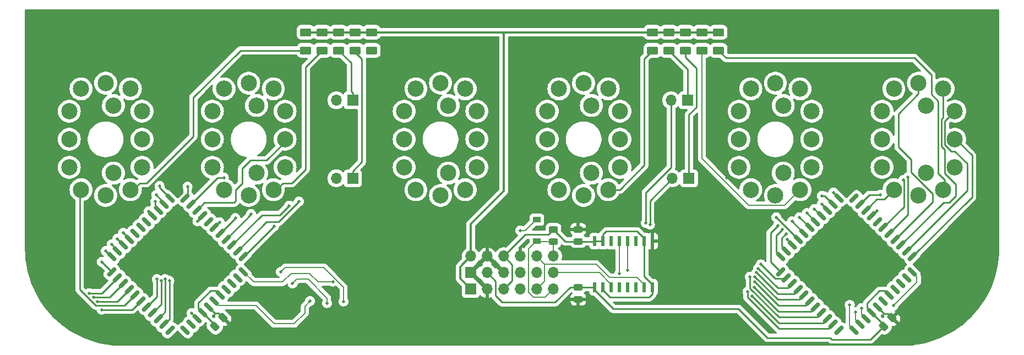
<source format=gbr>
G04 #@! TF.GenerationSoftware,KiCad,Pcbnew,8.0.4*
G04 #@! TF.CreationDate,2024-10-14T20:55:56-07:00*
G04 #@! TF.ProjectId,B5991,42353939-312e-46b6-9963-61645f706362,rev?*
G04 #@! TF.SameCoordinates,Original*
G04 #@! TF.FileFunction,Copper,L2,Bot*
G04 #@! TF.FilePolarity,Positive*
%FSLAX46Y46*%
G04 Gerber Fmt 4.6, Leading zero omitted, Abs format (unit mm)*
G04 Created by KiCad (PCBNEW 8.0.4) date 2024-10-14 20:55:56*
%MOMM*%
%LPD*%
G01*
G04 APERTURE LIST*
G04 Aperture macros list*
%AMRoundRect*
0 Rectangle with rounded corners*
0 $1 Rounding radius*
0 $2 $3 $4 $5 $6 $7 $8 $9 X,Y pos of 4 corners*
0 Add a 4 corners polygon primitive as box body*
4,1,4,$2,$3,$4,$5,$6,$7,$8,$9,$2,$3,0*
0 Add four circle primitives for the rounded corners*
1,1,$1+$1,$2,$3*
1,1,$1+$1,$4,$5*
1,1,$1+$1,$6,$7*
1,1,$1+$1,$8,$9*
0 Add four rect primitives between the rounded corners*
20,1,$1+$1,$2,$3,$4,$5,0*
20,1,$1+$1,$4,$5,$6,$7,0*
20,1,$1+$1,$6,$7,$8,$9,0*
20,1,$1+$1,$8,$9,$2,$3,0*%
G04 Aperture macros list end*
G04 #@! TA.AperFunction,ComponentPad*
%ADD10C,2.500000*%
G04 #@! TD*
G04 #@! TA.AperFunction,ComponentPad*
%ADD11C,0.800000*%
G04 #@! TD*
G04 #@! TA.AperFunction,ComponentPad*
%ADD12C,6.400000*%
G04 #@! TD*
G04 #@! TA.AperFunction,SMDPad,CuDef*
%ADD13RoundRect,0.243750X0.456250X-0.243750X0.456250X0.243750X-0.456250X0.243750X-0.456250X-0.243750X0*%
G04 #@! TD*
G04 #@! TA.AperFunction,SMDPad,CuDef*
%ADD14RoundRect,0.250000X0.625000X-0.375000X0.625000X0.375000X-0.625000X0.375000X-0.625000X-0.375000X0*%
G04 #@! TD*
G04 #@! TA.AperFunction,SMDPad,CuDef*
%ADD15R,0.600000X1.500000*%
G04 #@! TD*
G04 #@! TA.AperFunction,SMDPad,CuDef*
%ADD16RoundRect,0.243750X-0.456250X0.243750X-0.456250X-0.243750X0.456250X-0.243750X0.456250X0.243750X0*%
G04 #@! TD*
G04 #@! TA.AperFunction,SMDPad,CuDef*
%ADD17R,1.200000X0.900000*%
G04 #@! TD*
G04 #@! TA.AperFunction,ComponentPad*
%ADD18R,1.700000X1.700000*%
G04 #@! TD*
G04 #@! TA.AperFunction,ComponentPad*
%ADD19O,1.700000X1.700000*%
G04 #@! TD*
G04 #@! TA.AperFunction,SMDPad,CuDef*
%ADD20RoundRect,0.150000X-0.388909X0.601041X-0.601041X0.388909X0.388909X-0.601041X0.601041X-0.388909X0*%
G04 #@! TD*
G04 #@! TA.AperFunction,SMDPad,CuDef*
%ADD21RoundRect,0.150000X0.388909X0.601041X-0.601041X-0.388909X-0.388909X-0.601041X0.601041X0.388909X0*%
G04 #@! TD*
G04 #@! TA.AperFunction,SMDPad,CuDef*
%ADD22RoundRect,0.243750X0.150260X-0.494975X0.494975X-0.150260X-0.150260X0.494975X-0.494975X0.150260X0*%
G04 #@! TD*
G04 #@! TA.AperFunction,ViaPad*
%ADD23C,0.508000*%
G04 #@! TD*
G04 #@! TA.AperFunction,Conductor*
%ADD24C,0.254000*%
G04 #@! TD*
G04 #@! TA.AperFunction,Conductor*
%ADD25C,0.635000*%
G04 #@! TD*
G04 #@! TA.AperFunction,Conductor*
%ADD26C,0.304800*%
G04 #@! TD*
G04 #@! TA.AperFunction,Conductor*
%ADD27C,0.203200*%
G04 #@! TD*
G04 APERTURE END LIST*
D10*
X193032400Y-104074600D03*
X194832400Y-100634600D03*
X194832400Y-96314600D03*
X194832400Y-91994600D03*
X193032400Y-88554600D03*
X189242400Y-87674600D03*
X185452400Y-88554600D03*
X183652400Y-91994600D03*
X183652400Y-96314600D03*
X183652400Y-100634600D03*
X185452400Y-104074600D03*
X189242400Y-104954600D03*
X190442400Y-101514600D03*
X190442400Y-91114600D03*
X163532400Y-104074600D03*
X165332400Y-100634600D03*
X165332400Y-96314600D03*
X165332400Y-91994600D03*
X163532400Y-88554600D03*
X159742400Y-87674600D03*
X155952400Y-88554600D03*
X154152400Y-91994600D03*
X154152400Y-96314600D03*
X154152400Y-100634600D03*
X155952400Y-104074600D03*
X159742400Y-104954600D03*
X160942400Y-101514600D03*
X160942400Y-91114600D03*
X141532400Y-104074600D03*
X143332400Y-100634600D03*
X143332400Y-96314600D03*
X143332400Y-91994600D03*
X141532400Y-88554600D03*
X137742400Y-87674600D03*
X133952400Y-88554600D03*
X132152400Y-91994600D03*
X132152400Y-96314600D03*
X132152400Y-100634600D03*
X133952400Y-104074600D03*
X137742400Y-104954600D03*
X138942400Y-101514600D03*
X138942400Y-91114600D03*
X112032400Y-104074600D03*
X113832400Y-100634600D03*
X113832400Y-96314600D03*
X113832400Y-91994600D03*
X112032400Y-88554600D03*
X108242400Y-87674600D03*
X104452400Y-88554600D03*
X102652400Y-91994600D03*
X102652400Y-96314600D03*
X102652400Y-100634600D03*
X104452400Y-104074600D03*
X108242400Y-104954600D03*
X109442400Y-101514600D03*
X109442400Y-91114600D03*
X90032400Y-104074600D03*
X91832400Y-100634600D03*
X91832400Y-96314600D03*
X91832400Y-91994600D03*
X90032400Y-88554600D03*
X86242400Y-87674600D03*
X82452400Y-88554600D03*
X80652400Y-91994600D03*
X80652400Y-96314600D03*
X80652400Y-100634600D03*
X82452400Y-104074600D03*
X86242400Y-104954600D03*
X87442400Y-101514600D03*
X87442400Y-91114600D03*
X215032400Y-104074600D03*
X216832400Y-100634600D03*
X216832400Y-96314600D03*
X216832400Y-91994600D03*
X215032400Y-88554600D03*
X211242400Y-87674600D03*
X207452400Y-88554600D03*
X205652400Y-91994600D03*
X205652400Y-96314600D03*
X205652400Y-100634600D03*
X207452400Y-104074600D03*
X211242400Y-104954600D03*
X212442400Y-101514600D03*
X212442400Y-91114600D03*
D11*
X216929000Y-80645000D03*
X217631944Y-78947944D03*
X217631944Y-82342056D03*
X219329000Y-78245000D03*
D12*
X219329000Y-80645000D03*
D11*
X219329000Y-83045000D03*
X221026056Y-78947944D03*
X221026056Y-82342056D03*
X221729000Y-80645000D03*
X75705000Y-80645000D03*
X76407944Y-78947944D03*
X76407944Y-82342056D03*
X78105000Y-78245000D03*
D12*
X78105000Y-80645000D03*
D11*
X78105000Y-83045000D03*
X79802056Y-78947944D03*
X79802056Y-82342056D03*
X80505000Y-80645000D03*
X216929000Y-116840000D03*
X217631944Y-115142944D03*
X217631944Y-118537056D03*
X219329000Y-114440000D03*
D12*
X219329000Y-116840000D03*
D11*
X219329000Y-119240000D03*
X221026056Y-115142944D03*
X221026056Y-118537056D03*
X221729000Y-116840000D03*
X75705000Y-116840000D03*
X76407944Y-115142944D03*
X76407944Y-118537056D03*
X78105000Y-114440000D03*
D12*
X78105000Y-116840000D03*
D11*
X78105000Y-119240000D03*
X79802056Y-115142944D03*
X79802056Y-118537056D03*
X80505000Y-116840000D03*
D13*
X158902400Y-112037100D03*
X158902400Y-110162100D03*
D14*
X180492400Y-82654600D03*
X180492400Y-79854600D03*
D15*
X161442400Y-111994600D03*
X162712400Y-111994600D03*
X163982400Y-111994600D03*
X165252400Y-111994600D03*
X166522400Y-111994600D03*
X167792400Y-111994600D03*
X169062400Y-111994600D03*
X170332400Y-111994600D03*
X170332400Y-119094600D03*
X169062400Y-119094600D03*
X167792400Y-119094600D03*
X166522400Y-119094600D03*
X165252400Y-119094600D03*
X163982400Y-119094600D03*
X162712400Y-119094600D03*
X161442400Y-119094600D03*
D16*
X155092400Y-110162100D03*
X155092400Y-112037100D03*
X158902400Y-119052100D03*
X158902400Y-120927100D03*
D17*
X152552400Y-108687600D03*
X152552400Y-111987600D03*
D18*
X175742400Y-90314600D03*
D19*
X173202400Y-90314600D03*
D14*
X177952400Y-82654600D03*
X177952400Y-79854600D03*
X175412400Y-82654600D03*
X175412400Y-79854600D03*
X172872400Y-82654600D03*
X172872400Y-79854600D03*
D18*
X142367000Y-116840000D03*
D19*
X142367000Y-114300000D03*
X144907000Y-116840000D03*
X144907000Y-114300000D03*
X147447000Y-116840000D03*
X147447000Y-114300000D03*
X149987000Y-116840000D03*
X149987000Y-114300000D03*
X152527000Y-116840000D03*
X152527000Y-114300000D03*
X155067000Y-116840000D03*
X155067000Y-114300000D03*
D14*
X170332400Y-82654600D03*
X170332400Y-79854600D03*
D20*
X91650546Y-109887746D03*
X92548571Y-108989720D03*
X93446597Y-108091695D03*
X94344623Y-107193669D03*
X95242648Y-106295643D03*
X96140674Y-105397618D03*
D21*
X98474126Y-105397618D03*
X99372152Y-106295643D03*
X100270177Y-107193669D03*
X101168203Y-108091695D03*
X102066229Y-108989720D03*
X102964254Y-109887746D03*
X103862280Y-110785771D03*
X104760305Y-111683797D03*
X105658331Y-112581823D03*
X106556357Y-113479848D03*
X107454382Y-114377874D03*
D20*
X107454382Y-116711326D03*
X106556357Y-117609352D03*
X105658331Y-118507377D03*
X104760305Y-119405403D03*
X103862280Y-120303429D03*
X102964254Y-121201454D03*
X102066229Y-122099480D03*
X101168203Y-122997505D03*
X100270177Y-123895531D03*
X99372152Y-124793557D03*
X98474126Y-125691582D03*
D21*
X96140674Y-125691582D03*
X95242648Y-124793557D03*
X94344623Y-123895531D03*
X93446597Y-122997505D03*
X92548571Y-122099480D03*
X91650546Y-121201454D03*
X90752520Y-120303429D03*
X89854495Y-119405403D03*
X88956469Y-118507377D03*
X88058443Y-117609352D03*
X87160418Y-116711326D03*
D20*
X87160418Y-114377874D03*
X88058443Y-113479848D03*
X88956469Y-112581823D03*
X89854495Y-111683797D03*
X90752520Y-110785771D03*
X194520546Y-109887746D03*
X195418571Y-108989720D03*
X196316597Y-108091695D03*
X197214623Y-107193669D03*
X198112648Y-106295643D03*
X199010674Y-105397618D03*
D21*
X201344126Y-105397618D03*
X202242152Y-106295643D03*
X203140177Y-107193669D03*
X204038203Y-108091695D03*
X204936229Y-108989720D03*
X205834254Y-109887746D03*
X206732280Y-110785771D03*
X207630305Y-111683797D03*
X208528331Y-112581823D03*
X209426357Y-113479848D03*
X210324382Y-114377874D03*
D20*
X210324382Y-116711326D03*
X209426357Y-117609352D03*
X208528331Y-118507377D03*
X207630305Y-119405403D03*
X206732280Y-120303429D03*
X205834254Y-121201454D03*
X204936229Y-122099480D03*
X204038203Y-122997505D03*
X203140177Y-123895531D03*
X202242152Y-124793557D03*
X201344126Y-125691582D03*
D21*
X199010674Y-125691582D03*
X198112648Y-124793557D03*
X197214623Y-123895531D03*
X196316597Y-122997505D03*
X195418571Y-122099480D03*
X194520546Y-121201454D03*
X193622520Y-120303429D03*
X192724495Y-119405403D03*
X191826469Y-118507377D03*
X190928443Y-117609352D03*
X190030418Y-116711326D03*
D20*
X190030418Y-114377874D03*
X190928443Y-113479848D03*
X191826469Y-112581823D03*
X192724495Y-111683797D03*
X193622520Y-110785771D03*
D18*
X124242400Y-90314600D03*
D19*
X121702400Y-90314600D03*
D18*
X124242400Y-102314600D03*
D19*
X121702400Y-102314600D03*
D14*
X124612400Y-82654600D03*
X124612400Y-79854600D03*
X127152400Y-82654600D03*
X127152400Y-79854600D03*
X119532400Y-82654600D03*
X119532400Y-79854600D03*
X116992400Y-82654600D03*
X116992400Y-79854600D03*
X122072400Y-82654600D03*
X122072400Y-79854600D03*
D22*
X205864487Y-125097513D03*
X207190313Y-123771687D03*
X102994487Y-125097513D03*
X104320313Y-123771687D03*
D18*
X175952000Y-102314600D03*
D19*
X173412000Y-102314600D03*
D18*
X142392400Y-119354600D03*
D19*
X144932400Y-119354600D03*
X147472400Y-119354600D03*
X150012400Y-119354600D03*
X152552400Y-119354600D03*
X155092400Y-119354600D03*
D23*
X85623400Y-122529600D03*
X84988400Y-121259600D03*
X84353400Y-120624600D03*
X83718400Y-119989600D03*
X85623400Y-115163600D03*
X86258400Y-113512600D03*
X87147400Y-112496600D03*
X88036400Y-111607600D03*
X88925400Y-110718600D03*
X104419400Y-102209600D03*
X98831400Y-103606600D03*
X94513400Y-103479600D03*
X94005400Y-104876600D03*
X93878400Y-105892600D03*
X92862400Y-107416600D03*
X92548571Y-108989720D03*
X91650546Y-109887746D03*
X90742400Y-110814600D03*
X100355400Y-108940600D03*
X102066229Y-108989720D03*
X103784400Y-109067600D03*
X106197400Y-108432600D03*
X108610400Y-107797600D03*
X114452400Y-106527600D03*
X115976400Y-105892600D03*
X112166400Y-109702600D03*
X184937400Y-119735600D03*
X185635900Y-120434100D03*
X190906400Y-110845600D03*
X190271400Y-110210600D03*
X189636400Y-109575600D03*
X186992400Y-115564600D03*
X186588400Y-116179600D03*
X186334400Y-116814600D03*
X186080400Y-117449600D03*
X186080400Y-118211600D03*
X185992400Y-119064600D03*
X185318400Y-117449600D03*
X191033400Y-111734600D03*
X189382400Y-108305600D03*
X191795400Y-108940600D03*
X192938400Y-108305600D03*
X194081400Y-107670600D03*
X195224400Y-107035600D03*
X196367400Y-106273600D03*
X196367400Y-105003600D03*
X198145400Y-104495600D03*
X201344126Y-105397618D03*
X209617400Y-102189600D03*
X208940400Y-102564600D03*
X204936229Y-108989720D03*
X204876400Y-107289600D03*
X205384400Y-104876600D03*
X103862280Y-120303429D03*
X134137400Y-90779600D03*
X197002400Y-87604600D03*
X108102400Y-115544600D03*
X132232400Y-115544600D03*
X191922400Y-115544600D03*
X105562400Y-115544600D03*
X103657400Y-93954600D03*
X144297400Y-98399600D03*
X181762400Y-87604600D03*
X111912400Y-93954600D03*
X202717400Y-101574600D03*
X106197400Y-102209600D03*
X115722400Y-114909600D03*
X163347400Y-115544600D03*
X115722400Y-103479600D03*
X170332400Y-111988600D03*
X181762400Y-102209600D03*
X140742400Y-99064600D03*
X174142400Y-92049600D03*
X89052400Y-115544600D03*
X167792400Y-121513600D03*
X167792400Y-97129600D03*
X122707400Y-92049600D03*
X148742400Y-106019600D03*
X208432400Y-115544600D03*
X150012400Y-110337600D03*
X121183400Y-118211600D03*
X202463400Y-122275600D03*
X99466400Y-123037600D03*
X120294400Y-121513600D03*
X114991469Y-118507377D03*
X165252400Y-116941600D03*
X166522400Y-116433600D03*
X98474126Y-125691582D03*
X200672375Y-121780625D03*
X122834400Y-121259600D03*
X113195418Y-116711326D03*
X201574400Y-122910600D03*
X165252400Y-119094600D03*
X167792400Y-119094600D03*
X205834254Y-121201454D03*
X117685546Y-121201454D03*
X169951400Y-109448600D03*
X96037400Y-118084600D03*
X169316400Y-109194600D03*
X95402400Y-117830600D03*
X94132400Y-117830600D03*
X94767400Y-118084600D03*
X163982400Y-111994600D03*
X167792400Y-111994600D03*
X127152400Y-82654600D03*
X207416400Y-121894600D03*
X99372152Y-124793557D03*
D24*
X85623400Y-122529600D02*
X90322400Y-122529600D01*
X90322400Y-122529600D02*
X91650546Y-121201454D01*
X90752520Y-120303429D02*
X89161349Y-121894600D01*
X89161349Y-121894600D02*
X84734400Y-121894600D01*
X82244440Y-119404640D02*
X82244440Y-104313060D01*
X84734400Y-121894600D02*
X82244440Y-119404640D01*
X84988400Y-121259600D02*
X88000298Y-121259600D01*
X88000298Y-121259600D02*
X89854495Y-119405403D01*
X84353400Y-120624600D02*
X86839246Y-120624600D01*
X86839246Y-120624600D02*
X88956469Y-118507377D01*
X85678195Y-119989600D02*
X88058443Y-117609352D01*
X83718400Y-119989600D02*
X85678195Y-119989600D01*
X85623400Y-115174308D02*
X87160418Y-116711326D01*
X85623400Y-115163600D02*
X85623400Y-115174308D01*
X87123674Y-114377874D02*
X86258400Y-113512600D01*
X87160418Y-114377874D02*
X87123674Y-114377874D01*
X88058443Y-113407643D02*
X87147400Y-112496600D01*
X88058443Y-113479848D02*
X88058443Y-113407643D01*
X88956469Y-112581823D02*
X88956469Y-112527669D01*
X88956469Y-112527669D02*
X88036400Y-111607600D01*
X89854495Y-111683797D02*
X89854495Y-111647695D01*
X89854495Y-111647695D02*
X88925400Y-110718600D01*
X106242400Y-104064600D02*
X107242400Y-103064600D01*
X113832400Y-96724600D02*
X113832400Y-96314600D01*
X101399246Y-106064600D02*
X105992400Y-106064600D01*
X107242400Y-103064600D02*
X107242400Y-100808150D01*
X105992400Y-106064600D02*
X106242400Y-105814600D01*
X106242400Y-105814600D02*
X106242400Y-104064600D01*
X110992400Y-99564600D02*
X113832400Y-96724600D01*
X100270177Y-107193669D02*
X101399246Y-106064600D01*
X108485950Y-99564600D02*
X110992400Y-99564600D01*
X107242400Y-100808150D02*
X108485950Y-99564600D01*
X104419400Y-102209600D02*
X103458195Y-102209600D01*
X103458195Y-102209600D02*
X99372152Y-106295643D01*
X98831400Y-103606600D02*
X98831400Y-105040344D01*
X98831400Y-105040344D02*
X98474126Y-105397618D01*
X94513400Y-103770344D02*
X94513400Y-103479600D01*
X96140674Y-105397618D02*
X94513400Y-103770344D01*
X95242648Y-106113848D02*
X94005400Y-104876600D01*
X95242648Y-106295643D02*
X95242648Y-106113848D01*
X93878400Y-105892600D02*
X93878400Y-106727446D01*
X93878400Y-106727446D02*
X94344623Y-107193669D01*
X93446597Y-108091695D02*
X93446597Y-108000797D01*
X93446597Y-108000797D02*
X92862400Y-107416600D01*
X101168203Y-108091695D02*
X101168203Y-108127797D01*
X101168203Y-108127797D02*
X100355400Y-108940600D01*
X102964254Y-109887746D02*
X103784400Y-109067600D01*
X103862280Y-110785771D02*
X106197400Y-108450651D01*
X106197400Y-108450651D02*
X106197400Y-108432600D01*
X104760305Y-111683797D02*
X108610400Y-107833702D01*
X108610400Y-107833702D02*
X108610400Y-107797600D01*
X113001246Y-107978754D02*
X114452400Y-106527600D01*
X110261400Y-107978754D02*
X113001246Y-107978754D01*
X105658331Y-112581823D02*
X110261400Y-107978754D01*
X112828797Y-109040203D02*
X115976400Y-105892600D01*
X106556357Y-113479848D02*
X110996003Y-109040203D01*
X112828797Y-109040203D02*
X110996003Y-109040203D01*
X107491126Y-114377874D02*
X107454382Y-114377874D01*
X112166400Y-109702600D02*
X107491126Y-114377874D01*
X184937400Y-120624600D02*
X184937400Y-119735600D01*
X189778108Y-125465308D02*
X184937400Y-120624600D01*
X197440897Y-125465308D02*
X189778108Y-125465308D01*
X198112648Y-124793557D02*
X197440897Y-125465308D01*
X196542872Y-124567282D02*
X189769082Y-124567282D01*
X189769082Y-124567282D02*
X185635900Y-120434100D01*
X197214623Y-123895531D02*
X196542872Y-124567282D01*
X190928443Y-113479848D02*
X190256692Y-112808097D01*
X190256692Y-111495308D02*
X190906400Y-110845600D01*
X190256692Y-112808097D02*
X190256692Y-111495308D01*
X189358667Y-113706123D02*
X189358667Y-111123333D01*
X189358667Y-111123333D02*
X190271400Y-110210600D01*
X190030418Y-114377874D02*
X189358667Y-113706123D01*
X189636400Y-109575600D02*
X188493400Y-110718600D01*
X188493400Y-110718600D02*
X188493400Y-115174308D01*
X188493400Y-115174308D02*
X190030418Y-116711326D01*
X190793090Y-117744705D02*
X189172505Y-117744705D01*
X189172505Y-117744705D02*
X186992400Y-115564600D01*
X190928443Y-117609352D02*
X190793090Y-117744705D01*
X191826469Y-118507377D02*
X191154718Y-119179128D01*
X191154718Y-119179128D02*
X189587928Y-119179128D01*
X186588400Y-116179600D02*
X189587928Y-119179128D01*
X186334400Y-116814600D02*
X189596954Y-120077154D01*
X192052744Y-120077154D02*
X192724495Y-119405403D01*
X189596954Y-120077154D02*
X192052744Y-120077154D01*
X192950769Y-120975180D02*
X193622520Y-120303429D01*
X186080400Y-117449600D02*
X189605980Y-120975180D01*
X189605980Y-120975180D02*
X192950769Y-120975180D01*
X186080400Y-118211600D02*
X189742005Y-121873205D01*
X189742005Y-121873205D02*
X193848795Y-121873205D01*
X193848795Y-121873205D02*
X194520546Y-121201454D01*
X194703451Y-122814600D02*
X189742400Y-122814600D01*
X195418571Y-122099480D02*
X194703451Y-122814600D01*
X189742400Y-122814600D02*
X185992400Y-119064600D01*
X189763400Y-123672600D02*
X185318400Y-119227600D01*
X195641502Y-123672600D02*
X189763400Y-123672600D01*
X185318400Y-117449600D02*
X185318400Y-119227600D01*
X196316597Y-122997505D02*
X195641502Y-123672600D01*
X191826469Y-112581823D02*
X191826469Y-112527669D01*
X191826469Y-112527669D02*
X191033400Y-111734600D01*
X192724495Y-111683797D02*
X189382400Y-108341702D01*
X189382400Y-108341702D02*
X189382400Y-108305600D01*
X191795400Y-108940600D02*
X193622520Y-110767720D01*
X193622520Y-110767720D02*
X193622520Y-110785771D01*
X192938400Y-108305600D02*
X194520546Y-109887746D01*
X194099451Y-107670600D02*
X195418571Y-108989720D01*
X194081400Y-107670600D02*
X194099451Y-107670600D01*
X196280495Y-108091695D02*
X195224400Y-107035600D01*
X196316597Y-108091695D02*
X196280495Y-108091695D01*
X197214623Y-107193669D02*
X197214623Y-107120823D01*
X197214623Y-107120823D02*
X196367400Y-106273600D01*
X196820605Y-105003600D02*
X198112648Y-106295643D01*
X196367400Y-105003600D02*
X196820605Y-105003600D01*
X199010674Y-105360874D02*
X198145400Y-104495600D01*
X199010674Y-105397618D02*
X199010674Y-105360874D01*
X210324382Y-114377874D02*
X219481400Y-105220856D01*
X219481400Y-98805580D02*
X216990420Y-96314600D01*
X219481400Y-105220856D02*
X219481400Y-98805580D01*
X216306400Y-98145600D02*
X216814400Y-98145600D01*
X216990420Y-91816260D02*
X215290400Y-93516280D01*
X218719400Y-100050600D02*
X218719400Y-104186805D01*
X218719400Y-104186805D02*
X209426357Y-113479848D01*
X216814400Y-98145600D02*
X218719400Y-100050600D01*
X215290400Y-93516280D02*
X215290400Y-97129600D01*
X215290400Y-97129600D02*
X216306400Y-98145600D01*
X215290400Y-97891600D02*
X215290400Y-101574600D01*
X214782400Y-93192600D02*
X214782400Y-97383600D01*
X215090554Y-106019600D02*
X208528331Y-112581823D01*
X215925400Y-106019600D02*
X215090554Y-106019600D01*
X215290400Y-101574600D02*
X216941400Y-103225600D01*
X214992400Y-88564100D02*
X214992400Y-92982600D01*
X214782400Y-97383600D02*
X215290400Y-97891600D01*
X215240360Y-88316140D02*
X214992400Y-88564100D01*
X216941400Y-103225600D02*
X216941400Y-105003600D01*
X216941400Y-105003600D02*
X215925400Y-106019600D01*
X214992400Y-92982600D02*
X214782400Y-93192600D01*
X210083400Y-101405600D02*
X213385400Y-104707600D01*
X213385400Y-105928702D02*
X207630305Y-111683797D01*
X213385400Y-104707600D02*
X213385400Y-105928702D01*
X208178400Y-97510600D02*
X210083400Y-99415600D01*
X210083400Y-99415600D02*
X210083400Y-101405600D01*
X211242400Y-89314600D02*
X208178400Y-92378600D01*
X208178400Y-92378600D02*
X208178400Y-97510600D01*
X211242400Y-87315380D02*
X211242400Y-89314600D01*
X209617400Y-102189600D02*
X209575400Y-102231600D01*
X209575400Y-102231600D02*
X209575400Y-107942651D01*
X209575400Y-107942651D02*
X206732280Y-110785771D01*
X205834254Y-109887746D02*
X208981800Y-106740200D01*
X208981800Y-102606000D02*
X208940400Y-102564600D01*
X208981800Y-106740200D02*
X208981800Y-102606000D01*
X204074305Y-108091695D02*
X204876400Y-107289600D01*
X204038203Y-108091695D02*
X204074305Y-108091695D01*
X204770787Y-105563059D02*
X203811928Y-106521918D01*
X207244440Y-104313060D02*
X205994441Y-105563059D01*
X205994441Y-105563059D02*
X204770787Y-105563059D01*
X203811928Y-106521918D02*
X203140177Y-107193669D01*
X203661195Y-104876600D02*
X202242152Y-106295643D01*
X205384400Y-104876600D02*
X203661195Y-104876600D01*
X204038203Y-122997505D02*
X203352400Y-122311702D01*
X146202400Y-120370600D02*
X146202400Y-118135400D01*
X161442400Y-119544600D02*
X164300400Y-122402600D01*
X206060529Y-119631678D02*
X206732280Y-120303429D01*
X158902400Y-119052100D02*
X157680900Y-119052100D01*
X204038203Y-122997505D02*
X205864487Y-124823789D01*
X100496452Y-122325754D02*
X101168203Y-122997505D01*
X164300400Y-122402600D02*
X183540400Y-122402600D01*
X147218400Y-121386600D02*
X146202400Y-120370600D01*
X203860400Y-127101600D02*
X197891400Y-127101600D01*
X103862280Y-120303429D02*
X103167451Y-119608600D01*
X205864487Y-125097513D02*
X203860400Y-127101600D01*
X203352400Y-122311702D02*
X203352400Y-121513600D01*
X205234322Y-119631678D02*
X206060529Y-119631678D01*
X161442400Y-119094600D02*
X161442400Y-119544600D01*
X183540400Y-122402600D02*
X187985400Y-126847600D01*
X101168203Y-122997505D02*
X102994487Y-124823789D01*
X100496452Y-121499548D02*
X100496452Y-122325754D01*
X203352400Y-121513600D02*
X205234322Y-119631678D01*
X102387400Y-119608600D02*
X100496452Y-121499548D01*
X155346400Y-121386600D02*
X147218400Y-121386600D01*
X197637400Y-126847600D02*
X187985400Y-126847600D01*
X197891400Y-127101600D02*
X197637400Y-126847600D01*
X161399900Y-119052100D02*
X161442400Y-119094600D01*
X102994487Y-124823789D02*
X102994487Y-125097513D01*
X157680900Y-119052100D02*
X155346400Y-121386600D01*
X158902400Y-119052100D02*
X161399900Y-119052100D01*
X103167451Y-119608600D02*
X102387400Y-119608600D01*
X146202400Y-118135400D02*
X144907000Y-116840000D01*
X205864487Y-124823789D02*
X205864487Y-125097513D01*
X206001349Y-123164600D02*
X204936229Y-122099480D01*
X102066229Y-122099480D02*
X103022400Y-123055651D01*
D25*
X144907000Y-114300000D02*
X147447000Y-116840000D01*
D24*
X103022400Y-123055651D02*
X103604277Y-123055651D01*
X206583226Y-123164600D02*
X206001349Y-123164600D01*
D25*
X142417800Y-116840000D02*
X144932400Y-119354600D01*
D24*
X103604277Y-123055651D02*
X104320313Y-123771687D01*
D25*
X142367000Y-116840000D02*
X142417800Y-116840000D01*
X142367000Y-116840000D02*
X144907000Y-114300000D01*
D24*
X207190313Y-123771687D02*
X206583226Y-123164600D01*
D26*
X140741400Y-117703600D02*
X140741400Y-115925600D01*
X142367000Y-109347000D02*
X147472400Y-104241600D01*
X142367000Y-114300000D02*
X142367000Y-109347000D01*
X170332400Y-79854600D02*
X156867400Y-79854600D01*
X177952400Y-79854600D02*
X175412400Y-79854600D01*
X175412400Y-79854600D02*
X172872400Y-79854600D01*
X140741400Y-115925600D02*
X142367000Y-114300000D01*
X172872400Y-79854600D02*
X170332400Y-79854600D01*
X147472400Y-80084600D02*
X147242400Y-79854600D01*
X142392400Y-119354600D02*
X140741400Y-117703600D01*
X127152400Y-79854600D02*
X147242400Y-79854600D01*
X119532400Y-79854600D02*
X122072400Y-79854600D01*
X116992400Y-79854600D02*
X119532400Y-79854600D01*
X122072400Y-79854600D02*
X124612400Y-79854600D01*
X180492400Y-79854600D02*
X177952400Y-79854600D01*
X147242400Y-79854600D02*
X156992400Y-79854600D01*
X147472400Y-104241600D02*
X147472400Y-80084600D01*
X124612400Y-79854600D02*
X127152400Y-79854600D01*
D24*
X124242400Y-89210600D02*
X123977400Y-88945600D01*
X124242400Y-90314600D02*
X124242400Y-89210600D01*
X123977400Y-88945600D02*
X123977400Y-84559600D01*
X123977400Y-84559600D02*
X122072400Y-82654600D01*
X124612400Y-82934600D02*
X124612400Y-82654600D01*
X124242400Y-102314600D02*
X124242400Y-101210600D01*
X124242400Y-101210600D02*
X125628400Y-99824600D01*
X125628400Y-83950600D02*
X124612400Y-82934600D01*
X125628400Y-99824600D02*
X125628400Y-83950600D01*
X175742400Y-85524600D02*
X172872400Y-82654600D01*
X175742400Y-90314600D02*
X175742400Y-85524600D01*
X175412400Y-83734600D02*
X175412400Y-82654600D01*
X177063400Y-85385600D02*
X175412400Y-83734600D01*
X175952000Y-102314600D02*
X175952000Y-92526000D01*
X177063400Y-91414600D02*
X177063400Y-85385600D01*
X175952000Y-92526000D02*
X177063400Y-91414600D01*
X214274400Y-101579334D02*
X215240360Y-102545294D01*
X215240360Y-102545294D02*
X215240360Y-104313060D01*
X210591400Y-83794600D02*
X213242400Y-86445600D01*
X213242400Y-86445600D02*
X213242400Y-89408151D01*
X213242400Y-89408151D02*
X214274400Y-90440151D01*
X214274400Y-90440151D02*
X214274400Y-101579334D01*
X181632400Y-83794600D02*
X210591400Y-83794600D01*
X180492400Y-82654600D02*
X181632400Y-83794600D01*
X170332400Y-118644600D02*
X169062400Y-117374600D01*
X162712400Y-119544600D02*
X162712400Y-119094600D01*
X155092400Y-110162100D02*
X154281900Y-110972600D01*
X169062400Y-111544600D02*
X169062400Y-111994600D01*
X170332400Y-119094600D02*
X170332400Y-120098600D01*
X156967400Y-112037100D02*
X155092400Y-110162100D01*
X163792400Y-120624600D02*
X162712400Y-119544600D01*
X161442400Y-111994600D02*
X162712400Y-111994600D01*
X162712400Y-110990600D02*
X163238400Y-110464600D01*
X147447000Y-114300000D02*
X148742400Y-115595400D01*
X170332400Y-119094600D02*
X170332400Y-118644600D01*
X163238400Y-110464600D02*
X167982400Y-110464600D01*
X169062400Y-117374600D02*
X169062400Y-111994600D01*
X162712400Y-111994600D02*
X162712400Y-110990600D01*
X161399900Y-112037100D02*
X161442400Y-111994600D01*
X167982400Y-110464600D02*
X169062400Y-111544600D01*
X150774400Y-110972600D02*
X147447000Y-114300000D01*
X170332400Y-120098600D02*
X169806400Y-120624600D01*
X158902400Y-112037100D02*
X156967400Y-112037100D01*
X158902400Y-112037100D02*
X161399900Y-112037100D01*
X169806400Y-120624600D02*
X163792400Y-120624600D01*
X148742400Y-118084600D02*
X147472400Y-119354600D01*
X154281900Y-110972600D02*
X150774400Y-110972600D01*
X148742400Y-115595400D02*
X148742400Y-118084600D01*
D27*
X113421692Y-118281103D02*
X114765194Y-116937601D01*
X121135019Y-118259981D02*
X121183400Y-118211600D01*
X150774400Y-110337600D02*
X150012400Y-110337600D01*
X107454382Y-116711326D02*
X109024159Y-118281103D01*
X152424400Y-108687600D02*
X150774400Y-110337600D01*
X114765194Y-116937601D02*
X117578295Y-116937601D01*
X109024159Y-118281103D02*
X113421692Y-118281103D01*
X152552400Y-108687600D02*
X152424400Y-108687600D01*
X117578295Y-116937601D02*
X118900675Y-118259981D01*
X118900675Y-118259981D02*
X121135019Y-118259981D01*
X114991469Y-118507377D02*
X115663220Y-117835626D01*
X165252400Y-116941600D02*
X165252400Y-111994600D01*
X120294400Y-120751600D02*
X120294400Y-121513600D01*
X115663220Y-117835626D02*
X117378426Y-117835626D01*
X203140177Y-123895531D02*
X202463400Y-123218754D01*
X100270177Y-123841377D02*
X99466400Y-123037600D01*
X117378426Y-117835626D02*
X120294400Y-120751600D01*
X202463400Y-123218754D02*
X202463400Y-122275600D01*
X100270177Y-123895531D02*
X100270177Y-123841377D01*
X122834400Y-119100600D02*
X122834400Y-121259600D01*
X113867169Y-116039575D02*
X119773375Y-116039575D01*
X119773375Y-116039575D02*
X122834400Y-119100600D01*
X166522400Y-111994600D02*
X166522400Y-116433600D01*
X201344126Y-125691582D02*
X200672375Y-125019831D01*
X200672375Y-125019831D02*
X200672375Y-121780625D01*
X113195418Y-116711326D02*
X113867169Y-116039575D01*
X202242152Y-124793557D02*
X201570401Y-124121806D01*
X201570401Y-123676599D02*
X201574400Y-123672600D01*
X201570401Y-124121806D02*
X201570401Y-123676599D01*
X201574400Y-123672600D02*
X201574400Y-122910600D01*
X103636005Y-121873205D02*
X102964254Y-121201454D01*
X112166400Y-124688600D02*
X109351005Y-121873205D01*
X109351005Y-121873205D02*
X103636005Y-121873205D01*
X117685546Y-121201454D02*
X116865400Y-122021600D01*
X115214400Y-124688600D02*
X112166400Y-124688600D01*
X116865400Y-123037600D02*
X115214400Y-124688600D01*
X116865400Y-122021600D02*
X116865400Y-123037600D01*
D24*
X96037400Y-118084600D02*
X96037400Y-123998805D01*
X169951400Y-105775200D02*
X173412000Y-102314600D01*
X96037400Y-123998805D02*
X95242648Y-124793557D01*
X169951400Y-109448600D02*
X169951400Y-105775200D01*
X169316400Y-104495600D02*
X173202400Y-100609600D01*
X95402400Y-117830600D02*
X95402400Y-122837754D01*
X95402400Y-122837754D02*
X94344623Y-123895531D01*
X169316400Y-104495600D02*
X169316400Y-109194600D01*
X173202400Y-90314600D02*
X173202400Y-100609600D01*
X94132400Y-117830600D02*
X94132400Y-120515651D01*
X94132400Y-120515651D02*
X92548571Y-122099480D01*
X94767400Y-121676702D02*
X93446597Y-122997505D01*
X94767400Y-118084600D02*
X94767400Y-121676702D01*
D27*
X153771600Y-118135400D02*
X153771600Y-115544600D01*
X169062400Y-118644600D02*
X167994400Y-117576600D01*
X152552400Y-119354600D02*
X153771600Y-118135400D01*
X167994400Y-117576600D02*
X163728400Y-117576600D01*
X153771600Y-115544600D02*
X152527000Y-114300000D01*
X169062400Y-119094600D02*
X169062400Y-118644600D01*
X161696400Y-115544600D02*
X153771600Y-115544600D01*
X163728400Y-117576600D02*
X161696400Y-115544600D01*
X155067000Y-116840000D02*
X162177800Y-116840000D01*
X163982400Y-118644600D02*
X163982400Y-119094600D01*
X162177800Y-116840000D02*
X163982400Y-118644600D01*
X177952400Y-99274600D02*
X185136400Y-106458600D01*
X177952400Y-82654600D02*
X177952400Y-99274600D01*
X190648400Y-106458600D02*
X193032400Y-104074600D01*
X185136400Y-106458600D02*
X190648400Y-106458600D01*
D24*
X170332400Y-82654600D02*
X169062400Y-83924600D01*
X165292400Y-104074600D02*
X163532400Y-104074600D01*
X169062400Y-83924600D02*
X169062400Y-100304600D01*
X169062400Y-100304600D02*
X165292400Y-104074600D01*
X112240360Y-104313060D02*
X113490359Y-103063061D01*
X116992400Y-100939600D02*
X116992400Y-85194600D01*
X113490359Y-103063061D02*
X114868939Y-103063061D01*
X116992400Y-85194600D02*
X119532400Y-82654600D01*
X114868939Y-103063061D02*
X116992400Y-100939600D01*
X106956400Y-82654600D02*
X116992400Y-82654600D01*
X90240360Y-104313060D02*
X91490359Y-103063061D01*
X92516939Y-103063061D02*
X99720400Y-95859600D01*
X99720400Y-89890600D02*
X106956400Y-82654600D01*
X91490359Y-103063061D02*
X92516939Y-103063061D01*
X99720400Y-95859600D02*
X99720400Y-89890600D01*
D27*
X210996133Y-117383077D02*
X210996133Y-118314867D01*
X210996133Y-118314867D02*
X207416400Y-121894600D01*
X210324382Y-116711326D02*
X210996133Y-117383077D01*
X155067000Y-112062500D02*
X155092400Y-112037100D01*
X151282400Y-113131600D02*
X151282400Y-119862600D01*
X155067000Y-114300000D02*
X155067000Y-112062500D01*
X153822400Y-120624600D02*
X155092400Y-119354600D01*
X155092400Y-112037100D02*
X152601900Y-112037100D01*
X152426400Y-111987600D02*
X151282400Y-113131600D01*
X152552400Y-111987600D02*
X152426400Y-111987600D01*
X152044400Y-120624600D02*
X153822400Y-120624600D01*
X152601900Y-112037100D02*
X152552400Y-111987600D01*
X151282400Y-119862600D02*
X152044400Y-120624600D01*
G04 #@! TA.AperFunction,Conductor*
G36*
X200221432Y-106212237D02*
G01*
X200266495Y-106241198D01*
X200536590Y-106511293D01*
X200536610Y-106511312D01*
X200536611Y-106511313D01*
X200565085Y-106535631D01*
X200604284Y-106557181D01*
X200710875Y-106615780D01*
X200710883Y-106615784D01*
X200872019Y-106657157D01*
X200872023Y-106657157D01*
X200872029Y-106657159D01*
X200872035Y-106657159D01*
X200873230Y-106657310D01*
X200874111Y-106657694D01*
X200879707Y-106659131D01*
X200879475Y-106660033D01*
X200938310Y-106685685D01*
X200977717Y-106744741D01*
X200982457Y-106766525D01*
X200982610Y-106767740D01*
X201023985Y-106928885D01*
X201023989Y-106928893D01*
X201100849Y-107068700D01*
X201104139Y-107074684D01*
X201128457Y-107103158D01*
X201128476Y-107103178D01*
X201434616Y-107409318D01*
X201434636Y-107409337D01*
X201434637Y-107409338D01*
X201463111Y-107433656D01*
X201463115Y-107433658D01*
X201608901Y-107513805D01*
X201608909Y-107513809D01*
X201704199Y-107538275D01*
X201770055Y-107555184D01*
X201770068Y-107555184D01*
X201771257Y-107555335D01*
X201772139Y-107555719D01*
X201777733Y-107557156D01*
X201777501Y-107558057D01*
X201836336Y-107583712D01*
X201875743Y-107642768D01*
X201880483Y-107664552D01*
X201880637Y-107665773D01*
X201922010Y-107826911D01*
X201922014Y-107826919D01*
X201991978Y-107954182D01*
X202002164Y-107972710D01*
X202026482Y-108001184D01*
X202026501Y-108001204D01*
X202332641Y-108307344D01*
X202332661Y-108307363D01*
X202332662Y-108307364D01*
X202361136Y-108331682D01*
X202377505Y-108340681D01*
X202506926Y-108411831D01*
X202506934Y-108411835D01*
X202668070Y-108453208D01*
X202668074Y-108453208D01*
X202668080Y-108453210D01*
X202668086Y-108453210D01*
X202669281Y-108453361D01*
X202670162Y-108453745D01*
X202675758Y-108455182D01*
X202675526Y-108456084D01*
X202734361Y-108481736D01*
X202773768Y-108540792D01*
X202778509Y-108562578D01*
X202778663Y-108563799D01*
X202820036Y-108724937D01*
X202820040Y-108724945D01*
X202879799Y-108833645D01*
X202900190Y-108870736D01*
X202922496Y-108896854D01*
X202924508Y-108899210D01*
X202924527Y-108899230D01*
X203230667Y-109205370D01*
X203230687Y-109205389D01*
X203230688Y-109205390D01*
X203259162Y-109229708D01*
X203264046Y-109232393D01*
X203404952Y-109309857D01*
X203404960Y-109309861D01*
X203566096Y-109351234D01*
X203566100Y-109351234D01*
X203566106Y-109351236D01*
X203566112Y-109351236D01*
X203567307Y-109351387D01*
X203568188Y-109351771D01*
X203573784Y-109353208D01*
X203573552Y-109354110D01*
X203632387Y-109379762D01*
X203671794Y-109438818D01*
X203676534Y-109460602D01*
X203676687Y-109461817D01*
X203718062Y-109622962D01*
X203718066Y-109622970D01*
X203796315Y-109765303D01*
X203798216Y-109768761D01*
X203820215Y-109794520D01*
X203822534Y-109797235D01*
X203822553Y-109797255D01*
X204128693Y-110103395D01*
X204128713Y-110103414D01*
X204128714Y-110103415D01*
X204157188Y-110127733D01*
X204179385Y-110139936D01*
X204302978Y-110207882D01*
X204302986Y-110207886D01*
X204387020Y-110229462D01*
X204464132Y-110249261D01*
X204464145Y-110249261D01*
X204465334Y-110249412D01*
X204466216Y-110249796D01*
X204471810Y-110251233D01*
X204471578Y-110252134D01*
X204530413Y-110277789D01*
X204569820Y-110336845D01*
X204574560Y-110358629D01*
X204574714Y-110359850D01*
X204616087Y-110520988D01*
X204616091Y-110520996D01*
X204696238Y-110666782D01*
X204696241Y-110666787D01*
X204715709Y-110689582D01*
X204720559Y-110695261D01*
X204720578Y-110695281D01*
X205026718Y-111001421D01*
X205026738Y-111001440D01*
X205026739Y-111001441D01*
X205055213Y-111025759D01*
X205055217Y-111025761D01*
X205201003Y-111105908D01*
X205201011Y-111105912D01*
X205362147Y-111147285D01*
X205362151Y-111147285D01*
X205362157Y-111147287D01*
X205362163Y-111147287D01*
X205363358Y-111147438D01*
X205364239Y-111147822D01*
X205369835Y-111149259D01*
X205369603Y-111150161D01*
X205428438Y-111175813D01*
X205467845Y-111234869D01*
X205472585Y-111256653D01*
X205472738Y-111257868D01*
X205514113Y-111419013D01*
X205514117Y-111419021D01*
X205594264Y-111564807D01*
X205594267Y-111564812D01*
X205618585Y-111593286D01*
X205618604Y-111593306D01*
X205924744Y-111899446D01*
X205924764Y-111899465D01*
X205924765Y-111899466D01*
X205953239Y-111923784D01*
X205953243Y-111923786D01*
X206099029Y-112003933D01*
X206099037Y-112003937D01*
X206217423Y-112034333D01*
X206260183Y-112045312D01*
X206260196Y-112045312D01*
X206261385Y-112045463D01*
X206262267Y-112045847D01*
X206267861Y-112047284D01*
X206267629Y-112048185D01*
X206326464Y-112073840D01*
X206365871Y-112132896D01*
X206370611Y-112154680D01*
X206370765Y-112155901D01*
X206412138Y-112317039D01*
X206412142Y-112317047D01*
X206483506Y-112446857D01*
X206492292Y-112462838D01*
X206516610Y-112491312D01*
X206516629Y-112491332D01*
X206822769Y-112797472D01*
X206822789Y-112797491D01*
X206822790Y-112797492D01*
X206851264Y-112821810D01*
X206851268Y-112821812D01*
X206997054Y-112901959D01*
X206997062Y-112901963D01*
X207158198Y-112943336D01*
X207158202Y-112943336D01*
X207158208Y-112943338D01*
X207158214Y-112943338D01*
X207159409Y-112943489D01*
X207160290Y-112943873D01*
X207165886Y-112945310D01*
X207165654Y-112946212D01*
X207224489Y-112971864D01*
X207263896Y-113030920D01*
X207268637Y-113052706D01*
X207268791Y-113053927D01*
X207310164Y-113215065D01*
X207310168Y-113215073D01*
X207380770Y-113343497D01*
X207390318Y-113360864D01*
X207414636Y-113389338D01*
X207414655Y-113389358D01*
X207720795Y-113695498D01*
X207720815Y-113695517D01*
X207720816Y-113695518D01*
X207749290Y-113719836D01*
X207749294Y-113719838D01*
X207895080Y-113799985D01*
X207895088Y-113799989D01*
X208056224Y-113841362D01*
X208056228Y-113841362D01*
X208056234Y-113841364D01*
X208056240Y-113841364D01*
X208057435Y-113841515D01*
X208058316Y-113841899D01*
X208063912Y-113843336D01*
X208063680Y-113844238D01*
X208122515Y-113869890D01*
X208161922Y-113928946D01*
X208166662Y-113950730D01*
X208166815Y-113951945D01*
X208208190Y-114113090D01*
X208208194Y-114113098D01*
X208275095Y-114234790D01*
X208288344Y-114258889D01*
X208312662Y-114287363D01*
X208312681Y-114287383D01*
X208618821Y-114593523D01*
X208618841Y-114593542D01*
X208618842Y-114593543D01*
X208647316Y-114617861D01*
X208705634Y-114649921D01*
X208793106Y-114698010D01*
X208793114Y-114698014D01*
X208890589Y-114723041D01*
X208954260Y-114739389D01*
X208954273Y-114739389D01*
X208955462Y-114739540D01*
X208956344Y-114739924D01*
X208961938Y-114741361D01*
X208961706Y-114742262D01*
X209020541Y-114767917D01*
X209059948Y-114826973D01*
X209064688Y-114848757D01*
X209064842Y-114849978D01*
X209106215Y-115011116D01*
X209106219Y-115011124D01*
X209186366Y-115156910D01*
X209186369Y-115156915D01*
X209210687Y-115185389D01*
X209210706Y-115185409D01*
X209480802Y-115455505D01*
X209514828Y-115517817D01*
X209509763Y-115588632D01*
X209480802Y-115633695D01*
X209210706Y-115903790D01*
X209210687Y-115903810D01*
X209186369Y-115932285D01*
X209186366Y-115932289D01*
X209106219Y-116078075D01*
X209106215Y-116078083D01*
X209064840Y-116239228D01*
X209064687Y-116240444D01*
X209064301Y-116241327D01*
X209062869Y-116246907D01*
X209061969Y-116246675D01*
X209036305Y-116305520D01*
X208977245Y-116344921D01*
X208955475Y-116349657D01*
X208954259Y-116349810D01*
X208793114Y-116391185D01*
X208793106Y-116391189D01*
X208647320Y-116471336D01*
X208647316Y-116471339D01*
X208618841Y-116495657D01*
X208618821Y-116495676D01*
X208312681Y-116801816D01*
X208312662Y-116801836D01*
X208288344Y-116830311D01*
X208288341Y-116830315D01*
X208208194Y-116976101D01*
X208208190Y-116976109D01*
X208166815Y-117137254D01*
X208166662Y-117138470D01*
X208166276Y-117139353D01*
X208164844Y-117144933D01*
X208163943Y-117144701D01*
X208138279Y-117203547D01*
X208079218Y-117242947D01*
X208057449Y-117247682D01*
X208056233Y-117247835D01*
X207895088Y-117289210D01*
X207895080Y-117289214D01*
X207749294Y-117369361D01*
X207749290Y-117369364D01*
X207720815Y-117393682D01*
X207720795Y-117393701D01*
X207414655Y-117699841D01*
X207414636Y-117699861D01*
X207390318Y-117728336D01*
X207390315Y-117728340D01*
X207310168Y-117874126D01*
X207310164Y-117874134D01*
X207268789Y-118035279D01*
X207268636Y-118036495D01*
X207268250Y-118037378D01*
X207266818Y-118042958D01*
X207265918Y-118042726D01*
X207240254Y-118101571D01*
X207181194Y-118140972D01*
X207159423Y-118145708D01*
X207158207Y-118145861D01*
X206997062Y-118187236D01*
X206997054Y-118187240D01*
X206851268Y-118267387D01*
X206851264Y-118267390D01*
X206822789Y-118291708D01*
X206822769Y-118291727D01*
X206516629Y-118597867D01*
X206516610Y-118597887D01*
X206492292Y-118626362D01*
X206492289Y-118626366D01*
X206412142Y-118772152D01*
X206412139Y-118772159D01*
X206373029Y-118924480D01*
X206336714Y-118985486D01*
X206273182Y-119017174D01*
X206226407Y-119016723D01*
X206193031Y-119010084D01*
X206123122Y-118996178D01*
X206123120Y-118996178D01*
X205171731Y-118996178D01*
X205171728Y-118996178D01*
X205048952Y-119020600D01*
X205048947Y-119020602D01*
X204933300Y-119068505D01*
X204864178Y-119114691D01*
X204829213Y-119138053D01*
X204829206Y-119138059D01*
X202947292Y-121019975D01*
X202858777Y-121108489D01*
X202858772Y-121108496D01*
X202789227Y-121212577D01*
X202741324Y-121328225D01*
X202741322Y-121328230D01*
X202722797Y-121421362D01*
X202689889Y-121484272D01*
X202628194Y-121519403D01*
X202585111Y-121521988D01*
X202463400Y-121508275D01*
X202292655Y-121527512D01*
X202130469Y-121584264D01*
X202130466Y-121584265D01*
X201984982Y-121675679D01*
X201984980Y-121675680D01*
X201863480Y-121797180D01*
X201863479Y-121797182D01*
X201772065Y-121942666D01*
X201772065Y-121942667D01*
X201730220Y-122062250D01*
X201688841Y-122119942D01*
X201622840Y-122146104D01*
X201597185Y-122145842D01*
X201574400Y-122143275D01*
X201543502Y-122146756D01*
X201473570Y-122134506D01*
X201421363Y-122086393D01*
X201403455Y-122017692D01*
X201410465Y-121979939D01*
X201420462Y-121951371D01*
X201439700Y-121780625D01*
X201420462Y-121609879D01*
X201363711Y-121447695D01*
X201363709Y-121447692D01*
X201363709Y-121447691D01*
X201272295Y-121302207D01*
X201272294Y-121302205D01*
X201150794Y-121180705D01*
X201150792Y-121180704D01*
X201005308Y-121089290D01*
X201005305Y-121089289D01*
X200990087Y-121083964D01*
X200843121Y-121032538D01*
X200843119Y-121032537D01*
X200843121Y-121032537D01*
X200672375Y-121013300D01*
X200501630Y-121032537D01*
X200339444Y-121089289D01*
X200339441Y-121089290D01*
X200193957Y-121180704D01*
X200193955Y-121180705D01*
X200072455Y-121302205D01*
X200072454Y-121302207D01*
X199981040Y-121447691D01*
X199981039Y-121447694D01*
X199924287Y-121609880D01*
X199905050Y-121780625D01*
X199924287Y-121951369D01*
X199981038Y-122113554D01*
X199981039Y-122113555D01*
X200042962Y-122212105D01*
X200062275Y-122279140D01*
X200062275Y-124517782D01*
X200042273Y-124585903D01*
X199988617Y-124632396D01*
X199918343Y-124642500D01*
X199853763Y-124613006D01*
X199847180Y-124606877D01*
X199818209Y-124577906D01*
X199818189Y-124577887D01*
X199810653Y-124571451D01*
X199789715Y-124553569D01*
X199789710Y-124553566D01*
X199643924Y-124473419D01*
X199643916Y-124473415D01*
X199482778Y-124432042D01*
X199482771Y-124432041D01*
X199482770Y-124432041D01*
X199481557Y-124431888D01*
X199480668Y-124431500D01*
X199475093Y-124430069D01*
X199475323Y-124429169D01*
X199416480Y-124403506D01*
X199377078Y-124344447D01*
X199372340Y-124322662D01*
X199372189Y-124321472D01*
X199372189Y-124321460D01*
X199345026Y-124215667D01*
X199330814Y-124160314D01*
X199330810Y-124160306D01*
X199250663Y-124014520D01*
X199250661Y-124014516D01*
X199226343Y-123986042D01*
X199226342Y-123986041D01*
X199226323Y-123986021D01*
X198920183Y-123679881D01*
X198920163Y-123679862D01*
X198900515Y-123663082D01*
X198891689Y-123655544D01*
X198891684Y-123655541D01*
X198745898Y-123575394D01*
X198745890Y-123575390D01*
X198584745Y-123534015D01*
X198583530Y-123533862D01*
X198582646Y-123533476D01*
X198577067Y-123532044D01*
X198577298Y-123531144D01*
X198518454Y-123505480D01*
X198479053Y-123446420D01*
X198474315Y-123424635D01*
X198474164Y-123423438D01*
X198474164Y-123423434D01*
X198474162Y-123423428D01*
X198474162Y-123423424D01*
X198432789Y-123262288D01*
X198432785Y-123262280D01*
X198367682Y-123143859D01*
X198352636Y-123116490D01*
X198328318Y-123088016D01*
X198328317Y-123088015D01*
X198328298Y-123087995D01*
X198022158Y-122781855D01*
X198022138Y-122781836D01*
X197993664Y-122757518D01*
X197984993Y-122752751D01*
X197847873Y-122677368D01*
X197847865Y-122677364D01*
X197686727Y-122635991D01*
X197686720Y-122635990D01*
X197686719Y-122635990D01*
X197685506Y-122635837D01*
X197684617Y-122635449D01*
X197679042Y-122634018D01*
X197679272Y-122633118D01*
X197620429Y-122607455D01*
X197581027Y-122548396D01*
X197576289Y-122526609D01*
X197576138Y-122525413D01*
X197576138Y-122525408D01*
X197576136Y-122525402D01*
X197576136Y-122525398D01*
X197534763Y-122364262D01*
X197534759Y-122364254D01*
X197478372Y-122261687D01*
X197454610Y-122218464D01*
X197430292Y-122189990D01*
X197430291Y-122189989D01*
X197430272Y-122189969D01*
X197124132Y-121883829D01*
X197124112Y-121883810D01*
X197119911Y-121880222D01*
X197095638Y-121859492D01*
X197095633Y-121859489D01*
X196949847Y-121779342D01*
X196949839Y-121779338D01*
X196788701Y-121737965D01*
X196788694Y-121737964D01*
X196788693Y-121737964D01*
X196787480Y-121737811D01*
X196786591Y-121737423D01*
X196781016Y-121735992D01*
X196781246Y-121735092D01*
X196722403Y-121709429D01*
X196683001Y-121650370D01*
X196678263Y-121628585D01*
X196678112Y-121627395D01*
X196678112Y-121627383D01*
X196652470Y-121527513D01*
X196636737Y-121466237D01*
X196636733Y-121466229D01*
X196558488Y-121323902D01*
X196556584Y-121320439D01*
X196532266Y-121291965D01*
X196532265Y-121291964D01*
X196532246Y-121291944D01*
X196226106Y-120985804D01*
X196226086Y-120985785D01*
X196197612Y-120961467D01*
X196179344Y-120951424D01*
X196051821Y-120881317D01*
X196051813Y-120881313D01*
X195890668Y-120839938D01*
X195889453Y-120839785D01*
X195888569Y-120839399D01*
X195882990Y-120837967D01*
X195883221Y-120837067D01*
X195824377Y-120811403D01*
X195784976Y-120752343D01*
X195780238Y-120730558D01*
X195780087Y-120729362D01*
X195780087Y-120729357D01*
X195780085Y-120729351D01*
X195780085Y-120729347D01*
X195738712Y-120568211D01*
X195738708Y-120568203D01*
X195675576Y-120453367D01*
X195658559Y-120422413D01*
X195634241Y-120393939D01*
X195634240Y-120393938D01*
X195634221Y-120393918D01*
X195328081Y-120087778D01*
X195328061Y-120087759D01*
X195320541Y-120081337D01*
X195299587Y-120063441D01*
X195271682Y-120048100D01*
X195153796Y-119983291D01*
X195153788Y-119983287D01*
X194992650Y-119941914D01*
X194992643Y-119941913D01*
X194992642Y-119941913D01*
X194991429Y-119941760D01*
X194990540Y-119941372D01*
X194984965Y-119939941D01*
X194985195Y-119939041D01*
X194926352Y-119913378D01*
X194886950Y-119854319D01*
X194882212Y-119832534D01*
X194882061Y-119831344D01*
X194882061Y-119831332D01*
X194854898Y-119725539D01*
X194840686Y-119670186D01*
X194840682Y-119670178D01*
X194760535Y-119524392D01*
X194760533Y-119524388D01*
X194736215Y-119495914D01*
X194736214Y-119495913D01*
X194736195Y-119495893D01*
X194430055Y-119189753D01*
X194430035Y-119189734D01*
X194426288Y-119186534D01*
X194401561Y-119165416D01*
X194401556Y-119165413D01*
X194255770Y-119085266D01*
X194255762Y-119085262D01*
X194094617Y-119043887D01*
X194093402Y-119043734D01*
X194092518Y-119043348D01*
X194086939Y-119041916D01*
X194087170Y-119041016D01*
X194028326Y-119015352D01*
X193988925Y-118956292D01*
X193984187Y-118934507D01*
X193984036Y-118933311D01*
X193984036Y-118933306D01*
X193984034Y-118933300D01*
X193984034Y-118933296D01*
X193942661Y-118772160D01*
X193942657Y-118772152D01*
X193880341Y-118658801D01*
X193862508Y-118626362D01*
X193838190Y-118597888D01*
X193838189Y-118597887D01*
X193838170Y-118597867D01*
X193532030Y-118291727D01*
X193532010Y-118291708D01*
X193503536Y-118267390D01*
X193503531Y-118267387D01*
X193357745Y-118187240D01*
X193357737Y-118187236D01*
X193196599Y-118145863D01*
X193196592Y-118145862D01*
X193196591Y-118145862D01*
X193195378Y-118145709D01*
X193194489Y-118145321D01*
X193188914Y-118143890D01*
X193189144Y-118142990D01*
X193130301Y-118117327D01*
X193090899Y-118058268D01*
X193086161Y-118036481D01*
X193086010Y-118035285D01*
X193086010Y-118035280D01*
X193086008Y-118035274D01*
X193086008Y-118035270D01*
X193044635Y-117874134D01*
X193044631Y-117874126D01*
X192990809Y-117776224D01*
X192964482Y-117728336D01*
X192940164Y-117699862D01*
X192940163Y-117699861D01*
X192940144Y-117699841D01*
X192634004Y-117393701D01*
X192633984Y-117393682D01*
X192633495Y-117393264D01*
X192605510Y-117369364D01*
X192605505Y-117369361D01*
X192459719Y-117289214D01*
X192459711Y-117289210D01*
X192298573Y-117247837D01*
X192298566Y-117247836D01*
X192298565Y-117247836D01*
X192297352Y-117247683D01*
X192296463Y-117247295D01*
X192290888Y-117245864D01*
X192291118Y-117244964D01*
X192232275Y-117219301D01*
X192192873Y-117160242D01*
X192188135Y-117138457D01*
X192187984Y-117137267D01*
X192187984Y-117137255D01*
X192167937Y-117059177D01*
X192146609Y-116976109D01*
X192146605Y-116976101D01*
X192080524Y-116855900D01*
X192066456Y-116830311D01*
X192042138Y-116801837D01*
X192042137Y-116801836D01*
X192042118Y-116801816D01*
X191735978Y-116495676D01*
X191735958Y-116495657D01*
X191707484Y-116471339D01*
X191656087Y-116443083D01*
X191561693Y-116391189D01*
X191561685Y-116391185D01*
X191400540Y-116349810D01*
X191399325Y-116349657D01*
X191398441Y-116349271D01*
X191392862Y-116347839D01*
X191393093Y-116346939D01*
X191334249Y-116321275D01*
X191294848Y-116262215D01*
X191290110Y-116240430D01*
X191289959Y-116239234D01*
X191289959Y-116239229D01*
X191289957Y-116239223D01*
X191289957Y-116239219D01*
X191248584Y-116078083D01*
X191248580Y-116078075D01*
X191185448Y-115963239D01*
X191168431Y-115932285D01*
X191144113Y-115903811D01*
X191144112Y-115903810D01*
X191144093Y-115903790D01*
X190873998Y-115633695D01*
X190839972Y-115571383D01*
X190845037Y-115500568D01*
X190873998Y-115455505D01*
X191144093Y-115185409D01*
X191144113Y-115185389D01*
X191168431Y-115156915D01*
X191248583Y-115011119D01*
X191250428Y-115003936D01*
X191289957Y-114849979D01*
X191289957Y-114849978D01*
X191289959Y-114849971D01*
X191289959Y-114849963D01*
X191290110Y-114848771D01*
X191290493Y-114847891D01*
X191291931Y-114842293D01*
X191292833Y-114842524D01*
X191318484Y-114783691D01*
X191377539Y-114744282D01*
X191399339Y-114739540D01*
X191400533Y-114739389D01*
X191400540Y-114739389D01*
X191400546Y-114739387D01*
X191400549Y-114739387D01*
X191561685Y-114698014D01*
X191561685Y-114698013D01*
X191561688Y-114698013D01*
X191707484Y-114617861D01*
X191735958Y-114593543D01*
X192042138Y-114287363D01*
X192066456Y-114258889D01*
X192146608Y-114113093D01*
X192146609Y-114113090D01*
X192187982Y-113951954D01*
X192187982Y-113951951D01*
X192187984Y-113951945D01*
X192187984Y-113951938D01*
X192188135Y-113950744D01*
X192188519Y-113949862D01*
X192189956Y-113944267D01*
X192190858Y-113944498D01*
X192216510Y-113885664D01*
X192275566Y-113846257D01*
X192297366Y-113841515D01*
X192298558Y-113841364D01*
X192298566Y-113841364D01*
X192326955Y-113834075D01*
X192459711Y-113799989D01*
X192459711Y-113799988D01*
X192459714Y-113799988D01*
X192605510Y-113719836D01*
X192633984Y-113695518D01*
X192940164Y-113389338D01*
X192964482Y-113360864D01*
X193044634Y-113215068D01*
X193048098Y-113201579D01*
X193086008Y-113053928D01*
X193086008Y-113053927D01*
X193086010Y-113053920D01*
X193086010Y-113053912D01*
X193086161Y-113052720D01*
X193086544Y-113051840D01*
X193087982Y-113046242D01*
X193088884Y-113046473D01*
X193114535Y-112987640D01*
X193173590Y-112948231D01*
X193195392Y-112943489D01*
X193196584Y-112943338D01*
X193196592Y-112943338D01*
X193196600Y-112943336D01*
X193357737Y-112901963D01*
X193357737Y-112901962D01*
X193357740Y-112901962D01*
X193503536Y-112821810D01*
X193532010Y-112797492D01*
X193838190Y-112491312D01*
X193862508Y-112462838D01*
X193942660Y-112317042D01*
X193982040Y-112163670D01*
X193984034Y-112155902D01*
X193984034Y-112155901D01*
X193984036Y-112155894D01*
X193984036Y-112155886D01*
X193984187Y-112154694D01*
X193984570Y-112153814D01*
X193986008Y-112148216D01*
X193986910Y-112148447D01*
X194012561Y-112089614D01*
X194071616Y-112050205D01*
X194093416Y-112045463D01*
X194094610Y-112045312D01*
X194094617Y-112045312D01*
X194094623Y-112045310D01*
X194094626Y-112045310D01*
X194255762Y-112003937D01*
X194255762Y-112003936D01*
X194255765Y-112003936D01*
X194401561Y-111923784D01*
X194430035Y-111899466D01*
X194736215Y-111593286D01*
X194760533Y-111564812D01*
X194840685Y-111419016D01*
X194848334Y-111389226D01*
X194882059Y-111257877D01*
X194882059Y-111257874D01*
X194882061Y-111257868D01*
X194882061Y-111257861D01*
X194882212Y-111256667D01*
X194882596Y-111255785D01*
X194884033Y-111250190D01*
X194884935Y-111250421D01*
X194910587Y-111191587D01*
X194969643Y-111152180D01*
X194991443Y-111147438D01*
X194992635Y-111147287D01*
X194992643Y-111147287D01*
X194992651Y-111147285D01*
X195153788Y-111105912D01*
X195153788Y-111105911D01*
X195153791Y-111105911D01*
X195299587Y-111025759D01*
X195328061Y-111001441D01*
X195634241Y-110695261D01*
X195658559Y-110666787D01*
X195738711Y-110520991D01*
X195751703Y-110470393D01*
X195780085Y-110359851D01*
X195780085Y-110359850D01*
X195780087Y-110359843D01*
X195780087Y-110359835D01*
X195780238Y-110358643D01*
X195780621Y-110357763D01*
X195782059Y-110352165D01*
X195782961Y-110352396D01*
X195808612Y-110293563D01*
X195867667Y-110254154D01*
X195889467Y-110249412D01*
X195890661Y-110249261D01*
X195890668Y-110249261D01*
X195890674Y-110249259D01*
X195890677Y-110249259D01*
X196051813Y-110207886D01*
X196051813Y-110207885D01*
X196051816Y-110207885D01*
X196197612Y-110127733D01*
X196226086Y-110103415D01*
X196532266Y-109797235D01*
X196556584Y-109768761D01*
X196636736Y-109622965D01*
X196643021Y-109598487D01*
X196678110Y-109461826D01*
X196678110Y-109461823D01*
X196678112Y-109461817D01*
X196678112Y-109461810D01*
X196678263Y-109460616D01*
X196678647Y-109459734D01*
X196680084Y-109454139D01*
X196680986Y-109454370D01*
X196706638Y-109395536D01*
X196765694Y-109356129D01*
X196787494Y-109351387D01*
X196788686Y-109351236D01*
X196788694Y-109351236D01*
X196892216Y-109324656D01*
X196949839Y-109309861D01*
X196949839Y-109309860D01*
X196949842Y-109309860D01*
X197095638Y-109229708D01*
X197124112Y-109205390D01*
X197430292Y-108899210D01*
X197454610Y-108870736D01*
X197534762Y-108724940D01*
X197548976Y-108669583D01*
X197576136Y-108563800D01*
X197576136Y-108563799D01*
X197576138Y-108563792D01*
X197576138Y-108563784D01*
X197576289Y-108562592D01*
X197576672Y-108561712D01*
X197578110Y-108556114D01*
X197579012Y-108556345D01*
X197604663Y-108497512D01*
X197663718Y-108458103D01*
X197685520Y-108453361D01*
X197686712Y-108453210D01*
X197686720Y-108453210D01*
X197756619Y-108435263D01*
X197847865Y-108411835D01*
X197847865Y-108411834D01*
X197847868Y-108411834D01*
X197993664Y-108331682D01*
X198022138Y-108307364D01*
X198328318Y-108001184D01*
X198352636Y-107972710D01*
X198432788Y-107826914D01*
X198443111Y-107786711D01*
X198474162Y-107665774D01*
X198474162Y-107665773D01*
X198474164Y-107665766D01*
X198474164Y-107665758D01*
X198474315Y-107664566D01*
X198474698Y-107663686D01*
X198476136Y-107658088D01*
X198477038Y-107658319D01*
X198502689Y-107599486D01*
X198561744Y-107560077D01*
X198583544Y-107555335D01*
X198584738Y-107555184D01*
X198584745Y-107555184D01*
X198584751Y-107555182D01*
X198584754Y-107555182D01*
X198745890Y-107513809D01*
X198745890Y-107513808D01*
X198745893Y-107513808D01*
X198891689Y-107433656D01*
X198920163Y-107409338D01*
X199226343Y-107103158D01*
X199250661Y-107074684D01*
X199330813Y-106928888D01*
X199337221Y-106903930D01*
X199372187Y-106767749D01*
X199372187Y-106767746D01*
X199372189Y-106767740D01*
X199372189Y-106767733D01*
X199372340Y-106766539D01*
X199372724Y-106765657D01*
X199374161Y-106760062D01*
X199375063Y-106760293D01*
X199400715Y-106701459D01*
X199459771Y-106662052D01*
X199481571Y-106657310D01*
X199482763Y-106657159D01*
X199482771Y-106657159D01*
X199546925Y-106640687D01*
X199643916Y-106615784D01*
X199643916Y-106615783D01*
X199643919Y-106615783D01*
X199789715Y-106535631D01*
X199818189Y-106511313D01*
X199951745Y-106377757D01*
X200088305Y-106241198D01*
X200150617Y-106207172D01*
X200221432Y-106212237D01*
G37*
G04 #@! TD.AperFunction*
G04 #@! TA.AperFunction,Conductor*
G36*
X205959064Y-123101313D02*
G01*
X206015900Y-123143859D01*
X206040711Y-123210380D01*
X206027630Y-123275917D01*
X205984116Y-123362561D01*
X205943588Y-123533561D01*
X205943588Y-123699967D01*
X205923586Y-123768088D01*
X205869930Y-123814581D01*
X205799656Y-123824685D01*
X205735076Y-123795191D01*
X205728493Y-123789062D01*
X205476688Y-123537257D01*
X205442662Y-123474945D01*
X205447727Y-123404130D01*
X205490274Y-123347294D01*
X205534451Y-123326120D01*
X205569288Y-123317176D01*
X205714977Y-123237082D01*
X205714979Y-123237081D01*
X205743406Y-123212802D01*
X205743431Y-123212779D01*
X205825936Y-123130274D01*
X205888248Y-123096249D01*
X205959064Y-123101313D01*
G37*
G04 #@! TD.AperFunction*
G04 #@! TA.AperFunction,Conductor*
G36*
X143890059Y-117750974D02*
G01*
X143922372Y-117776222D01*
X143983760Y-117842906D01*
X143983762Y-117842908D01*
X144020358Y-117871392D01*
X144161424Y-117981189D01*
X144168910Y-117985240D01*
X144184437Y-117993643D01*
X144234828Y-118043656D01*
X144250181Y-118112972D01*
X144225621Y-118179586D01*
X144190716Y-118209847D01*
X144191459Y-118210984D01*
X144187098Y-118213832D01*
X144009496Y-118352065D01*
X143948351Y-118418488D01*
X143887498Y-118455059D01*
X143816534Y-118452924D01*
X143757988Y-118412763D01*
X143737595Y-118377183D01*
X143693289Y-118258396D01*
X143693287Y-118258392D01*
X143616207Y-118155426D01*
X143591396Y-118088906D01*
X143606487Y-118019532D01*
X143616208Y-118004407D01*
X143667443Y-117935965D01*
X143667444Y-117935965D01*
X143711618Y-117817530D01*
X143754165Y-117760694D01*
X143820685Y-117735883D01*
X143890059Y-117750974D01*
G37*
G04 #@! TD.AperFunction*
G04 #@! TA.AperFunction,Conductor*
G36*
X156445580Y-112423205D02*
G01*
X156478424Y-112446857D01*
X156562292Y-112530725D01*
X156666378Y-112600273D01*
X156782031Y-112648178D01*
X156904809Y-112672600D01*
X157733623Y-112672600D01*
X157801744Y-112692602D01*
X157840863Y-112732452D01*
X157852054Y-112750595D01*
X157852061Y-112750604D01*
X157976395Y-112874938D01*
X157976401Y-112874943D01*
X157976402Y-112874944D01*
X158126071Y-112967261D01*
X158292996Y-113022574D01*
X158396025Y-113033100D01*
X159408774Y-113033099D01*
X159511804Y-113022574D01*
X159678729Y-112967261D01*
X159828398Y-112874944D01*
X159952744Y-112750598D01*
X159963937Y-112732452D01*
X160016724Y-112684974D01*
X160071177Y-112672600D01*
X160508006Y-112672600D01*
X160576127Y-112692602D01*
X160622620Y-112746258D01*
X160633347Y-112789903D01*
X160633539Y-112789883D01*
X160633691Y-112791305D01*
X160633825Y-112791847D01*
X160633899Y-112793237D01*
X160640409Y-112853796D01*
X160640411Y-112853804D01*
X160691510Y-112990802D01*
X160691512Y-112990807D01*
X160779138Y-113107861D01*
X160896192Y-113195487D01*
X160896194Y-113195488D01*
X160896196Y-113195489D01*
X160955275Y-113217524D01*
X161033195Y-113246588D01*
X161033203Y-113246590D01*
X161093750Y-113253099D01*
X161093755Y-113253099D01*
X161093762Y-113253100D01*
X161093768Y-113253100D01*
X161791032Y-113253100D01*
X161791038Y-113253100D01*
X161791045Y-113253099D01*
X161791049Y-113253099D01*
X161851596Y-113246590D01*
X161851597Y-113246589D01*
X161851601Y-113246589D01*
X161988604Y-113195489D01*
X162001889Y-113185543D01*
X162068408Y-113160731D01*
X162137782Y-113175821D01*
X162152906Y-113185540D01*
X162166196Y-113195489D01*
X162303199Y-113246589D01*
X162303200Y-113246589D01*
X162303203Y-113246590D01*
X162363750Y-113253099D01*
X162363755Y-113253099D01*
X162363762Y-113253100D01*
X162363768Y-113253100D01*
X163061032Y-113253100D01*
X163061038Y-113253100D01*
X163061045Y-113253099D01*
X163061049Y-113253099D01*
X163121596Y-113246590D01*
X163121597Y-113246589D01*
X163121601Y-113246589D01*
X163258604Y-113195489D01*
X163271889Y-113185543D01*
X163338408Y-113160731D01*
X163407782Y-113175821D01*
X163422906Y-113185540D01*
X163436196Y-113195489D01*
X163573199Y-113246589D01*
X163573200Y-113246589D01*
X163573203Y-113246590D01*
X163633750Y-113253099D01*
X163633755Y-113253099D01*
X163633762Y-113253100D01*
X163633768Y-113253100D01*
X164331032Y-113253100D01*
X164331038Y-113253100D01*
X164331045Y-113253099D01*
X164331049Y-113253099D01*
X164391596Y-113246590D01*
X164391599Y-113246589D01*
X164391601Y-113246589D01*
X164392928Y-113246094D01*
X164472267Y-113216502D01*
X164543082Y-113211436D01*
X164605395Y-113245461D01*
X164639420Y-113307773D01*
X164642300Y-113334557D01*
X164642300Y-116443083D01*
X164622988Y-116510117D01*
X164573426Y-116588996D01*
X164561062Y-116608673D01*
X164504312Y-116770855D01*
X164494876Y-116854608D01*
X164467372Y-116920060D01*
X164408849Y-116960253D01*
X164369668Y-116966500D01*
X164033302Y-116966500D01*
X163965181Y-116946498D01*
X163944207Y-116929595D01*
X162085321Y-115070708D01*
X162085315Y-115070703D01*
X162020766Y-115027573D01*
X161985391Y-115003936D01*
X161949185Y-114988939D01*
X161916046Y-114975212D01*
X161874362Y-114957945D01*
X161756495Y-114934500D01*
X161756490Y-114934500D01*
X156464985Y-114934500D01*
X156396864Y-114914498D01*
X156350371Y-114860842D01*
X156340267Y-114790568D01*
X156349598Y-114757885D01*
X156356296Y-114742616D01*
X156411564Y-114524368D01*
X156430156Y-114300000D01*
X156411564Y-114075632D01*
X156410683Y-114072154D01*
X156356297Y-113857387D01*
X156356296Y-113857386D01*
X156356296Y-113857384D01*
X156265860Y-113651209D01*
X156248597Y-113624786D01*
X156142724Y-113462734D01*
X156142720Y-113462729D01*
X156024727Y-113334557D01*
X155990240Y-113297094D01*
X155990238Y-113297092D01*
X155990234Y-113297088D01*
X155842306Y-113181950D01*
X155800835Y-113124325D01*
X155797102Y-113053427D01*
X155832292Y-112991765D01*
X155866453Y-112968322D01*
X155868726Y-112967262D01*
X155868726Y-112967261D01*
X155868729Y-112967261D01*
X156018398Y-112874944D01*
X156142744Y-112750598D01*
X156235061Y-112600929D01*
X156269725Y-112496318D01*
X156310138Y-112437948D01*
X156375694Y-112410692D01*
X156445580Y-112423205D01*
G37*
G04 #@! TD.AperFunction*
G04 #@! TA.AperFunction,Conductor*
G36*
X146259925Y-114975212D02*
G01*
X146282183Y-115000898D01*
X146371279Y-115137270D01*
X146523762Y-115302908D01*
X146564151Y-115334344D01*
X146701424Y-115441189D01*
X146735205Y-115459470D01*
X146785596Y-115509482D01*
X146800949Y-115578799D01*
X146776389Y-115645412D01*
X146735209Y-115681096D01*
X146701704Y-115699228D01*
X146701698Y-115699232D01*
X146524097Y-115837465D01*
X146371670Y-116003045D01*
X146282780Y-116139101D01*
X146228776Y-116185189D01*
X146158428Y-116194764D01*
X146094071Y-116164786D01*
X146071816Y-116139101D01*
X145993998Y-116019991D01*
X145982724Y-116002734D01*
X145982720Y-116002729D01*
X145839052Y-115846666D01*
X145830240Y-115837094D01*
X145830239Y-115837093D01*
X145830237Y-115837091D01*
X145735712Y-115763519D01*
X145652576Y-115698811D01*
X145618792Y-115680528D01*
X145568402Y-115630516D01*
X145553050Y-115561199D01*
X145577610Y-115494586D01*
X145618793Y-115458901D01*
X145652300Y-115440767D01*
X145652301Y-115440767D01*
X145829902Y-115302534D01*
X145982327Y-115136955D01*
X146071217Y-115000899D01*
X146125220Y-114954810D01*
X146195568Y-114945235D01*
X146259925Y-114975212D01*
G37*
G04 #@! TD.AperFunction*
G04 #@! TA.AperFunction,Conductor*
G36*
X143720524Y-114975212D02*
G01*
X143742782Y-115000898D01*
X143831674Y-115136958D01*
X143984097Y-115302534D01*
X144161698Y-115440767D01*
X144161704Y-115440771D01*
X144195207Y-115458902D01*
X144245597Y-115508915D01*
X144260949Y-115578232D01*
X144236388Y-115644845D01*
X144195207Y-115680528D01*
X144161430Y-115698807D01*
X144161424Y-115698811D01*
X143983759Y-115837094D01*
X143922374Y-115903775D01*
X143861521Y-115940346D01*
X143790557Y-115938211D01*
X143732012Y-115898049D01*
X143711618Y-115862470D01*
X143667443Y-115744033D01*
X143579904Y-115627095D01*
X143462966Y-115539556D01*
X143347826Y-115496611D01*
X143290991Y-115454064D01*
X143266180Y-115387543D01*
X143281272Y-115318169D01*
X143299154Y-115293222D01*
X143442722Y-115137268D01*
X143442927Y-115136955D01*
X143531816Y-115000899D01*
X143585819Y-114954810D01*
X143656167Y-114945235D01*
X143720524Y-114975212D01*
G37*
G04 #@! TD.AperFunction*
G04 #@! TA.AperFunction,Conductor*
G36*
X151386021Y-111628102D02*
G01*
X151432514Y-111681758D01*
X151443900Y-111734100D01*
X151443900Y-112055098D01*
X151423898Y-112123219D01*
X151406995Y-112144193D01*
X150893484Y-112657704D01*
X150867384Y-112683804D01*
X150808503Y-112742684D01*
X150741736Y-112842609D01*
X150740082Y-112846603D01*
X150740081Y-112846603D01*
X150695746Y-112953633D01*
X150695742Y-112953646D01*
X150695219Y-112956279D01*
X150694564Y-112957529D01*
X150693948Y-112959563D01*
X150693562Y-112959445D01*
X150662310Y-113019188D01*
X150600614Y-113054318D01*
X150530729Y-113050867D01*
X150321512Y-112979043D01*
X150321501Y-112979040D01*
X150241000Y-112965606D01*
X150241000Y-113869297D01*
X150179993Y-113834075D01*
X150052826Y-113800000D01*
X149921174Y-113800000D01*
X149794007Y-113834075D01*
X149733000Y-113869297D01*
X149733000Y-112964922D01*
X149753002Y-112896801D01*
X149769898Y-112875833D01*
X151000729Y-111645004D01*
X151063041Y-111610979D01*
X151089824Y-111608100D01*
X151317900Y-111608100D01*
X151386021Y-111628102D01*
G37*
G04 #@! TD.AperFunction*
G04 #@! TA.AperFunction,Conductor*
G36*
X174318461Y-91216800D02*
G01*
X174377006Y-91256962D01*
X174397400Y-91292541D01*
X174441511Y-91410804D01*
X174441512Y-91410807D01*
X174529138Y-91527861D01*
X174646192Y-91615487D01*
X174646194Y-91615488D01*
X174646196Y-91615489D01*
X174696831Y-91634375D01*
X174783195Y-91666588D01*
X174783203Y-91666590D01*
X174843750Y-91673099D01*
X174843755Y-91673099D01*
X174843762Y-91673100D01*
X175601977Y-91673100D01*
X175670098Y-91693102D01*
X175716591Y-91746758D01*
X175726695Y-91817032D01*
X175697201Y-91881612D01*
X175691072Y-91888195D01*
X175458377Y-92120889D01*
X175458372Y-92120896D01*
X175388827Y-92224977D01*
X175340924Y-92340625D01*
X175340922Y-92340630D01*
X175316500Y-92463406D01*
X175316500Y-100830100D01*
X175296498Y-100898221D01*
X175242842Y-100944714D01*
X175190500Y-100956100D01*
X175053350Y-100956100D01*
X174992803Y-100962609D01*
X174992795Y-100962611D01*
X174855797Y-101013710D01*
X174855792Y-101013712D01*
X174738738Y-101101338D01*
X174651112Y-101218392D01*
X174651111Y-101218395D01*
X174607000Y-101336658D01*
X174564453Y-101393493D01*
X174497932Y-101418303D01*
X174428558Y-101403211D01*
X174396246Y-101377963D01*
X174335240Y-101311694D01*
X174335239Y-101311693D01*
X174335237Y-101311691D01*
X174215372Y-101218396D01*
X174157576Y-101173411D01*
X173959574Y-101066258D01*
X173860085Y-101032103D01*
X173802150Y-100991065D01*
X173775599Y-100925221D01*
X173784590Y-100864711D01*
X173813474Y-100794979D01*
X173813474Y-100794977D01*
X173813478Y-100794969D01*
X173837900Y-100672191D01*
X173837900Y-100547009D01*
X173837900Y-91590438D01*
X173857902Y-91522317D01*
X173903931Y-91479624D01*
X173947976Y-91455789D01*
X174125640Y-91317506D01*
X174186645Y-91251237D01*
X174247496Y-91214667D01*
X174318461Y-91216800D01*
G37*
G04 #@! TD.AperFunction*
G04 #@! TA.AperFunction,Conductor*
G36*
X97351432Y-106212237D02*
G01*
X97396495Y-106241198D01*
X97666590Y-106511293D01*
X97666610Y-106511312D01*
X97666611Y-106511313D01*
X97695085Y-106535631D01*
X97734284Y-106557181D01*
X97840875Y-106615780D01*
X97840883Y-106615784D01*
X98002019Y-106657157D01*
X98002023Y-106657157D01*
X98002029Y-106657159D01*
X98002035Y-106657159D01*
X98003230Y-106657310D01*
X98004111Y-106657694D01*
X98009707Y-106659131D01*
X98009475Y-106660033D01*
X98068310Y-106685685D01*
X98107717Y-106744741D01*
X98112457Y-106766525D01*
X98112610Y-106767740D01*
X98153985Y-106928885D01*
X98153989Y-106928893D01*
X98230849Y-107068700D01*
X98234139Y-107074684D01*
X98258457Y-107103158D01*
X98258476Y-107103178D01*
X98564616Y-107409318D01*
X98564636Y-107409337D01*
X98564637Y-107409338D01*
X98593111Y-107433656D01*
X98593115Y-107433658D01*
X98738901Y-107513805D01*
X98738909Y-107513809D01*
X98834199Y-107538275D01*
X98900055Y-107555184D01*
X98900068Y-107555184D01*
X98901257Y-107555335D01*
X98902139Y-107555719D01*
X98907733Y-107557156D01*
X98907501Y-107558057D01*
X98966336Y-107583712D01*
X99005743Y-107642768D01*
X99010483Y-107664552D01*
X99010637Y-107665773D01*
X99052010Y-107826911D01*
X99052014Y-107826919D01*
X99121978Y-107954182D01*
X99132164Y-107972710D01*
X99156482Y-108001184D01*
X99156501Y-108001204D01*
X99462641Y-108307344D01*
X99462661Y-108307363D01*
X99462662Y-108307364D01*
X99491136Y-108331682D01*
X99507503Y-108340680D01*
X99631504Y-108408851D01*
X99681563Y-108459196D01*
X99696456Y-108528613D01*
X99677491Y-108586300D01*
X99664064Y-108607668D01*
X99664064Y-108607669D01*
X99607312Y-108769855D01*
X99588075Y-108940600D01*
X99607312Y-109111344D01*
X99664064Y-109273530D01*
X99664065Y-109273533D01*
X99755479Y-109419017D01*
X99755480Y-109419019D01*
X99876980Y-109540519D01*
X99876982Y-109540520D01*
X100022466Y-109631934D01*
X100022467Y-109631934D01*
X100022470Y-109631936D01*
X100184654Y-109688687D01*
X100184653Y-109688687D01*
X100188550Y-109689126D01*
X100355400Y-109707925D01*
X100526146Y-109688687D01*
X100688330Y-109631936D01*
X100688334Y-109631934D01*
X100697615Y-109626102D01*
X100765936Y-109606794D01*
X100833850Y-109627488D01*
X100875067Y-109672084D01*
X100928216Y-109768761D01*
X100928217Y-109768762D01*
X100952534Y-109797235D01*
X100952553Y-109797255D01*
X101258693Y-110103395D01*
X101258713Y-110103414D01*
X101258714Y-110103415D01*
X101287188Y-110127733D01*
X101309385Y-110139936D01*
X101432978Y-110207882D01*
X101432986Y-110207886D01*
X101517020Y-110229462D01*
X101594132Y-110249261D01*
X101594145Y-110249261D01*
X101595334Y-110249412D01*
X101596216Y-110249796D01*
X101601810Y-110251233D01*
X101601578Y-110252134D01*
X101660413Y-110277789D01*
X101699820Y-110336845D01*
X101704560Y-110358629D01*
X101704714Y-110359850D01*
X101746087Y-110520988D01*
X101746091Y-110520996D01*
X101826238Y-110666782D01*
X101826241Y-110666787D01*
X101845709Y-110689582D01*
X101850559Y-110695261D01*
X101850578Y-110695281D01*
X102156718Y-111001421D01*
X102156738Y-111001440D01*
X102156739Y-111001441D01*
X102185213Y-111025759D01*
X102185217Y-111025761D01*
X102331003Y-111105908D01*
X102331011Y-111105912D01*
X102492147Y-111147285D01*
X102492151Y-111147285D01*
X102492157Y-111147287D01*
X102492163Y-111147287D01*
X102493358Y-111147438D01*
X102494239Y-111147822D01*
X102499835Y-111149259D01*
X102499603Y-111150161D01*
X102558438Y-111175813D01*
X102597845Y-111234869D01*
X102602585Y-111256653D01*
X102602738Y-111257868D01*
X102644113Y-111419013D01*
X102644117Y-111419021D01*
X102724264Y-111564807D01*
X102724267Y-111564812D01*
X102748585Y-111593286D01*
X102748604Y-111593306D01*
X103054744Y-111899446D01*
X103054764Y-111899465D01*
X103054765Y-111899466D01*
X103083239Y-111923784D01*
X103083243Y-111923786D01*
X103229029Y-112003933D01*
X103229037Y-112003937D01*
X103347423Y-112034333D01*
X103390183Y-112045312D01*
X103390196Y-112045312D01*
X103391385Y-112045463D01*
X103392267Y-112045847D01*
X103397861Y-112047284D01*
X103397629Y-112048185D01*
X103456464Y-112073840D01*
X103495871Y-112132896D01*
X103500611Y-112154680D01*
X103500765Y-112155901D01*
X103542138Y-112317039D01*
X103542142Y-112317047D01*
X103613506Y-112446857D01*
X103622292Y-112462838D01*
X103646610Y-112491312D01*
X103646629Y-112491332D01*
X103952769Y-112797472D01*
X103952789Y-112797491D01*
X103952790Y-112797492D01*
X103981264Y-112821810D01*
X103981268Y-112821812D01*
X104127054Y-112901959D01*
X104127062Y-112901963D01*
X104288198Y-112943336D01*
X104288202Y-112943336D01*
X104288208Y-112943338D01*
X104288214Y-112943338D01*
X104289409Y-112943489D01*
X104290290Y-112943873D01*
X104295886Y-112945310D01*
X104295654Y-112946212D01*
X104354489Y-112971864D01*
X104393896Y-113030920D01*
X104398637Y-113052706D01*
X104398791Y-113053927D01*
X104440164Y-113215065D01*
X104440168Y-113215073D01*
X104510770Y-113343497D01*
X104520318Y-113360864D01*
X104544636Y-113389338D01*
X104544655Y-113389358D01*
X104850795Y-113695498D01*
X104850815Y-113695517D01*
X104850816Y-113695518D01*
X104879290Y-113719836D01*
X104879294Y-113719838D01*
X105025080Y-113799985D01*
X105025088Y-113799989D01*
X105186224Y-113841362D01*
X105186228Y-113841362D01*
X105186234Y-113841364D01*
X105186240Y-113841364D01*
X105187435Y-113841515D01*
X105188316Y-113841899D01*
X105193912Y-113843336D01*
X105193680Y-113844238D01*
X105252515Y-113869890D01*
X105291922Y-113928946D01*
X105296662Y-113950730D01*
X105296815Y-113951945D01*
X105338190Y-114113090D01*
X105338194Y-114113098D01*
X105405095Y-114234790D01*
X105418344Y-114258889D01*
X105442662Y-114287363D01*
X105442681Y-114287383D01*
X105748821Y-114593523D01*
X105748841Y-114593542D01*
X105748842Y-114593543D01*
X105777316Y-114617861D01*
X105835634Y-114649921D01*
X105923106Y-114698010D01*
X105923114Y-114698014D01*
X106020589Y-114723041D01*
X106084260Y-114739389D01*
X106084273Y-114739389D01*
X106085462Y-114739540D01*
X106086344Y-114739924D01*
X106091938Y-114741361D01*
X106091706Y-114742262D01*
X106150541Y-114767917D01*
X106189948Y-114826973D01*
X106194688Y-114848757D01*
X106194842Y-114849978D01*
X106236215Y-115011116D01*
X106236219Y-115011124D01*
X106316366Y-115156910D01*
X106316369Y-115156915D01*
X106340687Y-115185389D01*
X106340706Y-115185409D01*
X106610802Y-115455505D01*
X106644828Y-115517817D01*
X106639763Y-115588632D01*
X106610802Y-115633695D01*
X106340706Y-115903790D01*
X106340687Y-115903810D01*
X106316369Y-115932285D01*
X106316366Y-115932289D01*
X106236219Y-116078075D01*
X106236215Y-116078083D01*
X106194840Y-116239228D01*
X106194687Y-116240444D01*
X106194301Y-116241327D01*
X106192869Y-116246907D01*
X106191969Y-116246675D01*
X106166305Y-116305520D01*
X106107245Y-116344921D01*
X106085475Y-116349657D01*
X106084259Y-116349810D01*
X105923114Y-116391185D01*
X105923106Y-116391189D01*
X105777320Y-116471336D01*
X105777316Y-116471339D01*
X105748841Y-116495657D01*
X105748821Y-116495676D01*
X105442681Y-116801816D01*
X105442662Y-116801836D01*
X105418344Y-116830311D01*
X105418341Y-116830315D01*
X105338194Y-116976101D01*
X105338190Y-116976109D01*
X105296815Y-117137254D01*
X105296662Y-117138470D01*
X105296276Y-117139353D01*
X105294844Y-117144933D01*
X105293943Y-117144701D01*
X105268279Y-117203547D01*
X105209218Y-117242947D01*
X105187449Y-117247682D01*
X105186233Y-117247835D01*
X105025088Y-117289210D01*
X105025080Y-117289214D01*
X104879294Y-117369361D01*
X104879290Y-117369364D01*
X104850815Y-117393682D01*
X104850795Y-117393701D01*
X104544655Y-117699841D01*
X104544636Y-117699861D01*
X104520318Y-117728336D01*
X104520315Y-117728340D01*
X104440168Y-117874126D01*
X104440164Y-117874134D01*
X104398789Y-118035279D01*
X104398636Y-118036495D01*
X104398250Y-118037378D01*
X104396818Y-118042958D01*
X104395918Y-118042726D01*
X104370254Y-118101571D01*
X104311194Y-118140972D01*
X104289423Y-118145708D01*
X104288207Y-118145861D01*
X104127062Y-118187236D01*
X104127054Y-118187240D01*
X103981268Y-118267387D01*
X103981264Y-118267390D01*
X103952789Y-118291708D01*
X103952769Y-118291727D01*
X103646629Y-118597867D01*
X103646610Y-118597887D01*
X103622292Y-118626362D01*
X103622289Y-118626366D01*
X103542142Y-118772152D01*
X103542139Y-118772159D01*
X103507495Y-118907088D01*
X103471180Y-118968094D01*
X103407648Y-118999782D01*
X103359246Y-118996938D01*
X103358890Y-118998730D01*
X103352822Y-118997523D01*
X103352820Y-118997522D01*
X103262132Y-118979483D01*
X103230044Y-118973100D01*
X103230042Y-118973100D01*
X102449991Y-118973100D01*
X102324809Y-118973100D01*
X102324806Y-118973100D01*
X102202030Y-118997522D01*
X102202025Y-118997524D01*
X102086377Y-119045427D01*
X101982296Y-119114972D01*
X101982289Y-119114977D01*
X100002829Y-121094437D01*
X100002824Y-121094444D01*
X99933279Y-121198525D01*
X99885376Y-121314173D01*
X99885374Y-121314178D01*
X99860952Y-121436954D01*
X99860952Y-122190246D01*
X99840950Y-122258367D01*
X99787294Y-122304860D01*
X99717020Y-122314964D01*
X99693337Y-122309175D01*
X99637143Y-122289512D01*
X99637146Y-122289512D01*
X99466400Y-122270275D01*
X99295655Y-122289512D01*
X99133469Y-122346264D01*
X99133466Y-122346265D01*
X98987982Y-122437679D01*
X98987980Y-122437680D01*
X98866480Y-122559180D01*
X98866479Y-122559182D01*
X98775065Y-122704666D01*
X98775064Y-122704669D01*
X98718312Y-122866855D01*
X98699075Y-123037600D01*
X98718312Y-123208344D01*
X98775064Y-123370530D01*
X98775065Y-123370533D01*
X98790388Y-123394919D01*
X98809694Y-123463240D01*
X98788999Y-123531153D01*
X98744403Y-123572369D01*
X98593111Y-123655544D01*
X98564636Y-123679862D01*
X98564616Y-123679881D01*
X98258476Y-123986021D01*
X98258457Y-123986041D01*
X98234139Y-124014516D01*
X98234136Y-124014520D01*
X98153989Y-124160306D01*
X98153985Y-124160314D01*
X98112610Y-124321459D01*
X98112457Y-124322675D01*
X98112071Y-124323558D01*
X98110639Y-124329138D01*
X98109738Y-124328906D01*
X98084074Y-124387752D01*
X98025013Y-124427152D01*
X98003244Y-124431887D01*
X98002028Y-124432040D01*
X97840883Y-124473415D01*
X97840875Y-124473419D01*
X97695089Y-124553566D01*
X97695085Y-124553569D01*
X97666610Y-124577887D01*
X97666590Y-124577906D01*
X97396495Y-124848002D01*
X97334183Y-124882028D01*
X97263368Y-124876963D01*
X97218305Y-124848002D01*
X96948209Y-124577906D01*
X96948189Y-124577887D01*
X96940653Y-124571451D01*
X96919715Y-124553569D01*
X96919710Y-124553566D01*
X96773924Y-124473419D01*
X96773917Y-124473416D01*
X96692884Y-124452610D01*
X96631878Y-124416295D01*
X96600190Y-124352763D01*
X96607812Y-124282350D01*
X96618001Y-124257753D01*
X96648478Y-124184174D01*
X96672900Y-124061396D01*
X96672900Y-123936214D01*
X96672900Y-118542692D01*
X96692213Y-118475655D01*
X96704587Y-118455962D01*
X96728736Y-118417530D01*
X96785487Y-118255346D01*
X96804725Y-118084600D01*
X96785487Y-117913854D01*
X96728736Y-117751670D01*
X96728734Y-117751667D01*
X96728734Y-117751666D01*
X96637320Y-117606182D01*
X96637319Y-117606180D01*
X96515819Y-117484680D01*
X96515817Y-117484679D01*
X96370333Y-117393265D01*
X96370330Y-117393264D01*
X96302028Y-117369364D01*
X96208146Y-117336513D01*
X96208144Y-117336512D01*
X96208146Y-117336512D01*
X96040009Y-117317569D01*
X96037400Y-117317275D01*
X96037399Y-117317275D01*
X96037397Y-117317275D01*
X96034786Y-117317569D01*
X96033108Y-117317275D01*
X96030326Y-117317275D01*
X96030326Y-117316787D01*
X95964855Y-117305314D01*
X95931594Y-117281455D01*
X95880819Y-117230680D01*
X95880817Y-117230679D01*
X95735333Y-117139265D01*
X95735330Y-117139264D01*
X95670760Y-117116670D01*
X95573146Y-117082513D01*
X95573144Y-117082512D01*
X95573146Y-117082512D01*
X95402400Y-117063275D01*
X95231655Y-117082512D01*
X95069469Y-117139264D01*
X95069467Y-117139265D01*
X94923981Y-117230680D01*
X94873203Y-117281457D01*
X94810890Y-117315481D01*
X94770008Y-117317568D01*
X94767406Y-117317275D01*
X94767396Y-117317275D01*
X94764785Y-117317569D01*
X94763107Y-117317275D01*
X94760325Y-117317275D01*
X94760325Y-117316787D01*
X94694854Y-117305314D01*
X94661595Y-117281457D01*
X94610819Y-117230681D01*
X94610818Y-117230680D01*
X94610816Y-117230678D01*
X94465333Y-117139265D01*
X94465330Y-117139264D01*
X94400760Y-117116670D01*
X94303146Y-117082513D01*
X94303144Y-117082512D01*
X94303146Y-117082512D01*
X94132400Y-117063275D01*
X93961655Y-117082512D01*
X93799469Y-117139264D01*
X93799466Y-117139265D01*
X93653982Y-117230679D01*
X93653980Y-117230680D01*
X93532480Y-117352180D01*
X93532479Y-117352182D01*
X93441065Y-117497666D01*
X93441064Y-117497669D01*
X93384312Y-117659855D01*
X93365075Y-117830600D01*
X93384312Y-118001344D01*
X93441063Y-118163529D01*
X93451036Y-118179401D01*
X93472937Y-118214256D01*
X93477587Y-118221655D01*
X93496900Y-118288692D01*
X93496900Y-120200228D01*
X93476898Y-120268349D01*
X93459999Y-120289318D01*
X93267062Y-120482256D01*
X93088734Y-120660584D01*
X93026422Y-120694609D01*
X92955606Y-120689544D01*
X92898771Y-120646997D01*
X92877598Y-120602825D01*
X92868711Y-120568209D01*
X92866561Y-120564299D01*
X92805576Y-120453367D01*
X92788559Y-120422413D01*
X92764241Y-120393939D01*
X92764240Y-120393938D01*
X92764221Y-120393918D01*
X92458081Y-120087778D01*
X92458061Y-120087759D01*
X92450541Y-120081337D01*
X92429587Y-120063441D01*
X92401682Y-120048100D01*
X92283796Y-119983291D01*
X92283788Y-119983287D01*
X92122650Y-119941914D01*
X92122643Y-119941913D01*
X92122642Y-119941913D01*
X92121429Y-119941760D01*
X92120540Y-119941372D01*
X92114965Y-119939941D01*
X92115195Y-119939041D01*
X92056352Y-119913378D01*
X92016950Y-119854319D01*
X92012212Y-119832534D01*
X92012061Y-119831344D01*
X92012061Y-119831332D01*
X91984898Y-119725539D01*
X91970686Y-119670186D01*
X91970682Y-119670178D01*
X91890535Y-119524392D01*
X91890533Y-119524388D01*
X91866215Y-119495914D01*
X91866214Y-119495913D01*
X91866195Y-119495893D01*
X91560055Y-119189753D01*
X91560035Y-119189734D01*
X91556288Y-119186534D01*
X91531561Y-119165416D01*
X91531556Y-119165413D01*
X91385770Y-119085266D01*
X91385762Y-119085262D01*
X91224617Y-119043887D01*
X91223402Y-119043734D01*
X91222518Y-119043348D01*
X91216939Y-119041916D01*
X91217170Y-119041016D01*
X91158326Y-119015352D01*
X91118925Y-118956292D01*
X91114187Y-118934507D01*
X91114036Y-118933311D01*
X91114036Y-118933306D01*
X91114034Y-118933300D01*
X91114034Y-118933296D01*
X91072661Y-118772160D01*
X91072657Y-118772152D01*
X91010341Y-118658801D01*
X90992508Y-118626362D01*
X90968190Y-118597888D01*
X90968189Y-118597887D01*
X90968170Y-118597867D01*
X90662030Y-118291727D01*
X90662010Y-118291708D01*
X90633536Y-118267390D01*
X90633531Y-118267387D01*
X90487745Y-118187240D01*
X90487737Y-118187236D01*
X90326599Y-118145863D01*
X90326592Y-118145862D01*
X90326591Y-118145862D01*
X90325378Y-118145709D01*
X90324489Y-118145321D01*
X90318914Y-118143890D01*
X90319144Y-118142990D01*
X90260301Y-118117327D01*
X90220899Y-118058268D01*
X90216161Y-118036481D01*
X90216010Y-118035285D01*
X90216010Y-118035280D01*
X90216008Y-118035274D01*
X90216008Y-118035270D01*
X90174635Y-117874134D01*
X90174631Y-117874126D01*
X90120809Y-117776224D01*
X90094482Y-117728336D01*
X90070164Y-117699862D01*
X90070163Y-117699861D01*
X90070144Y-117699841D01*
X89764004Y-117393701D01*
X89763984Y-117393682D01*
X89763495Y-117393264D01*
X89735510Y-117369364D01*
X89735505Y-117369361D01*
X89589719Y-117289214D01*
X89589711Y-117289210D01*
X89428573Y-117247837D01*
X89428566Y-117247836D01*
X89428565Y-117247836D01*
X89427352Y-117247683D01*
X89426463Y-117247295D01*
X89420888Y-117245864D01*
X89421118Y-117244964D01*
X89362275Y-117219301D01*
X89322873Y-117160242D01*
X89318135Y-117138457D01*
X89317984Y-117137267D01*
X89317984Y-117137255D01*
X89297937Y-117059177D01*
X89276609Y-116976109D01*
X89276605Y-116976101D01*
X89210524Y-116855900D01*
X89196456Y-116830311D01*
X89172138Y-116801837D01*
X89172137Y-116801836D01*
X89172118Y-116801816D01*
X88865978Y-116495676D01*
X88865958Y-116495657D01*
X88837484Y-116471339D01*
X88786087Y-116443083D01*
X88691693Y-116391189D01*
X88691685Y-116391185D01*
X88530540Y-116349810D01*
X88529325Y-116349657D01*
X88528441Y-116349271D01*
X88522862Y-116347839D01*
X88523093Y-116346939D01*
X88464249Y-116321275D01*
X88424848Y-116262215D01*
X88420110Y-116240430D01*
X88419959Y-116239234D01*
X88419959Y-116239229D01*
X88419957Y-116239223D01*
X88419957Y-116239219D01*
X88378584Y-116078083D01*
X88378580Y-116078075D01*
X88315448Y-115963239D01*
X88298431Y-115932285D01*
X88274113Y-115903811D01*
X88274112Y-115903810D01*
X88274093Y-115903790D01*
X88003998Y-115633695D01*
X87969972Y-115571383D01*
X87975037Y-115500568D01*
X88003998Y-115455505D01*
X88274093Y-115185409D01*
X88274113Y-115185389D01*
X88298431Y-115156915D01*
X88378583Y-115011119D01*
X88380428Y-115003936D01*
X88419957Y-114849979D01*
X88419957Y-114849978D01*
X88419959Y-114849971D01*
X88419959Y-114849963D01*
X88420110Y-114848771D01*
X88420493Y-114847891D01*
X88421931Y-114842293D01*
X88422833Y-114842524D01*
X88448484Y-114783691D01*
X88507539Y-114744282D01*
X88529339Y-114739540D01*
X88530533Y-114739389D01*
X88530540Y-114739389D01*
X88530546Y-114739387D01*
X88530549Y-114739387D01*
X88691685Y-114698014D01*
X88691685Y-114698013D01*
X88691688Y-114698013D01*
X88837484Y-114617861D01*
X88865958Y-114593543D01*
X89172138Y-114287363D01*
X89196456Y-114258889D01*
X89276608Y-114113093D01*
X89276609Y-114113090D01*
X89317982Y-113951954D01*
X89317982Y-113951951D01*
X89317984Y-113951945D01*
X89317984Y-113951938D01*
X89318135Y-113950744D01*
X89318519Y-113949862D01*
X89319956Y-113944267D01*
X89320858Y-113944498D01*
X89346510Y-113885664D01*
X89405566Y-113846257D01*
X89427366Y-113841515D01*
X89428558Y-113841364D01*
X89428566Y-113841364D01*
X89456955Y-113834075D01*
X89589711Y-113799989D01*
X89589711Y-113799988D01*
X89589714Y-113799988D01*
X89735510Y-113719836D01*
X89763984Y-113695518D01*
X90070164Y-113389338D01*
X90094482Y-113360864D01*
X90174634Y-113215068D01*
X90178098Y-113201579D01*
X90216008Y-113053928D01*
X90216008Y-113053927D01*
X90216010Y-113053920D01*
X90216010Y-113053912D01*
X90216161Y-113052720D01*
X90216544Y-113051840D01*
X90217982Y-113046242D01*
X90218884Y-113046473D01*
X90244535Y-112987640D01*
X90303590Y-112948231D01*
X90325392Y-112943489D01*
X90326584Y-112943338D01*
X90326592Y-112943338D01*
X90326600Y-112943336D01*
X90487737Y-112901963D01*
X90487737Y-112901962D01*
X90487740Y-112901962D01*
X90633536Y-112821810D01*
X90662010Y-112797492D01*
X90968190Y-112491312D01*
X90992508Y-112462838D01*
X91072660Y-112317042D01*
X91112040Y-112163670D01*
X91114034Y-112155902D01*
X91114034Y-112155901D01*
X91114036Y-112155894D01*
X91114036Y-112155886D01*
X91114187Y-112154694D01*
X91114570Y-112153814D01*
X91116008Y-112148216D01*
X91116910Y-112148447D01*
X91142561Y-112089614D01*
X91201616Y-112050205D01*
X91223416Y-112045463D01*
X91224610Y-112045312D01*
X91224617Y-112045312D01*
X91224623Y-112045310D01*
X91224626Y-112045310D01*
X91385762Y-112003937D01*
X91385762Y-112003936D01*
X91385765Y-112003936D01*
X91531561Y-111923784D01*
X91560035Y-111899466D01*
X91866215Y-111593286D01*
X91890533Y-111564812D01*
X91970685Y-111419016D01*
X91978334Y-111389226D01*
X92012059Y-111257877D01*
X92012059Y-111257874D01*
X92012061Y-111257868D01*
X92012061Y-111257861D01*
X92012212Y-111256667D01*
X92012596Y-111255785D01*
X92014033Y-111250190D01*
X92014935Y-111250421D01*
X92040587Y-111191587D01*
X92099643Y-111152180D01*
X92121443Y-111147438D01*
X92122635Y-111147287D01*
X92122643Y-111147287D01*
X92122651Y-111147285D01*
X92283788Y-111105912D01*
X92283788Y-111105911D01*
X92283791Y-111105911D01*
X92429587Y-111025759D01*
X92458061Y-111001441D01*
X92764241Y-110695261D01*
X92788559Y-110666787D01*
X92868711Y-110520991D01*
X92881703Y-110470393D01*
X92910085Y-110359851D01*
X92910085Y-110359850D01*
X92910087Y-110359843D01*
X92910087Y-110359835D01*
X92910238Y-110358643D01*
X92910621Y-110357763D01*
X92912059Y-110352165D01*
X92912961Y-110352396D01*
X92938612Y-110293563D01*
X92997667Y-110254154D01*
X93019467Y-110249412D01*
X93020661Y-110249261D01*
X93020668Y-110249261D01*
X93020674Y-110249259D01*
X93020677Y-110249259D01*
X93181813Y-110207886D01*
X93181813Y-110207885D01*
X93181816Y-110207885D01*
X93327612Y-110127733D01*
X93356086Y-110103415D01*
X93662266Y-109797235D01*
X93686584Y-109768761D01*
X93766736Y-109622965D01*
X93773021Y-109598487D01*
X93808110Y-109461826D01*
X93808110Y-109461823D01*
X93808112Y-109461817D01*
X93808112Y-109461810D01*
X93808263Y-109460616D01*
X93808647Y-109459734D01*
X93810084Y-109454139D01*
X93810986Y-109454370D01*
X93836638Y-109395536D01*
X93895694Y-109356129D01*
X93917494Y-109351387D01*
X93918686Y-109351236D01*
X93918694Y-109351236D01*
X94022216Y-109324656D01*
X94079839Y-109309861D01*
X94079839Y-109309860D01*
X94079842Y-109309860D01*
X94225638Y-109229708D01*
X94254112Y-109205390D01*
X94560292Y-108899210D01*
X94584610Y-108870736D01*
X94664762Y-108724940D01*
X94678976Y-108669583D01*
X94706136Y-108563800D01*
X94706136Y-108563799D01*
X94706138Y-108563792D01*
X94706138Y-108563784D01*
X94706289Y-108562592D01*
X94706672Y-108561712D01*
X94708110Y-108556114D01*
X94709012Y-108556345D01*
X94734663Y-108497512D01*
X94793718Y-108458103D01*
X94815520Y-108453361D01*
X94816712Y-108453210D01*
X94816720Y-108453210D01*
X94886619Y-108435263D01*
X94977865Y-108411835D01*
X94977865Y-108411834D01*
X94977868Y-108411834D01*
X95123664Y-108331682D01*
X95152138Y-108307364D01*
X95458318Y-108001184D01*
X95482636Y-107972710D01*
X95562788Y-107826914D01*
X95573111Y-107786711D01*
X95604162Y-107665774D01*
X95604162Y-107665773D01*
X95604164Y-107665766D01*
X95604164Y-107665758D01*
X95604315Y-107664566D01*
X95604698Y-107663686D01*
X95606136Y-107658088D01*
X95607038Y-107658319D01*
X95632689Y-107599486D01*
X95691744Y-107560077D01*
X95713544Y-107555335D01*
X95714738Y-107555184D01*
X95714745Y-107555184D01*
X95714751Y-107555182D01*
X95714754Y-107555182D01*
X95875890Y-107513809D01*
X95875890Y-107513808D01*
X95875893Y-107513808D01*
X96021689Y-107433656D01*
X96050163Y-107409338D01*
X96356343Y-107103158D01*
X96380661Y-107074684D01*
X96460813Y-106928888D01*
X96467221Y-106903930D01*
X96502187Y-106767749D01*
X96502187Y-106767746D01*
X96502189Y-106767740D01*
X96502189Y-106767733D01*
X96502340Y-106766539D01*
X96502724Y-106765657D01*
X96504161Y-106760062D01*
X96505063Y-106760293D01*
X96530715Y-106701459D01*
X96589771Y-106662052D01*
X96611571Y-106657310D01*
X96612763Y-106657159D01*
X96612771Y-106657159D01*
X96676925Y-106640687D01*
X96773916Y-106615784D01*
X96773916Y-106615783D01*
X96773919Y-106615783D01*
X96919715Y-106535631D01*
X96948189Y-106511313D01*
X97081745Y-106377757D01*
X97218305Y-106241198D01*
X97280617Y-106207172D01*
X97351432Y-106212237D01*
G37*
G04 #@! TD.AperFunction*
G04 #@! TA.AperFunction,Conductor*
G36*
X103089064Y-123101313D02*
G01*
X103145900Y-123143859D01*
X103170711Y-123210380D01*
X103157630Y-123275917D01*
X103114116Y-123362561D01*
X103073588Y-123533561D01*
X103073588Y-123699967D01*
X103053586Y-123768088D01*
X102999930Y-123814581D01*
X102929656Y-123824685D01*
X102865076Y-123795191D01*
X102858493Y-123789062D01*
X102606688Y-123537257D01*
X102572662Y-123474945D01*
X102577727Y-123404130D01*
X102620274Y-123347294D01*
X102664451Y-123326120D01*
X102699288Y-123317176D01*
X102844977Y-123237082D01*
X102844979Y-123237081D01*
X102873406Y-123212802D01*
X102873431Y-123212779D01*
X102955936Y-123130274D01*
X103018248Y-123096249D01*
X103089064Y-123101313D01*
G37*
G04 #@! TD.AperFunction*
G04 #@! TA.AperFunction,Conductor*
G36*
X223587421Y-76320502D02*
G01*
X223633914Y-76374158D01*
X223645299Y-76426499D01*
X223645299Y-94804322D01*
X223645299Y-113173071D01*
X223645299Y-113198387D01*
X223645259Y-113201579D01*
X223626256Y-113951468D01*
X223625932Y-113957844D01*
X223569096Y-114704177D01*
X223568450Y-114710528D01*
X223473887Y-115453019D01*
X223472921Y-115459329D01*
X223340868Y-116196104D01*
X223339583Y-116202357D01*
X223170386Y-116931485D01*
X223168786Y-116937665D01*
X222962870Y-117657308D01*
X222960958Y-117663399D01*
X222718871Y-118371647D01*
X222716654Y-118377634D01*
X222438997Y-119072735D01*
X222436480Y-119078601D01*
X222123968Y-119758756D01*
X222121156Y-119764488D01*
X221774601Y-120427931D01*
X221771503Y-120433512D01*
X221391794Y-121078546D01*
X221388417Y-121083964D01*
X220976531Y-121708929D01*
X220972884Y-121714169D01*
X220529845Y-122317506D01*
X220525938Y-122322554D01*
X220052937Y-122902644D01*
X220048779Y-122907488D01*
X219546982Y-123462900D01*
X219542584Y-123467526D01*
X219013317Y-123996794D01*
X219008689Y-124001193D01*
X218453296Y-124502971D01*
X218448453Y-124507129D01*
X217868344Y-124980147D01*
X217863295Y-124984055D01*
X217259977Y-125427078D01*
X217254738Y-125430724D01*
X216629763Y-125842617D01*
X216624345Y-125845994D01*
X215979311Y-126225704D01*
X215973730Y-126228802D01*
X215310287Y-126575356D01*
X215304555Y-126578168D01*
X214624400Y-126890680D01*
X214618534Y-126893197D01*
X213923433Y-127170854D01*
X213917446Y-127173071D01*
X213209198Y-127415158D01*
X213203107Y-127417070D01*
X212483464Y-127622986D01*
X212477284Y-127624586D01*
X211748156Y-127793783D01*
X211741903Y-127795068D01*
X211005128Y-127927121D01*
X210998818Y-127928087D01*
X210256327Y-128022650D01*
X210249976Y-128023296D01*
X209503643Y-128080132D01*
X209497267Y-128080456D01*
X209086313Y-128090870D01*
X208747320Y-128099460D01*
X208744166Y-128099500D01*
X88747373Y-128099500D01*
X88744181Y-128099460D01*
X87994331Y-128080458D01*
X87987955Y-128080134D01*
X87241622Y-128023298D01*
X87235271Y-128022652D01*
X86492780Y-127928089D01*
X86486470Y-127927123D01*
X85749695Y-127795070D01*
X85743442Y-127793785D01*
X85014314Y-127624588D01*
X85008134Y-127622988D01*
X84288490Y-127417072D01*
X84282399Y-127415160D01*
X83574151Y-127173073D01*
X83568164Y-127170856D01*
X82873063Y-126893199D01*
X82867197Y-126890682D01*
X82187042Y-126578169D01*
X82181310Y-126575357D01*
X81517867Y-126228803D01*
X81512286Y-126225705D01*
X80867252Y-125845996D01*
X80861834Y-125842619D01*
X80236859Y-125430725D01*
X80231620Y-125427079D01*
X79900045Y-125183600D01*
X79628291Y-124984047D01*
X79623264Y-124980156D01*
X79069697Y-124528781D01*
X79043144Y-124507130D01*
X79038301Y-124502972D01*
X78482908Y-124001194D01*
X78478280Y-123996795D01*
X77949013Y-123467527D01*
X77944615Y-123462901D01*
X77442818Y-122907489D01*
X77438660Y-122902645D01*
X76965659Y-122322554D01*
X76961752Y-122317506D01*
X76518713Y-121714169D01*
X76515066Y-121708929D01*
X76498864Y-121684346D01*
X76103173Y-121083954D01*
X76099803Y-121078547D01*
X76099802Y-121078546D01*
X75819003Y-120601535D01*
X75720094Y-120433512D01*
X75716996Y-120427931D01*
X75370441Y-119764488D01*
X75367629Y-119758756D01*
X75290095Y-119590009D01*
X75055108Y-119078580D01*
X75052609Y-119072756D01*
X74774943Y-118377634D01*
X74772726Y-118371647D01*
X74747436Y-118297658D01*
X74530634Y-117663383D01*
X74528727Y-117657308D01*
X74527877Y-117654336D01*
X74322805Y-116937642D01*
X74321216Y-116931506D01*
X74152010Y-116202338D01*
X74150732Y-116196121D01*
X74018676Y-115459328D01*
X74017710Y-115453018D01*
X73998592Y-115302906D01*
X73923144Y-114710498D01*
X73922503Y-114704205D01*
X73865664Y-113957827D01*
X73865341Y-113951467D01*
X73865322Y-113950730D01*
X73846340Y-113201617D01*
X73846300Y-113198425D01*
X73846300Y-104074600D01*
X80688969Y-104074600D01*
X80708665Y-104337426D01*
X80708666Y-104337430D01*
X80767311Y-104594375D01*
X80863602Y-104839720D01*
X80863605Y-104839728D01*
X80995382Y-105067972D01*
X80995384Y-105067975D01*
X80995385Y-105067976D01*
X81159714Y-105274038D01*
X81352919Y-105453306D01*
X81553918Y-105590345D01*
X81598935Y-105645244D01*
X81608940Y-105694450D01*
X81608940Y-119467233D01*
X81631166Y-119578968D01*
X81633362Y-119590009D01*
X81681267Y-119705662D01*
X81750815Y-119809748D01*
X84329292Y-122388225D01*
X84433378Y-122457773D01*
X84549031Y-122505678D01*
X84671809Y-122530100D01*
X84743531Y-122530100D01*
X84811652Y-122550102D01*
X84858145Y-122603758D01*
X84868737Y-122641988D01*
X84870084Y-122653936D01*
X84875313Y-122700348D01*
X84932064Y-122862530D01*
X84932065Y-122862533D01*
X85023479Y-123008017D01*
X85023480Y-123008019D01*
X85144980Y-123129519D01*
X85144982Y-123129520D01*
X85290466Y-123220934D01*
X85290467Y-123220934D01*
X85290470Y-123220936D01*
X85452654Y-123277687D01*
X85452653Y-123277687D01*
X85469943Y-123279634D01*
X85623400Y-123296925D01*
X85794146Y-123277687D01*
X85956330Y-123220936D01*
X86014456Y-123184412D01*
X86081492Y-123165100D01*
X90384990Y-123165100D01*
X90384991Y-123165100D01*
X90507769Y-123140678D01*
X90623422Y-123092773D01*
X90727508Y-123023225D01*
X91110385Y-122640347D01*
X91172694Y-122606325D01*
X91243509Y-122611389D01*
X91300345Y-122653936D01*
X91321518Y-122698110D01*
X91330404Y-122732722D01*
X91330408Y-122732730D01*
X91410555Y-122878516D01*
X91410558Y-122878521D01*
X91425678Y-122896225D01*
X91434876Y-122906995D01*
X91434895Y-122907015D01*
X91741035Y-123213155D01*
X91741055Y-123213174D01*
X91741056Y-123213175D01*
X91769530Y-123237493D01*
X91814617Y-123262280D01*
X91915320Y-123317642D01*
X91915328Y-123317646D01*
X92076464Y-123359019D01*
X92076468Y-123359019D01*
X92076474Y-123359021D01*
X92076480Y-123359021D01*
X92077675Y-123359172D01*
X92078556Y-123359556D01*
X92084152Y-123360993D01*
X92083920Y-123361895D01*
X92142755Y-123387547D01*
X92182162Y-123446603D01*
X92186902Y-123468387D01*
X92187055Y-123469602D01*
X92228430Y-123630747D01*
X92228434Y-123630755D01*
X92256932Y-123682592D01*
X92308584Y-123776546D01*
X92324508Y-123795191D01*
X92332902Y-123805020D01*
X92332921Y-123805040D01*
X92639061Y-124111180D01*
X92639081Y-124111199D01*
X92639082Y-124111200D01*
X92667556Y-124135518D01*
X92675323Y-124139788D01*
X92813346Y-124215667D01*
X92813354Y-124215671D01*
X92974490Y-124257044D01*
X92974494Y-124257044D01*
X92974500Y-124257046D01*
X92974506Y-124257046D01*
X92975701Y-124257197D01*
X92976582Y-124257581D01*
X92982178Y-124259018D01*
X92981946Y-124259920D01*
X93040781Y-124285572D01*
X93080188Y-124344628D01*
X93084929Y-124366414D01*
X93085083Y-124367635D01*
X93126456Y-124528773D01*
X93126460Y-124528781D01*
X93206607Y-124674567D01*
X93206610Y-124674572D01*
X93230928Y-124703046D01*
X93230947Y-124703066D01*
X93537087Y-125009206D01*
X93537107Y-125009225D01*
X93537108Y-125009226D01*
X93565582Y-125033544D01*
X93568556Y-125035179D01*
X93711372Y-125113693D01*
X93711380Y-125113697D01*
X93829766Y-125144093D01*
X93872526Y-125155072D01*
X93872539Y-125155072D01*
X93873728Y-125155223D01*
X93874610Y-125155607D01*
X93880204Y-125157044D01*
X93879972Y-125157945D01*
X93938807Y-125183600D01*
X93978214Y-125242656D01*
X93982954Y-125264440D01*
X93983108Y-125265661D01*
X94024481Y-125426799D01*
X94024485Y-125426807D01*
X94092024Y-125549659D01*
X94104635Y-125572598D01*
X94128953Y-125601072D01*
X94128972Y-125601092D01*
X94435112Y-125907232D01*
X94435132Y-125907251D01*
X94435133Y-125907252D01*
X94463607Y-125931570D01*
X94463611Y-125931572D01*
X94609397Y-126011719D01*
X94609405Y-126011723D01*
X94770541Y-126053096D01*
X94770545Y-126053096D01*
X94770551Y-126053098D01*
X94770557Y-126053098D01*
X94771752Y-126053249D01*
X94772633Y-126053633D01*
X94778229Y-126055070D01*
X94777997Y-126055972D01*
X94836832Y-126081624D01*
X94876239Y-126140680D01*
X94880979Y-126162464D01*
X94881132Y-126163679D01*
X94922507Y-126324824D01*
X94922511Y-126324832D01*
X94986358Y-126440968D01*
X95002661Y-126470623D01*
X95026979Y-126499097D01*
X95026998Y-126499117D01*
X95333138Y-126805257D01*
X95333155Y-126805273D01*
X95333159Y-126805277D01*
X95361633Y-126829595D01*
X95361637Y-126829597D01*
X95507423Y-126909744D01*
X95507431Y-126909748D01*
X95668569Y-126951121D01*
X95668577Y-126951123D01*
X95668580Y-126951123D01*
X95834951Y-126951123D01*
X95834954Y-126951123D01*
X95910493Y-126931727D01*
X95996099Y-126909748D01*
X95996099Y-126909747D01*
X95996102Y-126909747D01*
X96141898Y-126829595D01*
X96170371Y-126805277D01*
X96673712Y-126301936D01*
X97218305Y-125757344D01*
X97280617Y-125723318D01*
X97351432Y-125728383D01*
X97396495Y-125757344D01*
X98444424Y-126805273D01*
X98444428Y-126805276D01*
X98444429Y-126805277D01*
X98472902Y-126829595D01*
X98472904Y-126829596D01*
X98618692Y-126909744D01*
X98618700Y-126909748D01*
X98779838Y-126951121D01*
X98779846Y-126951123D01*
X98779849Y-126951123D01*
X98946220Y-126951123D01*
X98946223Y-126951123D01*
X99021762Y-126931727D01*
X99107368Y-126909748D01*
X99107368Y-126909747D01*
X99107371Y-126909747D01*
X99253167Y-126829595D01*
X99281641Y-126805277D01*
X99587821Y-126499097D01*
X99612139Y-126470623D01*
X99692291Y-126324827D01*
X99692974Y-126322168D01*
X99733665Y-126163688D01*
X99733665Y-126163685D01*
X99733667Y-126163679D01*
X99733667Y-126163672D01*
X99733818Y-126162478D01*
X99734202Y-126161596D01*
X99735639Y-126156001D01*
X99736541Y-126156232D01*
X99762193Y-126097398D01*
X99821249Y-126057991D01*
X99843049Y-126053249D01*
X99844241Y-126053098D01*
X99844249Y-126053098D01*
X99844257Y-126053096D01*
X100005394Y-126011723D01*
X100005394Y-126011722D01*
X100005397Y-126011722D01*
X100151193Y-125931570D01*
X100179667Y-125907252D01*
X100485847Y-125601072D01*
X100510165Y-125572598D01*
X100590317Y-125426802D01*
X100613709Y-125335699D01*
X100631691Y-125265662D01*
X100631691Y-125265661D01*
X100631693Y-125265654D01*
X100631693Y-125265646D01*
X100631844Y-125264454D01*
X100632227Y-125263574D01*
X100633665Y-125257976D01*
X100634567Y-125258207D01*
X100660218Y-125199374D01*
X100719273Y-125159965D01*
X100741073Y-125155223D01*
X100742267Y-125155072D01*
X100742274Y-125155072D01*
X100742280Y-125155070D01*
X100742283Y-125155070D01*
X100903419Y-125113697D01*
X100903419Y-125113696D01*
X100903422Y-125113696D01*
X101049218Y-125033544D01*
X101077692Y-125009226D01*
X101383872Y-124703046D01*
X101408190Y-124674572D01*
X101488342Y-124528776D01*
X101494417Y-124505116D01*
X101497230Y-124494161D01*
X101533544Y-124433155D01*
X101597076Y-124401466D01*
X101667655Y-124409156D01*
X101708366Y-124436401D01*
X101781104Y-124509139D01*
X101815130Y-124571451D01*
X101810065Y-124642266D01*
X101804608Y-124654781D01*
X101787816Y-124688216D01*
X101787816Y-124688217D01*
X101747262Y-124859327D01*
X101747262Y-125035179D01*
X101787816Y-125206289D01*
X101866738Y-125363435D01*
X101932147Y-125443730D01*
X102648270Y-126159851D01*
X102728565Y-126225262D01*
X102885711Y-126304184D01*
X103056821Y-126344738D01*
X103056823Y-126344738D01*
X103232671Y-126344738D01*
X103232673Y-126344738D01*
X103403783Y-126304184D01*
X103560929Y-126225262D01*
X103641225Y-126159853D01*
X104056825Y-125744251D01*
X104122236Y-125663955D01*
X104201158Y-125506809D01*
X104241712Y-125335699D01*
X104241712Y-125159847D01*
X104241499Y-125158026D01*
X104241712Y-125156779D01*
X104241712Y-125152508D01*
X104242442Y-125152508D01*
X104253453Y-125088044D01*
X104301346Y-125035633D01*
X104369971Y-125017436D01*
X104381283Y-125018245D01*
X104382711Y-125018412D01*
X104558438Y-125018412D01*
X104729437Y-124977883D01*
X104886476Y-124899016D01*
X104886487Y-124899009D01*
X104966708Y-124833660D01*
X104994892Y-124805476D01*
X104050198Y-123860782D01*
X104016172Y-123798470D01*
X104021237Y-123727655D01*
X104050197Y-123682592D01*
X104231216Y-123501572D01*
X104293528Y-123467547D01*
X104364344Y-123472611D01*
X104409407Y-123501572D01*
X105354101Y-124446266D01*
X105354103Y-124446266D01*
X105382265Y-124418104D01*
X105382281Y-124418086D01*
X105447635Y-124337861D01*
X105447642Y-124337850D01*
X105526509Y-124180811D01*
X105567038Y-124009812D01*
X105567038Y-123834081D01*
X105526509Y-123663082D01*
X105447642Y-123506043D01*
X105447635Y-123506031D01*
X105382279Y-123425804D01*
X104666201Y-122709726D01*
X104662846Y-122706993D01*
X104622665Y-122648462D01*
X104620507Y-122577498D01*
X104657057Y-122516633D01*
X104720712Y-122485190D01*
X104742426Y-122483305D01*
X109046103Y-122483305D01*
X109114224Y-122503307D01*
X109135198Y-122520210D01*
X111692504Y-125077516D01*
X111777484Y-125162496D01*
X111877409Y-125229264D01*
X111909929Y-125242734D01*
X111988440Y-125275255D01*
X112067743Y-125291028D01*
X112106304Y-125298699D01*
X112106307Y-125298699D01*
X112106310Y-125298700D01*
X112106311Y-125298700D01*
X115274489Y-125298700D01*
X115274490Y-125298700D01*
X115392360Y-125275255D01*
X115470870Y-125242734D01*
X115503391Y-125229264D01*
X115603316Y-125162496D01*
X115688296Y-125077516D01*
X117339296Y-123426516D01*
X117341355Y-123423434D01*
X117406064Y-123326591D01*
X117433634Y-123260031D01*
X117433635Y-123260030D01*
X117452051Y-123215570D01*
X117452052Y-123215565D01*
X117452055Y-123215559D01*
X117475501Y-123097690D01*
X117475501Y-122977510D01*
X117475501Y-122972318D01*
X117475500Y-122972292D01*
X117475500Y-122326502D01*
X117495502Y-122258381D01*
X117512405Y-122237407D01*
X117761981Y-121987831D01*
X117824293Y-121953805D01*
X117836970Y-121951718D01*
X117856284Y-121949542D01*
X117856284Y-121949541D01*
X117856292Y-121949541D01*
X118018476Y-121892790D01*
X118163965Y-121801373D01*
X118285465Y-121679873D01*
X118376882Y-121534384D01*
X118433633Y-121372200D01*
X118452871Y-121201454D01*
X118433633Y-121030708D01*
X118376882Y-120868524D01*
X118376880Y-120868521D01*
X118376880Y-120868520D01*
X118285466Y-120723036D01*
X118285465Y-120723034D01*
X118163965Y-120601534D01*
X118163963Y-120601533D01*
X118018479Y-120510119D01*
X118018476Y-120510118D01*
X117976320Y-120495367D01*
X117856292Y-120453367D01*
X117856290Y-120453366D01*
X117856292Y-120453366D01*
X117685546Y-120434129D01*
X117514801Y-120453366D01*
X117352615Y-120510118D01*
X117352612Y-120510119D01*
X117207128Y-120601533D01*
X117207126Y-120601534D01*
X117085626Y-120723034D01*
X117085625Y-120723036D01*
X116994211Y-120868520D01*
X116994210Y-120868523D01*
X116937459Y-121030704D01*
X116937458Y-121030710D01*
X116935281Y-121050032D01*
X116907776Y-121115484D01*
X116899170Y-121125016D01*
X116476484Y-121547704D01*
X116476483Y-121547704D01*
X116391508Y-121632678D01*
X116391503Y-121632684D01*
X116324734Y-121732611D01*
X116316196Y-121753226D01*
X116316196Y-121753227D01*
X116278744Y-121843642D01*
X116278742Y-121843649D01*
X116257681Y-121949534D01*
X116257682Y-121949535D01*
X116255300Y-121961510D01*
X116255300Y-122732698D01*
X116235298Y-122800819D01*
X116218395Y-122821793D01*
X114998593Y-124041595D01*
X114936281Y-124075621D01*
X114909498Y-124078500D01*
X112471302Y-124078500D01*
X112403181Y-124058498D01*
X112382207Y-124041595D01*
X109739923Y-121399311D01*
X109739917Y-121399306D01*
X109711454Y-121380288D01*
X109639996Y-121332541D01*
X109577680Y-121306729D01*
X109577680Y-121306728D01*
X109577678Y-121306728D01*
X109528971Y-121286552D01*
X109528962Y-121286549D01*
X109411100Y-121263105D01*
X109411095Y-121263105D01*
X105114042Y-121263105D01*
X105045921Y-121243103D01*
X104999428Y-121189447D01*
X104989324Y-121119173D01*
X105003628Y-121076404D01*
X105043261Y-121004312D01*
X105080445Y-120936674D01*
X105094659Y-120881317D01*
X105121819Y-120775534D01*
X105121819Y-120775533D01*
X105121821Y-120775526D01*
X105121821Y-120775518D01*
X105121972Y-120774326D01*
X105122355Y-120773446D01*
X105123793Y-120767848D01*
X105124695Y-120768079D01*
X105150346Y-120709246D01*
X105209401Y-120669837D01*
X105231201Y-120665095D01*
X105232395Y-120664944D01*
X105232402Y-120664944D01*
X105232408Y-120664942D01*
X105232411Y-120664942D01*
X105393547Y-120623569D01*
X105393547Y-120623568D01*
X105393550Y-120623568D01*
X105539346Y-120543416D01*
X105567820Y-120519098D01*
X105874000Y-120212918D01*
X105898318Y-120184444D01*
X105978470Y-120038648D01*
X105992684Y-119983291D01*
X106019844Y-119877508D01*
X106019844Y-119877507D01*
X106019846Y-119877500D01*
X106019846Y-119877492D01*
X106019997Y-119876300D01*
X106020380Y-119875420D01*
X106021818Y-119869822D01*
X106022720Y-119870053D01*
X106048371Y-119811220D01*
X106107426Y-119771811D01*
X106129228Y-119767069D01*
X106130420Y-119766918D01*
X106130428Y-119766918D01*
X106206243Y-119747452D01*
X106291573Y-119725543D01*
X106291573Y-119725542D01*
X106291576Y-119725542D01*
X106437372Y-119645390D01*
X106465846Y-119621072D01*
X106772026Y-119314892D01*
X106796344Y-119286418D01*
X106876496Y-119140622D01*
X106879642Y-119128369D01*
X106917870Y-118979483D01*
X106917870Y-118979480D01*
X106917872Y-118979474D01*
X106917872Y-118979467D01*
X106918023Y-118978273D01*
X106918407Y-118977391D01*
X106919844Y-118971796D01*
X106920746Y-118972027D01*
X106946398Y-118913193D01*
X107005454Y-118873786D01*
X107027254Y-118869044D01*
X107028446Y-118868893D01*
X107028454Y-118868893D01*
X107032875Y-118867758D01*
X107189599Y-118827518D01*
X107189599Y-118827517D01*
X107189602Y-118827517D01*
X107335398Y-118747365D01*
X107363872Y-118723047D01*
X107670052Y-118416867D01*
X107694370Y-118388393D01*
X107774522Y-118242597D01*
X107790748Y-118179397D01*
X107827061Y-118118394D01*
X107890593Y-118086705D01*
X107961172Y-118094395D01*
X108001884Y-118121640D01*
X108550263Y-118670019D01*
X108635243Y-118754999D01*
X108735168Y-118821767D01*
X108749048Y-118827516D01*
X108749049Y-118827517D01*
X108749050Y-118827517D01*
X108846196Y-118867757D01*
X108846197Y-118867757D01*
X108846199Y-118867758D01*
X108925854Y-118883602D01*
X108964063Y-118891202D01*
X108964066Y-118891202D01*
X108964069Y-118891203D01*
X108964070Y-118891203D01*
X113481781Y-118891203D01*
X113481782Y-118891203D01*
X113599652Y-118867758D01*
X113696801Y-118827517D01*
X113710683Y-118821767D01*
X113810608Y-118754999D01*
X113895588Y-118670019D01*
X114022334Y-118543272D01*
X114084645Y-118509248D01*
X114155461Y-118514312D01*
X114212297Y-118556859D01*
X114236637Y-118618261D01*
X114243381Y-118678121D01*
X114300133Y-118840307D01*
X114300134Y-118840310D01*
X114391548Y-118985794D01*
X114391549Y-118985796D01*
X114513049Y-119107296D01*
X114513051Y-119107297D01*
X114658535Y-119198711D01*
X114658536Y-119198711D01*
X114658539Y-119198713D01*
X114820723Y-119255464D01*
X114820722Y-119255464D01*
X114835953Y-119257180D01*
X114991469Y-119274702D01*
X115162215Y-119255464D01*
X115324399Y-119198713D01*
X115469888Y-119107296D01*
X115591388Y-118985796D01*
X115682805Y-118840307D01*
X115739556Y-118678123D01*
X115741733Y-118658801D01*
X115769236Y-118593348D01*
X115777846Y-118583811D01*
X115879028Y-118482630D01*
X115941340Y-118448605D01*
X115968123Y-118445726D01*
X117073524Y-118445726D01*
X117141645Y-118465728D01*
X117162619Y-118482631D01*
X119631412Y-120951424D01*
X119665438Y-121013736D01*
X119660373Y-121084551D01*
X119649005Y-121107554D01*
X119603063Y-121180671D01*
X119546312Y-121342855D01*
X119527075Y-121513600D01*
X119546312Y-121684344D01*
X119603064Y-121846530D01*
X119603065Y-121846533D01*
X119694479Y-121992017D01*
X119694480Y-121992019D01*
X119815980Y-122113519D01*
X119815982Y-122113520D01*
X119961466Y-122204934D01*
X119961467Y-122204934D01*
X119961470Y-122204936D01*
X120123654Y-122261687D01*
X120123653Y-122261687D01*
X120136754Y-122263163D01*
X120294400Y-122280925D01*
X120465146Y-122261687D01*
X120627330Y-122204936D01*
X120772819Y-122113519D01*
X120894319Y-121992019D01*
X120985736Y-121846530D01*
X121042487Y-121684346D01*
X121061725Y-121513600D01*
X121042487Y-121342854D01*
X120985736Y-121180670D01*
X120923811Y-121082117D01*
X120904500Y-121015083D01*
X120904500Y-120691513D01*
X120904499Y-120691503D01*
X120901138Y-120674607D01*
X120895299Y-120645251D01*
X120881055Y-120573640D01*
X120843204Y-120482262D01*
X120835064Y-120462609D01*
X120768296Y-120362684D01*
X120683316Y-120277704D01*
X119490788Y-119085176D01*
X119456762Y-119022864D01*
X119461827Y-118952049D01*
X119504374Y-118895213D01*
X119570894Y-118870402D01*
X119579883Y-118870081D01*
X120761882Y-118870081D01*
X120828919Y-118889394D01*
X120850470Y-118902936D01*
X121012654Y-118959687D01*
X121012653Y-118959687D01*
X121029943Y-118961634D01*
X121183400Y-118978925D01*
X121354146Y-118959687D01*
X121516330Y-118902936D01*
X121589445Y-118856994D01*
X121657764Y-118837689D01*
X121725677Y-118858384D01*
X121745575Y-118874587D01*
X122187395Y-119316407D01*
X122221421Y-119378719D01*
X122224300Y-119405502D01*
X122224300Y-120761083D01*
X122204988Y-120828117D01*
X122171561Y-120881317D01*
X122143062Y-120926673D01*
X122086312Y-121088855D01*
X122067075Y-121259600D01*
X122086312Y-121430344D01*
X122143064Y-121592530D01*
X122143065Y-121592533D01*
X122234479Y-121738017D01*
X122234480Y-121738019D01*
X122355980Y-121859519D01*
X122355982Y-121859520D01*
X122501466Y-121950934D01*
X122501467Y-121950934D01*
X122501470Y-121950936D01*
X122663654Y-122007687D01*
X122663653Y-122007687D01*
X122680943Y-122009634D01*
X122834400Y-122026925D01*
X123005146Y-122007687D01*
X123167330Y-121950936D01*
X123312819Y-121859519D01*
X123434319Y-121738019D01*
X123525736Y-121592530D01*
X123582487Y-121430346D01*
X123601725Y-121259600D01*
X123582487Y-121088854D01*
X123525736Y-120926670D01*
X123463811Y-120828117D01*
X123444500Y-120761083D01*
X123444500Y-119040511D01*
X123444499Y-119040504D01*
X123435201Y-118993759D01*
X123432361Y-118979483D01*
X123421055Y-118922640D01*
X123386953Y-118840310D01*
X123379572Y-118822491D01*
X123379572Y-118822490D01*
X123375068Y-118811616D01*
X123375064Y-118811610D01*
X123375064Y-118811609D01*
X123308296Y-118711684D01*
X123223316Y-118626704D01*
X121699316Y-117102704D01*
X120162296Y-115565683D01*
X120162290Y-115565678D01*
X120129996Y-115544100D01*
X120113098Y-115532809D01*
X120062366Y-115498911D01*
X120062364Y-115498910D01*
X120062358Y-115498906D01*
X120029846Y-115485439D01*
X120029846Y-115485440D01*
X119951340Y-115452922D01*
X119951339Y-115452921D01*
X119951335Y-115452920D01*
X119917657Y-115446221D01*
X119833470Y-115429475D01*
X119833465Y-115429475D01*
X113807079Y-115429475D01*
X113807076Y-115429475D01*
X113689208Y-115452921D01*
X113689203Y-115452923D01*
X113578177Y-115498911D01*
X113504201Y-115548341D01*
X113504200Y-115548342D01*
X113478253Y-115565678D01*
X113118980Y-115924950D01*
X113056668Y-115958975D01*
X113043996Y-115961061D01*
X113024674Y-115963238D01*
X113024668Y-115963239D01*
X112862487Y-116019990D01*
X112862484Y-116019991D01*
X112717000Y-116111405D01*
X112716998Y-116111406D01*
X112595498Y-116232906D01*
X112595497Y-116232908D01*
X112504083Y-116378392D01*
X112504082Y-116378395D01*
X112447330Y-116540581D01*
X112428093Y-116711326D01*
X112447330Y-116882070D01*
X112504082Y-117044256D01*
X112504083Y-117044259D01*
X112595497Y-117189743D01*
X112595498Y-117189745D01*
X112716998Y-117311245D01*
X112717000Y-117311246D01*
X112862484Y-117402660D01*
X112862485Y-117402660D01*
X112862488Y-117402662D01*
X112922226Y-117423565D01*
X112929395Y-117426074D01*
X112987087Y-117467452D01*
X113013249Y-117533453D01*
X112999576Y-117603120D01*
X112950408Y-117654336D01*
X112887780Y-117671003D01*
X109329061Y-117671003D01*
X109260940Y-117651001D01*
X109239966Y-117634098D01*
X108750828Y-117144960D01*
X108716802Y-117082648D01*
X108713923Y-117055865D01*
X108713923Y-117017046D01*
X108713921Y-117017038D01*
X108672548Y-116855900D01*
X108672544Y-116855892D01*
X108592396Y-116710104D01*
X108592395Y-116710102D01*
X108568077Y-116681629D01*
X108568073Y-116681624D01*
X107520144Y-115633695D01*
X107486118Y-115571383D01*
X107491183Y-115500568D01*
X107520144Y-115455505D01*
X108568073Y-114407575D01*
X108568077Y-114407571D01*
X108592395Y-114379098D01*
X108672547Y-114233302D01*
X108711689Y-114080854D01*
X108744632Y-114023100D01*
X112285891Y-110481840D01*
X112333369Y-110452008D01*
X112337143Y-110450687D01*
X112337146Y-110450687D01*
X112499330Y-110393936D01*
X112644819Y-110302519D01*
X112766319Y-110181019D01*
X112857736Y-110035530D01*
X112914487Y-109873346D01*
X112927581Y-109757126D01*
X112955084Y-109691674D01*
X113008890Y-109654720D01*
X113008447Y-109653650D01*
X113013490Y-109651560D01*
X113013607Y-109651481D01*
X113013926Y-109651380D01*
X113014164Y-109651281D01*
X113014166Y-109651281D01*
X113129819Y-109603376D01*
X113233905Y-109533828D01*
X116095891Y-106671840D01*
X116143369Y-106642008D01*
X116147143Y-106640687D01*
X116147146Y-106640687D01*
X116309330Y-106583936D01*
X116454819Y-106492519D01*
X116576319Y-106371019D01*
X116667736Y-106225530D01*
X116724487Y-106063346D01*
X116743725Y-105892600D01*
X116724487Y-105721854D01*
X116667736Y-105559670D01*
X116667734Y-105559667D01*
X116667734Y-105559666D01*
X116576320Y-105414182D01*
X116576319Y-105414180D01*
X116454819Y-105292680D01*
X116454817Y-105292679D01*
X116309333Y-105201265D01*
X116309330Y-105201264D01*
X116232403Y-105174346D01*
X116147146Y-105144513D01*
X116147144Y-105144512D01*
X116147146Y-105144512D01*
X115976400Y-105125275D01*
X115805655Y-105144512D01*
X115643469Y-105201264D01*
X115643466Y-105201265D01*
X115497982Y-105292679D01*
X115497980Y-105292680D01*
X115376480Y-105414180D01*
X115376479Y-105414182D01*
X115285065Y-105559666D01*
X115285065Y-105559667D01*
X115226992Y-105725628D01*
X115197158Y-105773107D01*
X115070508Y-105899757D01*
X115008196Y-105933783D01*
X114937381Y-105928718D01*
X114914377Y-105917349D01*
X114785332Y-105836265D01*
X114785330Y-105836264D01*
X114763136Y-105828498D01*
X114623146Y-105779513D01*
X114623144Y-105779512D01*
X114623146Y-105779512D01*
X114452400Y-105760275D01*
X114281655Y-105779512D01*
X114119469Y-105836264D01*
X114119466Y-105836265D01*
X113973982Y-105927679D01*
X113973980Y-105927680D01*
X113852480Y-106049180D01*
X113852479Y-106049182D01*
X113761065Y-106194666D01*
X113761065Y-106194667D01*
X113702992Y-106360627D01*
X113673159Y-106408106D01*
X112774918Y-107306349D01*
X112712605Y-107340374D01*
X112685822Y-107343254D01*
X110198806Y-107343254D01*
X110076030Y-107367676D01*
X110076025Y-107367678D01*
X109960377Y-107415581D01*
X109886911Y-107464670D01*
X109856296Y-107485126D01*
X109856294Y-107485127D01*
X109579553Y-107761867D01*
X109517241Y-107795892D01*
X109446425Y-107790827D01*
X109389590Y-107748280D01*
X109365250Y-107686878D01*
X109358487Y-107626855D01*
X109358487Y-107626854D01*
X109301736Y-107464670D01*
X109301734Y-107464667D01*
X109301734Y-107464666D01*
X109210320Y-107319182D01*
X109210319Y-107319180D01*
X109088819Y-107197680D01*
X109088817Y-107197679D01*
X108943333Y-107106265D01*
X108943330Y-107106264D01*
X108878760Y-107083670D01*
X108781146Y-107049513D01*
X108781144Y-107049512D01*
X108781146Y-107049512D01*
X108610400Y-107030275D01*
X108439655Y-107049512D01*
X108277469Y-107106264D01*
X108277466Y-107106265D01*
X108131982Y-107197679D01*
X108131980Y-107197680D01*
X108010480Y-107319180D01*
X108010479Y-107319182D01*
X107919065Y-107464666D01*
X107919064Y-107464669D01*
X107862313Y-107626850D01*
X107862312Y-107626857D01*
X107860112Y-107646382D01*
X107832607Y-107711835D01*
X107824000Y-107721367D01*
X107164725Y-108380642D01*
X107102413Y-108414668D01*
X107031598Y-108409603D01*
X106974762Y-108367056D01*
X106950422Y-108305654D01*
X106945487Y-108261855D01*
X106945487Y-108261854D01*
X106888736Y-108099670D01*
X106888734Y-108099667D01*
X106888734Y-108099666D01*
X106797320Y-107954182D01*
X106797319Y-107954180D01*
X106675819Y-107832680D01*
X106675817Y-107832679D01*
X106530333Y-107741265D01*
X106530330Y-107741264D01*
X106497105Y-107729638D01*
X106368146Y-107684513D01*
X106368144Y-107684512D01*
X106368146Y-107684512D01*
X106197400Y-107665275D01*
X106026655Y-107684512D01*
X105864469Y-107741264D01*
X105864466Y-107741265D01*
X105718982Y-107832679D01*
X105718980Y-107832680D01*
X105597480Y-107954180D01*
X105597479Y-107954182D01*
X105506065Y-108099666D01*
X105506064Y-108099669D01*
X105449313Y-108261850D01*
X105447739Y-108268751D01*
X105446304Y-108268423D01*
X105421892Y-108326501D01*
X105413292Y-108336024D01*
X104749897Y-108999419D01*
X104687585Y-109033445D01*
X104616770Y-109028380D01*
X104559934Y-108985833D01*
X104535594Y-108924430D01*
X104532487Y-108896855D01*
X104532487Y-108896854D01*
X104475736Y-108734670D01*
X104475734Y-108734667D01*
X104475734Y-108734666D01*
X104384320Y-108589182D01*
X104384319Y-108589180D01*
X104262819Y-108467680D01*
X104262817Y-108467679D01*
X104117333Y-108376265D01*
X104117330Y-108376264D01*
X104060782Y-108356477D01*
X103955146Y-108319513D01*
X103955144Y-108319512D01*
X103955146Y-108319512D01*
X103784400Y-108300275D01*
X103613655Y-108319512D01*
X103451469Y-108376264D01*
X103448471Y-108378148D01*
X103446259Y-108378772D01*
X103445090Y-108379336D01*
X103444991Y-108379131D01*
X103380148Y-108397450D01*
X103312236Y-108376751D01*
X103271026Y-108332159D01*
X103204242Y-108210679D01*
X103179924Y-108182205D01*
X103179923Y-108182204D01*
X103179904Y-108182184D01*
X102873764Y-107876044D01*
X102873744Y-107876025D01*
X102871769Y-107874338D01*
X102845270Y-107851707D01*
X102810662Y-107832681D01*
X102699479Y-107771557D01*
X102699471Y-107771553D01*
X102538333Y-107730180D01*
X102538326Y-107730179D01*
X102538325Y-107730179D01*
X102537112Y-107730026D01*
X102536223Y-107729638D01*
X102530648Y-107728207D01*
X102530878Y-107727307D01*
X102472035Y-107701644D01*
X102432633Y-107642585D01*
X102427895Y-107620800D01*
X102427744Y-107619610D01*
X102427744Y-107619598D01*
X102411205Y-107555182D01*
X102386369Y-107458452D01*
X102386365Y-107458444D01*
X102306218Y-107312658D01*
X102306216Y-107312654D01*
X102281898Y-107284180D01*
X102281897Y-107284179D01*
X102281878Y-107284159D01*
X101975738Y-106978019D01*
X101975718Y-106978000D01*
X101947245Y-106953683D01*
X101947244Y-106953682D01*
X101916014Y-106936513D01*
X101865957Y-106886169D01*
X101851064Y-106816752D01*
X101876065Y-106750303D01*
X101933022Y-106707919D01*
X101976717Y-106700100D01*
X106054990Y-106700100D01*
X106054991Y-106700100D01*
X106177769Y-106675678D01*
X106293422Y-106627773D01*
X106397508Y-106558225D01*
X106736025Y-106219708D01*
X106762774Y-106179675D01*
X106817249Y-106134147D01*
X106887692Y-106125298D01*
X106951737Y-106155938D01*
X106953240Y-106157311D01*
X107072832Y-106268275D01*
X107142919Y-106333306D01*
X107158993Y-106344265D01*
X107360675Y-106481770D01*
X107360679Y-106481772D01*
X107360685Y-106481776D01*
X107598146Y-106596132D01*
X107598149Y-106596132D01*
X107598154Y-106596135D01*
X107849989Y-106673815D01*
X107849991Y-106673815D01*
X107850000Y-106673818D01*
X108110619Y-106713100D01*
X108110623Y-106713100D01*
X108374177Y-106713100D01*
X108374181Y-106713100D01*
X108634800Y-106673818D01*
X108652002Y-106668512D01*
X108886645Y-106596135D01*
X108886647Y-106596134D01*
X108886654Y-106596132D01*
X109124116Y-106481776D01*
X109131170Y-106476967D01*
X109222598Y-106414632D01*
X109341881Y-106333306D01*
X109535086Y-106154038D01*
X109699415Y-105947976D01*
X109780317Y-105807849D01*
X109831194Y-105719728D01*
X109831196Y-105719724D01*
X109927487Y-105474380D01*
X109986135Y-105217426D01*
X110005831Y-104954600D01*
X109986135Y-104691774D01*
X109927487Y-104434820D01*
X109831196Y-104189476D01*
X109831195Y-104189475D01*
X109831194Y-104189471D01*
X109699417Y-103961227D01*
X109695020Y-103955713D01*
X109535086Y-103755162D01*
X109341881Y-103575894D01*
X109338858Y-103573833D01*
X109235268Y-103503206D01*
X109190251Y-103448306D01*
X109182062Y-103377783D01*
X109213301Y-103314028D01*
X109274049Y-103277283D01*
X109306246Y-103273100D01*
X109574177Y-103273100D01*
X109574181Y-103273100D01*
X109834800Y-103233818D01*
X109848481Y-103229598D01*
X110086645Y-103156135D01*
X110086647Y-103156134D01*
X110086654Y-103156132D01*
X110324116Y-103041776D01*
X110324129Y-103041766D01*
X110327941Y-103039567D01*
X110396936Y-103022828D01*
X110464029Y-103046047D01*
X110507917Y-103101854D01*
X110514666Y-103172529D01*
X110500063Y-103211684D01*
X110443603Y-103309475D01*
X110443602Y-103309479D01*
X110347311Y-103554824D01*
X110301586Y-103755162D01*
X110288665Y-103811774D01*
X110268969Y-104074600D01*
X110288665Y-104337426D01*
X110288666Y-104337430D01*
X110347311Y-104594375D01*
X110443602Y-104839720D01*
X110443605Y-104839728D01*
X110575382Y-105067972D01*
X110575384Y-105067975D01*
X110575385Y-105067976D01*
X110739714Y-105274038D01*
X110932919Y-105453306D01*
X110932925Y-105453310D01*
X111150675Y-105601770D01*
X111150679Y-105601772D01*
X111150685Y-105601776D01*
X111388146Y-105716132D01*
X111388149Y-105716132D01*
X111388154Y-105716135D01*
X111639989Y-105793815D01*
X111639991Y-105793815D01*
X111640000Y-105793818D01*
X111900619Y-105833100D01*
X111900623Y-105833100D01*
X112164177Y-105833100D01*
X112164181Y-105833100D01*
X112424800Y-105793818D01*
X112471176Y-105779513D01*
X112676645Y-105716135D01*
X112676647Y-105716134D01*
X112676654Y-105716132D01*
X112914116Y-105601776D01*
X113131881Y-105453306D01*
X113325086Y-105274038D01*
X113489415Y-105067976D01*
X113621196Y-104839724D01*
X113717487Y-104594380D01*
X113776135Y-104337426D01*
X113795831Y-104074600D01*
X132188969Y-104074600D01*
X132208665Y-104337426D01*
X132208666Y-104337430D01*
X132267311Y-104594375D01*
X132363602Y-104839720D01*
X132363605Y-104839728D01*
X132495382Y-105067972D01*
X132495384Y-105067975D01*
X132495385Y-105067976D01*
X132659714Y-105274038D01*
X132852919Y-105453306D01*
X132852925Y-105453310D01*
X133070675Y-105601770D01*
X133070679Y-105601772D01*
X133070685Y-105601776D01*
X133308146Y-105716132D01*
X133308149Y-105716132D01*
X133308154Y-105716135D01*
X133559989Y-105793815D01*
X133559991Y-105793815D01*
X133560000Y-105793818D01*
X133820619Y-105833100D01*
X133820623Y-105833100D01*
X134084177Y-105833100D01*
X134084181Y-105833100D01*
X134344800Y-105793818D01*
X134391176Y-105779513D01*
X134596645Y-105716135D01*
X134596647Y-105716134D01*
X134596654Y-105716132D01*
X134834116Y-105601776D01*
X135051881Y-105453306D01*
X135245086Y-105274038D01*
X135409415Y-105067976D01*
X135474872Y-104954600D01*
X135978969Y-104954600D01*
X135998665Y-105217426D01*
X135998666Y-105217430D01*
X136057311Y-105474375D01*
X136153602Y-105719720D01*
X136153605Y-105719728D01*
X136285382Y-105947972D01*
X136285384Y-105947975D01*
X136285385Y-105947976D01*
X136449714Y-106154038D01*
X136642919Y-106333306D01*
X136658993Y-106344265D01*
X136860675Y-106481770D01*
X136860679Y-106481772D01*
X136860685Y-106481776D01*
X137098146Y-106596132D01*
X137098149Y-106596132D01*
X137098154Y-106596135D01*
X137349989Y-106673815D01*
X137349991Y-106673815D01*
X137350000Y-106673818D01*
X137610619Y-106713100D01*
X137610623Y-106713100D01*
X137874177Y-106713100D01*
X137874181Y-106713100D01*
X138134800Y-106673818D01*
X138152002Y-106668512D01*
X138386645Y-106596135D01*
X138386647Y-106596134D01*
X138386654Y-106596132D01*
X138624116Y-106481776D01*
X138631170Y-106476967D01*
X138722598Y-106414632D01*
X138841881Y-106333306D01*
X139035086Y-106154038D01*
X139199415Y-105947976D01*
X139280317Y-105807849D01*
X139331194Y-105719728D01*
X139331196Y-105719724D01*
X139427487Y-105474380D01*
X139486135Y-105217426D01*
X139505831Y-104954600D01*
X139486135Y-104691774D01*
X139427487Y-104434820D01*
X139331196Y-104189476D01*
X139331195Y-104189475D01*
X139331194Y-104189471D01*
X139199417Y-103961227D01*
X139195020Y-103955713D01*
X139035086Y-103755162D01*
X138841881Y-103575894D01*
X138838858Y-103573833D01*
X138735268Y-103503206D01*
X138690251Y-103448306D01*
X138682062Y-103377783D01*
X138713301Y-103314028D01*
X138774049Y-103277283D01*
X138806246Y-103273100D01*
X139074177Y-103273100D01*
X139074181Y-103273100D01*
X139334800Y-103233818D01*
X139348481Y-103229598D01*
X139586645Y-103156135D01*
X139586647Y-103156134D01*
X139586654Y-103156132D01*
X139824116Y-103041776D01*
X139824129Y-103041766D01*
X139827941Y-103039567D01*
X139896936Y-103022828D01*
X139964029Y-103046047D01*
X140007917Y-103101854D01*
X140014666Y-103172529D01*
X140000063Y-103211684D01*
X139943603Y-103309475D01*
X139943602Y-103309479D01*
X139847311Y-103554824D01*
X139801586Y-103755162D01*
X139788665Y-103811774D01*
X139768969Y-104074600D01*
X139788665Y-104337426D01*
X139788666Y-104337430D01*
X139847311Y-104594375D01*
X139943602Y-104839720D01*
X139943605Y-104839728D01*
X140075382Y-105067972D01*
X140075384Y-105067975D01*
X140075385Y-105067976D01*
X140239714Y-105274038D01*
X140432919Y-105453306D01*
X140432925Y-105453310D01*
X140650675Y-105601770D01*
X140650679Y-105601772D01*
X140650685Y-105601776D01*
X140888146Y-105716132D01*
X140888149Y-105716132D01*
X140888154Y-105716135D01*
X141139989Y-105793815D01*
X141139991Y-105793815D01*
X141140000Y-105793818D01*
X141400619Y-105833100D01*
X141400623Y-105833100D01*
X141664177Y-105833100D01*
X141664181Y-105833100D01*
X141924800Y-105793818D01*
X141971176Y-105779513D01*
X142176645Y-105716135D01*
X142176647Y-105716134D01*
X142176654Y-105716132D01*
X142414116Y-105601776D01*
X142631881Y-105453306D01*
X142825086Y-105274038D01*
X142989415Y-105067976D01*
X143121196Y-104839724D01*
X143217487Y-104594380D01*
X143276135Y-104337426D01*
X143295831Y-104074600D01*
X143276135Y-103811774D01*
X143217487Y-103554820D01*
X143121196Y-103309476D01*
X143121195Y-103309475D01*
X143121194Y-103309471D01*
X142989417Y-103081227D01*
X142957956Y-103041776D01*
X142825086Y-102875162D01*
X142631881Y-102695894D01*
X142600411Y-102674438D01*
X142414125Y-102547429D01*
X142414118Y-102547425D01*
X142176657Y-102433069D01*
X142176645Y-102433064D01*
X141924810Y-102355384D01*
X141924802Y-102355382D01*
X141924800Y-102355382D01*
X141664181Y-102316100D01*
X141400619Y-102316100D01*
X141140000Y-102355382D01*
X141139998Y-102355382D01*
X141139989Y-102355384D01*
X140888154Y-102433064D01*
X140888142Y-102433069D01*
X140650680Y-102547426D01*
X140646839Y-102549644D01*
X140577841Y-102566371D01*
X140510753Y-102543141D01*
X140466874Y-102487327D01*
X140460136Y-102416651D01*
X140474734Y-102377519D01*
X140531196Y-102279724D01*
X140627487Y-102034380D01*
X140686135Y-101777426D01*
X140705831Y-101514600D01*
X140686135Y-101251774D01*
X140627487Y-100994820D01*
X140531196Y-100749476D01*
X140531195Y-100749475D01*
X140531194Y-100749471D01*
X140464873Y-100634600D01*
X141568969Y-100634600D01*
X141588665Y-100897426D01*
X141589276Y-100900101D01*
X141647311Y-101154375D01*
X141743602Y-101399720D01*
X141743605Y-101399728D01*
X141875382Y-101627972D01*
X141875384Y-101627975D01*
X141875385Y-101627976D01*
X142039714Y-101834038D01*
X142232919Y-102013306D01*
X142232925Y-102013310D01*
X142450675Y-102161770D01*
X142450679Y-102161772D01*
X142450685Y-102161776D01*
X142688146Y-102276132D01*
X142688149Y-102276132D01*
X142688154Y-102276135D01*
X142939989Y-102353815D01*
X142939991Y-102353815D01*
X142940000Y-102353818D01*
X143200619Y-102393100D01*
X143200623Y-102393100D01*
X143464177Y-102393100D01*
X143464181Y-102393100D01*
X143724800Y-102353818D01*
X143724810Y-102353815D01*
X143976645Y-102276135D01*
X143976647Y-102276134D01*
X143976654Y-102276132D01*
X144214116Y-102161776D01*
X144431881Y-102013306D01*
X144625086Y-101834038D01*
X144789415Y-101627976D01*
X144855305Y-101513850D01*
X144921194Y-101399728D01*
X144921196Y-101399724D01*
X145017487Y-101154380D01*
X145076135Y-100897426D01*
X145095831Y-100634600D01*
X145076135Y-100371774D01*
X145020443Y-100127772D01*
X145017488Y-100114824D01*
X145017487Y-100114823D01*
X145017487Y-100114820D01*
X144921196Y-99869476D01*
X144921195Y-99869475D01*
X144921194Y-99869471D01*
X144789417Y-99641227D01*
X144789415Y-99641224D01*
X144625086Y-99435162D01*
X144431881Y-99255894D01*
X144423213Y-99249984D01*
X144214125Y-99107429D01*
X144214118Y-99107425D01*
X143976657Y-98993069D01*
X143976645Y-98993064D01*
X143724810Y-98915384D01*
X143724802Y-98915382D01*
X143724800Y-98915382D01*
X143464181Y-98876100D01*
X143200619Y-98876100D01*
X142940000Y-98915382D01*
X142939998Y-98915382D01*
X142939989Y-98915384D01*
X142688154Y-98993064D01*
X142688142Y-98993069D01*
X142450683Y-99107425D01*
X142450675Y-99107429D01*
X142232925Y-99255889D01*
X142232920Y-99255893D01*
X142039715Y-99435161D01*
X141875382Y-99641227D01*
X141743605Y-99869471D01*
X141743602Y-99869479D01*
X141647311Y-100114824D01*
X141588666Y-100371769D01*
X141588665Y-100371774D01*
X141568969Y-100634600D01*
X140464873Y-100634600D01*
X140399417Y-100521227D01*
X140399416Y-100521225D01*
X140399415Y-100521224D01*
X140235086Y-100315162D01*
X140041881Y-100135894D01*
X140029970Y-100127773D01*
X139824125Y-99987429D01*
X139824118Y-99987425D01*
X139586657Y-99873069D01*
X139586645Y-99873064D01*
X139334810Y-99795384D01*
X139334802Y-99795382D01*
X139334800Y-99795382D01*
X139074181Y-99756100D01*
X138810619Y-99756100D01*
X138550000Y-99795382D01*
X138549998Y-99795382D01*
X138549989Y-99795384D01*
X138298154Y-99873064D01*
X138298142Y-99873069D01*
X138060683Y-99987425D01*
X138060675Y-99987429D01*
X137842925Y-100135889D01*
X137842920Y-100135893D01*
X137649715Y-100315161D01*
X137485382Y-100521227D01*
X137353605Y-100749471D01*
X137353602Y-100749479D01*
X137257311Y-100994824D01*
X137198666Y-101251769D01*
X137198665Y-101251774D01*
X137178969Y-101514600D01*
X137198665Y-101777426D01*
X137198666Y-101777430D01*
X137257311Y-102034375D01*
X137353602Y-102279720D01*
X137353605Y-102279728D01*
X137485382Y-102507972D01*
X137485384Y-102507975D01*
X137485385Y-102507976D01*
X137649714Y-102714038D01*
X137842919Y-102893306D01*
X137842925Y-102893310D01*
X137949532Y-102965994D01*
X137994549Y-103020894D01*
X138002738Y-103091417D01*
X137971499Y-103155172D01*
X137910751Y-103191917D01*
X137878554Y-103196100D01*
X137874181Y-103196100D01*
X137610619Y-103196100D01*
X137350000Y-103235382D01*
X137349998Y-103235382D01*
X137349989Y-103235384D01*
X137098154Y-103313064D01*
X137098142Y-103313069D01*
X136860683Y-103427425D01*
X136860675Y-103427429D01*
X136642925Y-103575889D01*
X136642920Y-103575893D01*
X136605567Y-103610552D01*
X136449714Y-103755162D01*
X136432023Y-103777346D01*
X136285382Y-103961227D01*
X136153605Y-104189471D01*
X136153602Y-104189479D01*
X136057311Y-104434824D01*
X136000056Y-104685678D01*
X135998665Y-104691774D01*
X135978969Y-104954600D01*
X135474872Y-104954600D01*
X135541196Y-104839724D01*
X135637487Y-104594380D01*
X135696135Y-104337426D01*
X135715831Y-104074600D01*
X135696135Y-103811774D01*
X135637487Y-103554820D01*
X135541196Y-103309476D01*
X135541195Y-103309475D01*
X135541194Y-103309471D01*
X135409417Y-103081227D01*
X135377956Y-103041776D01*
X135245086Y-102875162D01*
X135051881Y-102695894D01*
X135020411Y-102674438D01*
X134834125Y-102547429D01*
X134834118Y-102547425D01*
X134596657Y-102433069D01*
X134596645Y-102433064D01*
X134344810Y-102355384D01*
X134344802Y-102355382D01*
X134344800Y-102355382D01*
X134084181Y-102316100D01*
X133820619Y-102316100D01*
X133560000Y-102355382D01*
X133559998Y-102355382D01*
X133559989Y-102355384D01*
X133308154Y-102433064D01*
X133308142Y-102433069D01*
X133070683Y-102547425D01*
X133070675Y-102547429D01*
X132852925Y-102695889D01*
X132852920Y-102695893D01*
X132852919Y-102695894D01*
X132659714Y-102875162D01*
X132627734Y-102915264D01*
X132495382Y-103081227D01*
X132363605Y-103309471D01*
X132363602Y-103309479D01*
X132267311Y-103554824D01*
X132221586Y-103755162D01*
X132208665Y-103811774D01*
X132188969Y-104074600D01*
X113795831Y-104074600D01*
X113777798Y-103833973D01*
X113792654Y-103764552D01*
X113842685Y-103714180D01*
X113903446Y-103698561D01*
X114931529Y-103698561D01*
X114931530Y-103698561D01*
X115054308Y-103674139D01*
X115169961Y-103626234D01*
X115274047Y-103556686D01*
X117486025Y-101344708D01*
X117555573Y-101240622D01*
X117603478Y-101124969D01*
X117627900Y-101002191D01*
X117627900Y-100877009D01*
X117627900Y-85510022D01*
X117647902Y-85441901D01*
X117664800Y-85420932D01*
X119260728Y-83825003D01*
X119323040Y-83790978D01*
X119349823Y-83788099D01*
X120207944Y-83788099D01*
X120311826Y-83777487D01*
X120480138Y-83721715D01*
X120631052Y-83628630D01*
X120636105Y-83623577D01*
X120713305Y-83546378D01*
X120775617Y-83512352D01*
X120846432Y-83517417D01*
X120891495Y-83546378D01*
X120973741Y-83628624D01*
X120973747Y-83628629D01*
X120973748Y-83628630D01*
X121124662Y-83721715D01*
X121292974Y-83777487D01*
X121396855Y-83788100D01*
X122254976Y-83788099D01*
X122323097Y-83808101D01*
X122344071Y-83825004D01*
X123304995Y-84785928D01*
X123339021Y-84848240D01*
X123341900Y-84875023D01*
X123341900Y-88853233D01*
X123321898Y-88921354D01*
X123268242Y-88967847D01*
X123259934Y-88971288D01*
X123146195Y-89013711D01*
X123146192Y-89013712D01*
X123029138Y-89101338D01*
X122941512Y-89218392D01*
X122941511Y-89218395D01*
X122897400Y-89336658D01*
X122854853Y-89393493D01*
X122788332Y-89418303D01*
X122718958Y-89403211D01*
X122686646Y-89377963D01*
X122625640Y-89311694D01*
X122625639Y-89311693D01*
X122625637Y-89311691D01*
X122505772Y-89218396D01*
X122447976Y-89173411D01*
X122249974Y-89066258D01*
X122249972Y-89066257D01*
X122249971Y-89066256D01*
X122037039Y-88993157D01*
X122037030Y-88993155D01*
X121992876Y-88985787D01*
X121814969Y-88956100D01*
X121589831Y-88956100D01*
X121441611Y-88980833D01*
X121367769Y-88993155D01*
X121367760Y-88993157D01*
X121154828Y-89066256D01*
X121154826Y-89066258D01*
X120956826Y-89173410D01*
X120956824Y-89173411D01*
X120779162Y-89311691D01*
X120626679Y-89477329D01*
X120626675Y-89477334D01*
X120503541Y-89665806D01*
X120413103Y-89871986D01*
X120413102Y-89871987D01*
X120357837Y-90090224D01*
X120357836Y-90090230D01*
X120357836Y-90090232D01*
X120339244Y-90314600D01*
X120354982Y-90504531D01*
X120357837Y-90538975D01*
X120413102Y-90757212D01*
X120413103Y-90757213D01*
X120413104Y-90757216D01*
X120454581Y-90851774D01*
X120503541Y-90963393D01*
X120626675Y-91151865D01*
X120626679Y-91151870D01*
X120779162Y-91317508D01*
X120833731Y-91359981D01*
X120956824Y-91455789D01*
X121154826Y-91562942D01*
X121154827Y-91562942D01*
X121154828Y-91562943D01*
X121234919Y-91590438D01*
X121367765Y-91636044D01*
X121589831Y-91673100D01*
X121589835Y-91673100D01*
X121814965Y-91673100D01*
X121814969Y-91673100D01*
X122037035Y-91636044D01*
X122249974Y-91562942D01*
X122447976Y-91455789D01*
X122625640Y-91317506D01*
X122686645Y-91251237D01*
X122747496Y-91214667D01*
X122818461Y-91216800D01*
X122877006Y-91256962D01*
X122897400Y-91292541D01*
X122941511Y-91410804D01*
X122941512Y-91410807D01*
X123029138Y-91527861D01*
X123146192Y-91615487D01*
X123146194Y-91615488D01*
X123146196Y-91615489D01*
X123196831Y-91634375D01*
X123283195Y-91666588D01*
X123283203Y-91666590D01*
X123343750Y-91673099D01*
X123343755Y-91673099D01*
X123343762Y-91673100D01*
X124866900Y-91673100D01*
X124935021Y-91693102D01*
X124981514Y-91746758D01*
X124992900Y-91799100D01*
X124992900Y-99509177D01*
X124972898Y-99577298D01*
X124955995Y-99598272D01*
X123748777Y-100805489D01*
X123748768Y-100805500D01*
X123685559Y-100900101D01*
X123631083Y-100945629D01*
X123580794Y-100956100D01*
X123343750Y-100956100D01*
X123283203Y-100962609D01*
X123283195Y-100962611D01*
X123146197Y-101013710D01*
X123146192Y-101013712D01*
X123029138Y-101101338D01*
X122941512Y-101218392D01*
X122941511Y-101218395D01*
X122897400Y-101336658D01*
X122854853Y-101393493D01*
X122788332Y-101418303D01*
X122718958Y-101403211D01*
X122686646Y-101377963D01*
X122625640Y-101311694D01*
X122625639Y-101311693D01*
X122625637Y-101311691D01*
X122505772Y-101218396D01*
X122447976Y-101173411D01*
X122249974Y-101066258D01*
X122249972Y-101066257D01*
X122249971Y-101066256D01*
X122037039Y-100993157D01*
X122037030Y-100993155D01*
X121992876Y-100985787D01*
X121814969Y-100956100D01*
X121589831Y-100956100D01*
X121441611Y-100980833D01*
X121367769Y-100993155D01*
X121367760Y-100993157D01*
X121154828Y-101066256D01*
X121154826Y-101066258D01*
X120963401Y-101169852D01*
X120956826Y-101173410D01*
X120956824Y-101173411D01*
X120779162Y-101311691D01*
X120626679Y-101477329D01*
X120626675Y-101477334D01*
X120503541Y-101665806D01*
X120413103Y-101871986D01*
X120413102Y-101871987D01*
X120357837Y-102090224D01*
X120357836Y-102090230D01*
X120357836Y-102090232D01*
X120339244Y-102314600D01*
X120356837Y-102526914D01*
X120357837Y-102538975D01*
X120413102Y-102757212D01*
X120413103Y-102757213D01*
X120413104Y-102757216D01*
X120466821Y-102879679D01*
X120503541Y-102963393D01*
X120626675Y-103151865D01*
X120626679Y-103151870D01*
X120725152Y-103258838D01*
X120775075Y-103313069D01*
X120779162Y-103317508D01*
X120804189Y-103336987D01*
X120956824Y-103455789D01*
X121154826Y-103562942D01*
X121154827Y-103562942D01*
X121154828Y-103562943D01*
X121224540Y-103586875D01*
X121367765Y-103636044D01*
X121589831Y-103673100D01*
X121589835Y-103673100D01*
X121814965Y-103673100D01*
X121814969Y-103673100D01*
X122037035Y-103636044D01*
X122249974Y-103562942D01*
X122447976Y-103455789D01*
X122625640Y-103317506D01*
X122686645Y-103251237D01*
X122747496Y-103214667D01*
X122818461Y-103216800D01*
X122877006Y-103256962D01*
X122897400Y-103292541D01*
X122941511Y-103410804D01*
X122941512Y-103410807D01*
X123029138Y-103527861D01*
X123146192Y-103615487D01*
X123146194Y-103615488D01*
X123146196Y-103615489D01*
X123198094Y-103634846D01*
X123283195Y-103666588D01*
X123283203Y-103666590D01*
X123343750Y-103673099D01*
X123343755Y-103673099D01*
X123343762Y-103673100D01*
X123343768Y-103673100D01*
X125141032Y-103673100D01*
X125141038Y-103673100D01*
X125141045Y-103673099D01*
X125141049Y-103673099D01*
X125201596Y-103666590D01*
X125201599Y-103666589D01*
X125201601Y-103666589D01*
X125338604Y-103615489D01*
X125350479Y-103606600D01*
X125455661Y-103527861D01*
X125543287Y-103410807D01*
X125543287Y-103410806D01*
X125543289Y-103410804D01*
X125581315Y-103308854D01*
X125594389Y-103273802D01*
X125594390Y-103273796D01*
X125600899Y-103213249D01*
X125600900Y-103213232D01*
X125600900Y-101415967D01*
X125600899Y-101415950D01*
X125594390Y-101355403D01*
X125594388Y-101355395D01*
X125555738Y-101251774D01*
X125543289Y-101218396D01*
X125543288Y-101218394D01*
X125543287Y-101218392D01*
X125455660Y-101101338D01*
X125454680Y-101100604D01*
X125453944Y-101099621D01*
X125449289Y-101094966D01*
X125449958Y-101094296D01*
X125412132Y-101043769D01*
X125407066Y-100972954D01*
X125441088Y-100910643D01*
X125717132Y-100634600D01*
X130388969Y-100634600D01*
X130408665Y-100897426D01*
X130409276Y-100900101D01*
X130467311Y-101154375D01*
X130563602Y-101399720D01*
X130563605Y-101399728D01*
X130695382Y-101627972D01*
X130695384Y-101627975D01*
X130695385Y-101627976D01*
X130859714Y-101834038D01*
X131052919Y-102013306D01*
X131052925Y-102013310D01*
X131270675Y-102161770D01*
X131270679Y-102161772D01*
X131270685Y-102161776D01*
X131508146Y-102276132D01*
X131508149Y-102276132D01*
X131508154Y-102276135D01*
X131759989Y-102353815D01*
X131759991Y-102353815D01*
X131760000Y-102353818D01*
X132020619Y-102393100D01*
X132020623Y-102393100D01*
X132284177Y-102393100D01*
X132284181Y-102393100D01*
X132544800Y-102353818D01*
X132544810Y-102353815D01*
X132796645Y-102276135D01*
X132796647Y-102276134D01*
X132796654Y-102276132D01*
X133034116Y-102161776D01*
X133251881Y-102013306D01*
X133445086Y-101834038D01*
X133609415Y-101627976D01*
X133675305Y-101513850D01*
X133741194Y-101399728D01*
X133741196Y-101399724D01*
X133837487Y-101154380D01*
X133896135Y-100897426D01*
X133915831Y-100634600D01*
X133896135Y-100371774D01*
X133840443Y-100127772D01*
X133837488Y-100114824D01*
X133837487Y-100114823D01*
X133837487Y-100114820D01*
X133741196Y-99869476D01*
X133741195Y-99869475D01*
X133741194Y-99869471D01*
X133609417Y-99641227D01*
X133609415Y-99641224D01*
X133445086Y-99435162D01*
X133251881Y-99255894D01*
X133243213Y-99249984D01*
X133034125Y-99107429D01*
X133034118Y-99107425D01*
X132796657Y-98993069D01*
X132796645Y-98993064D01*
X132544810Y-98915384D01*
X132544802Y-98915382D01*
X132544800Y-98915382D01*
X132284181Y-98876100D01*
X132020619Y-98876100D01*
X131760000Y-98915382D01*
X131759998Y-98915382D01*
X131759989Y-98915384D01*
X131508154Y-98993064D01*
X131508142Y-98993069D01*
X131270683Y-99107425D01*
X131270675Y-99107429D01*
X131052925Y-99255889D01*
X131052920Y-99255893D01*
X130859715Y-99435161D01*
X130695382Y-99641227D01*
X130563605Y-99869471D01*
X130563602Y-99869479D01*
X130467311Y-100114824D01*
X130408666Y-100371769D01*
X130408665Y-100371774D01*
X130388969Y-100634600D01*
X125717132Y-100634600D01*
X126122025Y-100229708D01*
X126191573Y-100125622D01*
X126239478Y-100009969D01*
X126263900Y-99887191D01*
X126263900Y-99762009D01*
X126263900Y-96314600D01*
X130388969Y-96314600D01*
X130408665Y-96577426D01*
X130408666Y-96577430D01*
X130467311Y-96834375D01*
X130563602Y-97079720D01*
X130563605Y-97079728D01*
X130695382Y-97307972D01*
X130695384Y-97307975D01*
X130695385Y-97307976D01*
X130859714Y-97514038D01*
X131052919Y-97693306D01*
X131052925Y-97693310D01*
X131270675Y-97841770D01*
X131270679Y-97841772D01*
X131270685Y-97841776D01*
X131508146Y-97956132D01*
X131508149Y-97956132D01*
X131508154Y-97956135D01*
X131759989Y-98033815D01*
X131759991Y-98033815D01*
X131760000Y-98033818D01*
X132020619Y-98073100D01*
X132020623Y-98073100D01*
X132284177Y-98073100D01*
X132284181Y-98073100D01*
X132544800Y-98033818D01*
X132558624Y-98029554D01*
X132796645Y-97956135D01*
X132796647Y-97956134D01*
X132796654Y-97956132D01*
X133034116Y-97841776D01*
X133251881Y-97693306D01*
X133445086Y-97514038D01*
X133609415Y-97307976D01*
X133741196Y-97079724D01*
X133837487Y-96834380D01*
X133896135Y-96577426D01*
X133915831Y-96314600D01*
X133904255Y-96160134D01*
X134991900Y-96160134D01*
X134991900Y-96469065D01*
X135026489Y-96776056D01*
X135056687Y-96908359D01*
X135095232Y-97077236D01*
X135095234Y-97077242D01*
X135095233Y-97077242D01*
X135197258Y-97368811D01*
X135197269Y-97368838D01*
X135331302Y-97647160D01*
X135331307Y-97647169D01*
X135495665Y-97908743D01*
X135688282Y-98150277D01*
X135906722Y-98368717D01*
X135946547Y-98400476D01*
X136148257Y-98561335D01*
X136409835Y-98725695D01*
X136688171Y-98859735D01*
X136688187Y-98859740D01*
X136688188Y-98859741D01*
X136979757Y-98961766D01*
X136979760Y-98961766D01*
X136979764Y-98961768D01*
X137193239Y-99010492D01*
X137280943Y-99030510D01*
X137280944Y-99030510D01*
X137280948Y-99030511D01*
X137524965Y-99058005D01*
X137587934Y-99065100D01*
X137587935Y-99065100D01*
X137896866Y-99065100D01*
X137952841Y-99058793D01*
X138203852Y-99030511D01*
X138505036Y-98961768D01*
X138796629Y-98859735D01*
X139074965Y-98725695D01*
X139336543Y-98561335D01*
X139578074Y-98368720D01*
X139796520Y-98150274D01*
X139989135Y-97908743D01*
X140153495Y-97647165D01*
X140287535Y-97368829D01*
X140388696Y-97079728D01*
X140389566Y-97077242D01*
X140389566Y-97077241D01*
X140389568Y-97077236D01*
X140458311Y-96776052D01*
X140492900Y-96469065D01*
X140492900Y-96314600D01*
X141568969Y-96314600D01*
X141588665Y-96577426D01*
X141588666Y-96577430D01*
X141647311Y-96834375D01*
X141743602Y-97079720D01*
X141743605Y-97079728D01*
X141875382Y-97307972D01*
X141875384Y-97307975D01*
X141875385Y-97307976D01*
X142039714Y-97514038D01*
X142232919Y-97693306D01*
X142232925Y-97693310D01*
X142450675Y-97841770D01*
X142450679Y-97841772D01*
X142450685Y-97841776D01*
X142688146Y-97956132D01*
X142688149Y-97956132D01*
X142688154Y-97956135D01*
X142939989Y-98033815D01*
X142939991Y-98033815D01*
X142940000Y-98033818D01*
X143200619Y-98073100D01*
X143200623Y-98073100D01*
X143464177Y-98073100D01*
X143464181Y-98073100D01*
X143724800Y-98033818D01*
X143738624Y-98029554D01*
X143976645Y-97956135D01*
X143976647Y-97956134D01*
X143976654Y-97956132D01*
X144214116Y-97841776D01*
X144431881Y-97693306D01*
X144625086Y-97514038D01*
X144789415Y-97307976D01*
X144921196Y-97079724D01*
X145017487Y-96834380D01*
X145076135Y-96577426D01*
X145095831Y-96314600D01*
X145076135Y-96051774D01*
X145017487Y-95794820D01*
X144921196Y-95549476D01*
X144921195Y-95549475D01*
X144921194Y-95549471D01*
X144789417Y-95321227D01*
X144789415Y-95321224D01*
X144625086Y-95115162D01*
X144431881Y-94935894D01*
X144431874Y-94935889D01*
X144214125Y-94787429D01*
X144214118Y-94787425D01*
X143976657Y-94673069D01*
X143976645Y-94673064D01*
X143724810Y-94595384D01*
X143724802Y-94595382D01*
X143724800Y-94595382D01*
X143464181Y-94556100D01*
X143200619Y-94556100D01*
X142940000Y-94595382D01*
X142939998Y-94595382D01*
X142939989Y-94595384D01*
X142688154Y-94673064D01*
X142688142Y-94673069D01*
X142450683Y-94787425D01*
X142450675Y-94787429D01*
X142232925Y-94935889D01*
X142232920Y-94935893D01*
X142039715Y-95115161D01*
X141875382Y-95321227D01*
X141743605Y-95549471D01*
X141743602Y-95549479D01*
X141647311Y-95794824D01*
X141590218Y-96044969D01*
X141588665Y-96051774D01*
X141568969Y-96314600D01*
X140492900Y-96314600D01*
X140492900Y-96160135D01*
X140458311Y-95853148D01*
X140389568Y-95551964D01*
X140388698Y-95549479D01*
X140287541Y-95260388D01*
X140287540Y-95260387D01*
X140287535Y-95260371D01*
X140153495Y-94982035D01*
X139989135Y-94720457D01*
X139796520Y-94478926D01*
X139796517Y-94478922D01*
X139578077Y-94260482D01*
X139336543Y-94067865D01*
X139074969Y-93903507D01*
X139074960Y-93903502D01*
X138796638Y-93769469D01*
X138796633Y-93769467D01*
X138796629Y-93769465D01*
X138796623Y-93769462D01*
X138796611Y-93769458D01*
X138505042Y-93667433D01*
X138203856Y-93598689D01*
X137896866Y-93564100D01*
X137896865Y-93564100D01*
X137587935Y-93564100D01*
X137587934Y-93564100D01*
X137280943Y-93598689D01*
X136979757Y-93667433D01*
X136688188Y-93769458D01*
X136688161Y-93769469D01*
X136409839Y-93903502D01*
X136409830Y-93903507D01*
X136148256Y-94067865D01*
X135906722Y-94260482D01*
X135688282Y-94478922D01*
X135495665Y-94720456D01*
X135331307Y-94982030D01*
X135331302Y-94982039D01*
X135197269Y-95260361D01*
X135197258Y-95260388D01*
X135095233Y-95551957D01*
X135026489Y-95853143D01*
X134991900Y-96160134D01*
X133904255Y-96160134D01*
X133896135Y-96051774D01*
X133837487Y-95794820D01*
X133741196Y-95549476D01*
X133741195Y-95549475D01*
X133741194Y-95549471D01*
X133609417Y-95321227D01*
X133609415Y-95321224D01*
X133445086Y-95115162D01*
X133251881Y-94935894D01*
X133251874Y-94935889D01*
X133034125Y-94787429D01*
X133034118Y-94787425D01*
X132796657Y-94673069D01*
X132796645Y-94673064D01*
X132544810Y-94595384D01*
X132544802Y-94595382D01*
X132544800Y-94595382D01*
X132284181Y-94556100D01*
X132020619Y-94556100D01*
X131760000Y-94595382D01*
X131759998Y-94595382D01*
X131759989Y-94595384D01*
X131508154Y-94673064D01*
X131508142Y-94673069D01*
X131270683Y-94787425D01*
X131270675Y-94787429D01*
X131052925Y-94935889D01*
X131052920Y-94935893D01*
X130859715Y-95115161D01*
X130695382Y-95321227D01*
X130563605Y-95549471D01*
X130563602Y-95549479D01*
X130467311Y-95794824D01*
X130410218Y-96044969D01*
X130408665Y-96051774D01*
X130388969Y-96314600D01*
X126263900Y-96314600D01*
X126263900Y-91994600D01*
X130388969Y-91994600D01*
X130408665Y-92257426D01*
X130408666Y-92257430D01*
X130467311Y-92514375D01*
X130563602Y-92759720D01*
X130563605Y-92759728D01*
X130695382Y-92987972D01*
X130695384Y-92987975D01*
X130695385Y-92987976D01*
X130859714Y-93194038D01*
X131052919Y-93373306D01*
X131052925Y-93373310D01*
X131270675Y-93521770D01*
X131270679Y-93521772D01*
X131270685Y-93521776D01*
X131508146Y-93636132D01*
X131508149Y-93636132D01*
X131508154Y-93636135D01*
X131759989Y-93713815D01*
X131759991Y-93713815D01*
X131760000Y-93713818D01*
X132020619Y-93753100D01*
X132020623Y-93753100D01*
X132284177Y-93753100D01*
X132284181Y-93753100D01*
X132544800Y-93713818D01*
X132695178Y-93667433D01*
X132796645Y-93636135D01*
X132796647Y-93636134D01*
X132796654Y-93636132D01*
X133034116Y-93521776D01*
X133251881Y-93373306D01*
X133445086Y-93194038D01*
X133609415Y-92987976D01*
X133741196Y-92759724D01*
X133837487Y-92514380D01*
X133896135Y-92257426D01*
X133915831Y-91994600D01*
X133896135Y-91731774D01*
X133837487Y-91474820D01*
X133741196Y-91229476D01*
X133741195Y-91229475D01*
X133741194Y-91229471D01*
X133609417Y-91001227D01*
X133609415Y-91001224D01*
X133445086Y-90795162D01*
X133251881Y-90615894D01*
X133251874Y-90615889D01*
X133034125Y-90467429D01*
X133034118Y-90467425D01*
X132796657Y-90353069D01*
X132796645Y-90353064D01*
X132544810Y-90275384D01*
X132544802Y-90275382D01*
X132544800Y-90275382D01*
X132284181Y-90236100D01*
X132020619Y-90236100D01*
X131760000Y-90275382D01*
X131759998Y-90275382D01*
X131759989Y-90275384D01*
X131508154Y-90353064D01*
X131508142Y-90353069D01*
X131270683Y-90467425D01*
X131270675Y-90467429D01*
X131052925Y-90615889D01*
X131052920Y-90615893D01*
X130859715Y-90795161D01*
X130695382Y-91001227D01*
X130563605Y-91229471D01*
X130563602Y-91229479D01*
X130467311Y-91474824D01*
X130408666Y-91731769D01*
X130408665Y-91731774D01*
X130388969Y-91994600D01*
X126263900Y-91994600D01*
X126263900Y-88554600D01*
X132188969Y-88554600D01*
X132208665Y-88817426D01*
X132208666Y-88817430D01*
X132267311Y-89074375D01*
X132363602Y-89319720D01*
X132363605Y-89319728D01*
X132495382Y-89547972D01*
X132495384Y-89547975D01*
X132495385Y-89547976D01*
X132659714Y-89754038D01*
X132852919Y-89933306D01*
X132852925Y-89933310D01*
X133070675Y-90081770D01*
X133070679Y-90081772D01*
X133070685Y-90081776D01*
X133308146Y-90196132D01*
X133308149Y-90196132D01*
X133308154Y-90196135D01*
X133559989Y-90273815D01*
X133559991Y-90273815D01*
X133560000Y-90273818D01*
X133820619Y-90313100D01*
X133820623Y-90313100D01*
X134084177Y-90313100D01*
X134084181Y-90313100D01*
X134344800Y-90273818D01*
X134344810Y-90273815D01*
X134596645Y-90196135D01*
X134596647Y-90196134D01*
X134596654Y-90196132D01*
X134834116Y-90081776D01*
X135051881Y-89933306D01*
X135245086Y-89754038D01*
X135409415Y-89547976D01*
X135498606Y-89393493D01*
X135541194Y-89319728D01*
X135541196Y-89319724D01*
X135637487Y-89074380D01*
X135696135Y-88817426D01*
X135715831Y-88554600D01*
X135696135Y-88291774D01*
X135637487Y-88034820D01*
X135541196Y-87789476D01*
X135541195Y-87789475D01*
X135541194Y-87789471D01*
X135474873Y-87674600D01*
X135978969Y-87674600D01*
X135998665Y-87937426D01*
X135998666Y-87937430D01*
X136057311Y-88194375D01*
X136153602Y-88439720D01*
X136153605Y-88439728D01*
X136285382Y-88667972D01*
X136285384Y-88667975D01*
X136285385Y-88667976D01*
X136449714Y-88874038D01*
X136642919Y-89053306D01*
X136642925Y-89053310D01*
X136860675Y-89201770D01*
X136860679Y-89201772D01*
X136860685Y-89201776D01*
X137098146Y-89316132D01*
X137098149Y-89316132D01*
X137098154Y-89316135D01*
X137349989Y-89393815D01*
X137349991Y-89393815D01*
X137350000Y-89393818D01*
X137610619Y-89433100D01*
X137610623Y-89433100D01*
X137878554Y-89433100D01*
X137946675Y-89453102D01*
X137993168Y-89506758D01*
X138003272Y-89577032D01*
X137973778Y-89641612D01*
X137949532Y-89663206D01*
X137842925Y-89735889D01*
X137842920Y-89735893D01*
X137842919Y-89735894D01*
X137649714Y-89915162D01*
X137608631Y-89966677D01*
X137485382Y-90121227D01*
X137353605Y-90349471D01*
X137353602Y-90349479D01*
X137257311Y-90594824D01*
X137211586Y-90795162D01*
X137198665Y-90851774D01*
X137178969Y-91114600D01*
X137198665Y-91377426D01*
X137198666Y-91377430D01*
X137257311Y-91634375D01*
X137353602Y-91879720D01*
X137353605Y-91879728D01*
X137485382Y-92107972D01*
X137485384Y-92107975D01*
X137485385Y-92107976D01*
X137649714Y-92314038D01*
X137842919Y-92493306D01*
X137842925Y-92493310D01*
X138060675Y-92641770D01*
X138060679Y-92641772D01*
X138060685Y-92641776D01*
X138298146Y-92756132D01*
X138298149Y-92756132D01*
X138298154Y-92756135D01*
X138549989Y-92833815D01*
X138549991Y-92833815D01*
X138550000Y-92833818D01*
X138810619Y-92873100D01*
X138810623Y-92873100D01*
X139074177Y-92873100D01*
X139074181Y-92873100D01*
X139334800Y-92833818D01*
X139334810Y-92833815D01*
X139586645Y-92756135D01*
X139586647Y-92756134D01*
X139586654Y-92756132D01*
X139824116Y-92641776D01*
X140041881Y-92493306D01*
X140235086Y-92314038D01*
X140399415Y-92107976D01*
X140464872Y-91994600D01*
X141568969Y-91994600D01*
X141588665Y-92257426D01*
X141588666Y-92257430D01*
X141647311Y-92514375D01*
X141743602Y-92759720D01*
X141743605Y-92759728D01*
X141875382Y-92987972D01*
X141875384Y-92987975D01*
X141875385Y-92987976D01*
X142039714Y-93194038D01*
X142232919Y-93373306D01*
X142232925Y-93373310D01*
X142450675Y-93521770D01*
X142450679Y-93521772D01*
X142450685Y-93521776D01*
X142688146Y-93636132D01*
X142688149Y-93636132D01*
X142688154Y-93636135D01*
X142939989Y-93713815D01*
X142939991Y-93713815D01*
X142940000Y-93713818D01*
X143200619Y-93753100D01*
X143200623Y-93753100D01*
X143464177Y-93753100D01*
X143464181Y-93753100D01*
X143724800Y-93713818D01*
X143875178Y-93667433D01*
X143976645Y-93636135D01*
X143976647Y-93636134D01*
X143976654Y-93636132D01*
X144214116Y-93521776D01*
X144431881Y-93373306D01*
X144625086Y-93194038D01*
X144789415Y-92987976D01*
X144921196Y-92759724D01*
X145017487Y-92514380D01*
X145076135Y-92257426D01*
X145095831Y-91994600D01*
X145076135Y-91731774D01*
X145017487Y-91474820D01*
X144921196Y-91229476D01*
X144921195Y-91229475D01*
X144921194Y-91229471D01*
X144789417Y-91001227D01*
X144789415Y-91001224D01*
X144625086Y-90795162D01*
X144431881Y-90615894D01*
X144431874Y-90615889D01*
X144214125Y-90467429D01*
X144214118Y-90467425D01*
X143976657Y-90353069D01*
X143976645Y-90353064D01*
X143724810Y-90275384D01*
X143724802Y-90275382D01*
X143724800Y-90275382D01*
X143464181Y-90236100D01*
X143200619Y-90236100D01*
X142940000Y-90275382D01*
X142939998Y-90275382D01*
X142939989Y-90275384D01*
X142688154Y-90353064D01*
X142688142Y-90353069D01*
X142450683Y-90467425D01*
X142450675Y-90467429D01*
X142232925Y-90615889D01*
X142232920Y-90615893D01*
X142039715Y-90795161D01*
X141875382Y-91001227D01*
X141743605Y-91229471D01*
X141743602Y-91229479D01*
X141647311Y-91474824D01*
X141588666Y-91731769D01*
X141588665Y-91731774D01*
X141568969Y-91994600D01*
X140464872Y-91994600D01*
X140477346Y-91972995D01*
X140531194Y-91879728D01*
X140531196Y-91879724D01*
X140627487Y-91634380D01*
X140686135Y-91377426D01*
X140705831Y-91114600D01*
X140686135Y-90851774D01*
X140627487Y-90594820D01*
X140531196Y-90349476D01*
X140531195Y-90349475D01*
X140531194Y-90349471D01*
X140474736Y-90251684D01*
X140457998Y-90182689D01*
X140481218Y-90115597D01*
X140537025Y-90071710D01*
X140607700Y-90064961D01*
X140646849Y-90079561D01*
X140650676Y-90081770D01*
X140650685Y-90081776D01*
X140888146Y-90196132D01*
X140888149Y-90196132D01*
X140888154Y-90196135D01*
X141139989Y-90273815D01*
X141139991Y-90273815D01*
X141140000Y-90273818D01*
X141400619Y-90313100D01*
X141400623Y-90313100D01*
X141664177Y-90313100D01*
X141664181Y-90313100D01*
X141924800Y-90273818D01*
X141924810Y-90273815D01*
X142176645Y-90196135D01*
X142176647Y-90196134D01*
X142176654Y-90196132D01*
X142414116Y-90081776D01*
X142631881Y-89933306D01*
X142825086Y-89754038D01*
X142989415Y-89547976D01*
X143078606Y-89393493D01*
X143121194Y-89319728D01*
X143121196Y-89319724D01*
X143217487Y-89074380D01*
X143276135Y-88817426D01*
X143295831Y-88554600D01*
X143276135Y-88291774D01*
X143217487Y-88034820D01*
X143121196Y-87789476D01*
X143121195Y-87789475D01*
X143121194Y-87789471D01*
X142989417Y-87561227D01*
X142989415Y-87561224D01*
X142825086Y-87355162D01*
X142631881Y-87175894D01*
X142631874Y-87175889D01*
X142414125Y-87027429D01*
X142414118Y-87027425D01*
X142176657Y-86913069D01*
X142176645Y-86913064D01*
X141924810Y-86835384D01*
X141924802Y-86835382D01*
X141924800Y-86835382D01*
X141664181Y-86796100D01*
X141400619Y-86796100D01*
X141140000Y-86835382D01*
X141139998Y-86835382D01*
X141139989Y-86835384D01*
X140888154Y-86913064D01*
X140888142Y-86913069D01*
X140650683Y-87027425D01*
X140650675Y-87027429D01*
X140432925Y-87175889D01*
X140432920Y-87175893D01*
X140239715Y-87355161D01*
X140075382Y-87561227D01*
X139943605Y-87789471D01*
X139943602Y-87789479D01*
X139847311Y-88034824D01*
X139788666Y-88291769D01*
X139788665Y-88291774D01*
X139768969Y-88554600D01*
X139788665Y-88817426D01*
X139788666Y-88817430D01*
X139847311Y-89074375D01*
X139943602Y-89319720D01*
X139943605Y-89319728D01*
X140000062Y-89417514D01*
X140016800Y-89486510D01*
X139993579Y-89553601D01*
X139937772Y-89597488D01*
X139867097Y-89604237D01*
X139827952Y-89589638D01*
X139824126Y-89587429D01*
X139586657Y-89473069D01*
X139586645Y-89473064D01*
X139334810Y-89395384D01*
X139334802Y-89395382D01*
X139334800Y-89395382D01*
X139074181Y-89356100D01*
X138810619Y-89356100D01*
X138806246Y-89356100D01*
X138738125Y-89336098D01*
X138691632Y-89282442D01*
X138681528Y-89212168D01*
X138711022Y-89147588D01*
X138735268Y-89125994D01*
X138810971Y-89074380D01*
X138841881Y-89053306D01*
X139035086Y-88874038D01*
X139199415Y-88667976D01*
X139331196Y-88439724D01*
X139427487Y-88194380D01*
X139486135Y-87937426D01*
X139505831Y-87674600D01*
X139486135Y-87411774D01*
X139427487Y-87154820D01*
X139331196Y-86909476D01*
X139331195Y-86909475D01*
X139331194Y-86909471D01*
X139199417Y-86681227D01*
X139199415Y-86681224D01*
X139035086Y-86475162D01*
X138841881Y-86295894D01*
X138841874Y-86295889D01*
X138624125Y-86147429D01*
X138624118Y-86147425D01*
X138386657Y-86033069D01*
X138386645Y-86033064D01*
X138134810Y-85955384D01*
X138134802Y-85955382D01*
X138134800Y-85955382D01*
X137874181Y-85916100D01*
X137610619Y-85916100D01*
X137350000Y-85955382D01*
X137349998Y-85955382D01*
X137349989Y-85955384D01*
X137098154Y-86033064D01*
X137098142Y-86033069D01*
X136860683Y-86147425D01*
X136860675Y-86147429D01*
X136642925Y-86295889D01*
X136642920Y-86295893D01*
X136449715Y-86475161D01*
X136285382Y-86681227D01*
X136153605Y-86909471D01*
X136153602Y-86909479D01*
X136057311Y-87154824D01*
X136011586Y-87355162D01*
X135998665Y-87411774D01*
X135978969Y-87674600D01*
X135474873Y-87674600D01*
X135409417Y-87561227D01*
X135409415Y-87561224D01*
X135245086Y-87355162D01*
X135051881Y-87175894D01*
X135051874Y-87175889D01*
X134834125Y-87027429D01*
X134834118Y-87027425D01*
X134596657Y-86913069D01*
X134596645Y-86913064D01*
X134344810Y-86835384D01*
X134344802Y-86835382D01*
X134344800Y-86835382D01*
X134084181Y-86796100D01*
X133820619Y-86796100D01*
X133560000Y-86835382D01*
X133559998Y-86835382D01*
X133559989Y-86835384D01*
X133308154Y-86913064D01*
X133308142Y-86913069D01*
X133070683Y-87027425D01*
X133070675Y-87027429D01*
X132852925Y-87175889D01*
X132852920Y-87175893D01*
X132659715Y-87355161D01*
X132495382Y-87561227D01*
X132363605Y-87789471D01*
X132363602Y-87789479D01*
X132267311Y-88034824D01*
X132208666Y-88291769D01*
X132208665Y-88291774D01*
X132188969Y-88554600D01*
X126263900Y-88554600D01*
X126263900Y-83905871D01*
X126283902Y-83837750D01*
X126337558Y-83791257D01*
X126402705Y-83780524D01*
X126476855Y-83788100D01*
X127827944Y-83788099D01*
X127931826Y-83777487D01*
X128100138Y-83721715D01*
X128251052Y-83628630D01*
X128376430Y-83503252D01*
X128469515Y-83352338D01*
X128525287Y-83184026D01*
X128535900Y-83080145D01*
X128535899Y-82229056D01*
X128525287Y-82125174D01*
X128469515Y-81956862D01*
X128376430Y-81805948D01*
X128376429Y-81805947D01*
X128376424Y-81805941D01*
X128251058Y-81680575D01*
X128251052Y-81680570D01*
X128100138Y-81587485D01*
X128015982Y-81559599D01*
X127931827Y-81531713D01*
X127931820Y-81531712D01*
X127827953Y-81521100D01*
X126476855Y-81521100D01*
X126372974Y-81531712D01*
X126204661Y-81587485D01*
X126053747Y-81680570D01*
X126053741Y-81680575D01*
X125971495Y-81762822D01*
X125909183Y-81796848D01*
X125838368Y-81791783D01*
X125793305Y-81762822D01*
X125711058Y-81680575D01*
X125711052Y-81680570D01*
X125560138Y-81587485D01*
X125475982Y-81559599D01*
X125391827Y-81531713D01*
X125391820Y-81531712D01*
X125287953Y-81521100D01*
X123936855Y-81521100D01*
X123832974Y-81531712D01*
X123664661Y-81587485D01*
X123513747Y-81680570D01*
X123513741Y-81680575D01*
X123431495Y-81762822D01*
X123369183Y-81796848D01*
X123298368Y-81791783D01*
X123253305Y-81762822D01*
X123171058Y-81680575D01*
X123171052Y-81680570D01*
X123020138Y-81587485D01*
X122935982Y-81559599D01*
X122851827Y-81531713D01*
X122851820Y-81531712D01*
X122747953Y-81521100D01*
X121396855Y-81521100D01*
X121292974Y-81531712D01*
X121124661Y-81587485D01*
X120973747Y-81680570D01*
X120973741Y-81680575D01*
X120891495Y-81762822D01*
X120829183Y-81796848D01*
X120758368Y-81791783D01*
X120713305Y-81762822D01*
X120631058Y-81680575D01*
X120631052Y-81680570D01*
X120480138Y-81587485D01*
X120395982Y-81559599D01*
X120311827Y-81531713D01*
X120311820Y-81531712D01*
X120207953Y-81521100D01*
X118856855Y-81521100D01*
X118752974Y-81531712D01*
X118584661Y-81587485D01*
X118433747Y-81680570D01*
X118433741Y-81680575D01*
X118351495Y-81762822D01*
X118289183Y-81796848D01*
X118218368Y-81791783D01*
X118173305Y-81762822D01*
X118091058Y-81680575D01*
X118091052Y-81680570D01*
X117940138Y-81587485D01*
X117855982Y-81559599D01*
X117771827Y-81531713D01*
X117771820Y-81531712D01*
X117667953Y-81521100D01*
X116316855Y-81521100D01*
X116212974Y-81531712D01*
X116044661Y-81587485D01*
X115893747Y-81680570D01*
X115893741Y-81680575D01*
X115768375Y-81805941D01*
X115768370Y-81805947D01*
X115673814Y-81959247D01*
X115621028Y-82006725D01*
X115566573Y-82019100D01*
X106893806Y-82019100D01*
X106771030Y-82043522D01*
X106771025Y-82043524D01*
X106655377Y-82091427D01*
X106551296Y-82160972D01*
X106551289Y-82160977D01*
X99226777Y-89485489D01*
X99226772Y-89485496D01*
X99157227Y-89589577D01*
X99109324Y-89705225D01*
X99109322Y-89705230D01*
X99084900Y-89828006D01*
X99084900Y-95544176D01*
X99064898Y-95612297D01*
X99047995Y-95633271D01*
X93799427Y-100881838D01*
X93737115Y-100915864D01*
X93666300Y-100910799D01*
X93609464Y-100868252D01*
X93584653Y-100801732D01*
X93584683Y-100783347D01*
X93595831Y-100634600D01*
X93576135Y-100371774D01*
X93520443Y-100127772D01*
X93517488Y-100114824D01*
X93517487Y-100114823D01*
X93517487Y-100114820D01*
X93421196Y-99869476D01*
X93421195Y-99869475D01*
X93421194Y-99869471D01*
X93289417Y-99641227D01*
X93289415Y-99641224D01*
X93125086Y-99435162D01*
X92931881Y-99255894D01*
X92923213Y-99249984D01*
X92714125Y-99107429D01*
X92714118Y-99107425D01*
X92476657Y-98993069D01*
X92476645Y-98993064D01*
X92224810Y-98915384D01*
X92224802Y-98915382D01*
X92224800Y-98915382D01*
X91964181Y-98876100D01*
X91700619Y-98876100D01*
X91440000Y-98915382D01*
X91439998Y-98915382D01*
X91439989Y-98915384D01*
X91188154Y-98993064D01*
X91188142Y-98993069D01*
X90950683Y-99107425D01*
X90950675Y-99107429D01*
X90732925Y-99255889D01*
X90732920Y-99255893D01*
X90539715Y-99435161D01*
X90375382Y-99641227D01*
X90243605Y-99869471D01*
X90243602Y-99869479D01*
X90147311Y-100114824D01*
X90088666Y-100371769D01*
X90088665Y-100371774D01*
X90068969Y-100634600D01*
X90088665Y-100897426D01*
X90089276Y-100900101D01*
X90147311Y-101154375D01*
X90243602Y-101399720D01*
X90243605Y-101399728D01*
X90375382Y-101627972D01*
X90375384Y-101627975D01*
X90375385Y-101627976D01*
X90539714Y-101834038D01*
X90732919Y-102013306D01*
X90732925Y-102013310D01*
X90950675Y-102161770D01*
X90950682Y-102161774D01*
X90950685Y-102161776D01*
X91185412Y-102274815D01*
X91238108Y-102322393D01*
X91256716Y-102390908D01*
X91235328Y-102458606D01*
X91194103Y-102495878D01*
X91194484Y-102496449D01*
X91190607Y-102499039D01*
X91190151Y-102499452D01*
X91189343Y-102499883D01*
X91092492Y-102564598D01*
X91092477Y-102564608D01*
X91085824Y-102569052D01*
X91018068Y-102590257D01*
X90949604Y-102571464D01*
X90944860Y-102568384D01*
X90914123Y-102547428D01*
X90914118Y-102547425D01*
X90676657Y-102433069D01*
X90676645Y-102433064D01*
X90424810Y-102355384D01*
X90424802Y-102355382D01*
X90424800Y-102355382D01*
X90164181Y-102316100D01*
X89900619Y-102316100D01*
X89640000Y-102355382D01*
X89639998Y-102355382D01*
X89639989Y-102355384D01*
X89388154Y-102433064D01*
X89388142Y-102433069D01*
X89150680Y-102547426D01*
X89146839Y-102549644D01*
X89077841Y-102566371D01*
X89010753Y-102543141D01*
X88966874Y-102487327D01*
X88960136Y-102416651D01*
X88974734Y-102377519D01*
X89031196Y-102279724D01*
X89127487Y-102034380D01*
X89186135Y-101777426D01*
X89205831Y-101514600D01*
X89186135Y-101251774D01*
X89127487Y-100994820D01*
X89031196Y-100749476D01*
X89031195Y-100749475D01*
X89031194Y-100749471D01*
X88899417Y-100521227D01*
X88899416Y-100521225D01*
X88899415Y-100521224D01*
X88735086Y-100315162D01*
X88541881Y-100135894D01*
X88529970Y-100127773D01*
X88324125Y-99987429D01*
X88324118Y-99987425D01*
X88086657Y-99873069D01*
X88086645Y-99873064D01*
X87834810Y-99795384D01*
X87834802Y-99795382D01*
X87834800Y-99795382D01*
X87574181Y-99756100D01*
X87310619Y-99756100D01*
X87050000Y-99795382D01*
X87049998Y-99795382D01*
X87049989Y-99795384D01*
X86798154Y-99873064D01*
X86798142Y-99873069D01*
X86560683Y-99987425D01*
X86560675Y-99987429D01*
X86342925Y-100135889D01*
X86342920Y-100135893D01*
X86149715Y-100315161D01*
X85985382Y-100521227D01*
X85853605Y-100749471D01*
X85853602Y-100749479D01*
X85757311Y-100994824D01*
X85698666Y-101251769D01*
X85698665Y-101251774D01*
X85678969Y-101514600D01*
X85698665Y-101777426D01*
X85698666Y-101777430D01*
X85757311Y-102034375D01*
X85853602Y-102279720D01*
X85853605Y-102279728D01*
X85985382Y-102507972D01*
X85985384Y-102507975D01*
X85985385Y-102507976D01*
X86149714Y-102714038D01*
X86342919Y-102893306D01*
X86342925Y-102893310D01*
X86449532Y-102965994D01*
X86494549Y-103020894D01*
X86502738Y-103091417D01*
X86471499Y-103155172D01*
X86410751Y-103191917D01*
X86378554Y-103196100D01*
X86374181Y-103196100D01*
X86110619Y-103196100D01*
X85850000Y-103235382D01*
X85849998Y-103235382D01*
X85849989Y-103235384D01*
X85598154Y-103313064D01*
X85598142Y-103313069D01*
X85360683Y-103427425D01*
X85360675Y-103427429D01*
X85142925Y-103575889D01*
X85142920Y-103575893D01*
X85105567Y-103610552D01*
X84949714Y-103755162D01*
X84932023Y-103777346D01*
X84785382Y-103961227D01*
X84653605Y-104189471D01*
X84653602Y-104189479D01*
X84557311Y-104434824D01*
X84500056Y-104685678D01*
X84498665Y-104691774D01*
X84478969Y-104954600D01*
X84498665Y-105217426D01*
X84498666Y-105217430D01*
X84557311Y-105474375D01*
X84653602Y-105719720D01*
X84653605Y-105719728D01*
X84785382Y-105947972D01*
X84785384Y-105947975D01*
X84785385Y-105947976D01*
X84949714Y-106154038D01*
X85142919Y-106333306D01*
X85158993Y-106344265D01*
X85360675Y-106481770D01*
X85360679Y-106481772D01*
X85360685Y-106481776D01*
X85598146Y-106596132D01*
X85598149Y-106596132D01*
X85598154Y-106596135D01*
X85849989Y-106673815D01*
X85849991Y-106673815D01*
X85850000Y-106673818D01*
X86110619Y-106713100D01*
X86110623Y-106713100D01*
X86374177Y-106713100D01*
X86374181Y-106713100D01*
X86634800Y-106673818D01*
X86652002Y-106668512D01*
X86886645Y-106596135D01*
X86886647Y-106596134D01*
X86886654Y-106596132D01*
X87124116Y-106481776D01*
X87131170Y-106476967D01*
X87222598Y-106414632D01*
X87341881Y-106333306D01*
X87535086Y-106154038D01*
X87699415Y-105947976D01*
X87780317Y-105807849D01*
X87831194Y-105719728D01*
X87831196Y-105719724D01*
X87927487Y-105474380D01*
X87986135Y-105217426D01*
X88005831Y-104954600D01*
X87986135Y-104691774D01*
X87927487Y-104434820D01*
X87831196Y-104189476D01*
X87831195Y-104189475D01*
X87831194Y-104189471D01*
X87699417Y-103961227D01*
X87695020Y-103955713D01*
X87535086Y-103755162D01*
X87341881Y-103575894D01*
X87338858Y-103573833D01*
X87235268Y-103503206D01*
X87190251Y-103448306D01*
X87182062Y-103377783D01*
X87213301Y-103314028D01*
X87274049Y-103277283D01*
X87306246Y-103273100D01*
X87574177Y-103273100D01*
X87574181Y-103273100D01*
X87834800Y-103233818D01*
X87848481Y-103229598D01*
X88086645Y-103156135D01*
X88086647Y-103156134D01*
X88086654Y-103156132D01*
X88324116Y-103041776D01*
X88324129Y-103041766D01*
X88327941Y-103039567D01*
X88396936Y-103022828D01*
X88464029Y-103046047D01*
X88507917Y-103101854D01*
X88514666Y-103172529D01*
X88500063Y-103211684D01*
X88443603Y-103309475D01*
X88443602Y-103309479D01*
X88347311Y-103554824D01*
X88301586Y-103755162D01*
X88288665Y-103811774D01*
X88268969Y-104074600D01*
X88288665Y-104337426D01*
X88288666Y-104337430D01*
X88347311Y-104594375D01*
X88443602Y-104839720D01*
X88443605Y-104839728D01*
X88575382Y-105067972D01*
X88575384Y-105067975D01*
X88575385Y-105067976D01*
X88739714Y-105274038D01*
X88932919Y-105453306D01*
X88932925Y-105453310D01*
X89150675Y-105601770D01*
X89150679Y-105601772D01*
X89150685Y-105601776D01*
X89388146Y-105716132D01*
X89388149Y-105716132D01*
X89388154Y-105716135D01*
X89639989Y-105793815D01*
X89639991Y-105793815D01*
X89640000Y-105793818D01*
X89900619Y-105833100D01*
X89900623Y-105833100D01*
X90164177Y-105833100D01*
X90164181Y-105833100D01*
X90424800Y-105793818D01*
X90471176Y-105779513D01*
X90676645Y-105716135D01*
X90676647Y-105716134D01*
X90676654Y-105716132D01*
X90914116Y-105601776D01*
X91131881Y-105453306D01*
X91325086Y-105274038D01*
X91489415Y-105067976D01*
X91621196Y-104839724D01*
X91717487Y-104594380D01*
X91776135Y-104337426D01*
X91795831Y-104074600D01*
X91777798Y-103833973D01*
X91792654Y-103764552D01*
X91842685Y-103714180D01*
X91903446Y-103698561D01*
X92579529Y-103698561D01*
X92579530Y-103698561D01*
X92702308Y-103674139D01*
X92817961Y-103626234D01*
X92922047Y-103556686D01*
X100164133Y-96314600D01*
X100888969Y-96314600D01*
X100908665Y-96577426D01*
X100908666Y-96577430D01*
X100967311Y-96834375D01*
X101063602Y-97079720D01*
X101063605Y-97079728D01*
X101195382Y-97307972D01*
X101195384Y-97307975D01*
X101195385Y-97307976D01*
X101359714Y-97514038D01*
X101552919Y-97693306D01*
X101552925Y-97693310D01*
X101770675Y-97841770D01*
X101770679Y-97841772D01*
X101770685Y-97841776D01*
X102008146Y-97956132D01*
X102008149Y-97956132D01*
X102008154Y-97956135D01*
X102259989Y-98033815D01*
X102259991Y-98033815D01*
X102260000Y-98033818D01*
X102520619Y-98073100D01*
X102520623Y-98073100D01*
X102784177Y-98073100D01*
X102784181Y-98073100D01*
X103044800Y-98033818D01*
X103058624Y-98029554D01*
X103296645Y-97956135D01*
X103296647Y-97956134D01*
X103296654Y-97956132D01*
X103534116Y-97841776D01*
X103751881Y-97693306D01*
X103945086Y-97514038D01*
X104109415Y-97307976D01*
X104241196Y-97079724D01*
X104337487Y-96834380D01*
X104396135Y-96577426D01*
X104415831Y-96314600D01*
X104396135Y-96051774D01*
X104337487Y-95794820D01*
X104241196Y-95549476D01*
X104241195Y-95549475D01*
X104241194Y-95549471D01*
X104109417Y-95321227D01*
X104109415Y-95321224D01*
X103945086Y-95115162D01*
X103751881Y-94935894D01*
X103751874Y-94935889D01*
X103534125Y-94787429D01*
X103534118Y-94787425D01*
X103296657Y-94673069D01*
X103296645Y-94673064D01*
X103044810Y-94595384D01*
X103044802Y-94595382D01*
X103044800Y-94595382D01*
X102784181Y-94556100D01*
X102520619Y-94556100D01*
X102260000Y-94595382D01*
X102259998Y-94595382D01*
X102259989Y-94595384D01*
X102008154Y-94673064D01*
X102008142Y-94673069D01*
X101770683Y-94787425D01*
X101770675Y-94787429D01*
X101552925Y-94935889D01*
X101552920Y-94935893D01*
X101359715Y-95115161D01*
X101195382Y-95321227D01*
X101063605Y-95549471D01*
X101063602Y-95549479D01*
X100967311Y-95794824D01*
X100910218Y-96044969D01*
X100908665Y-96051774D01*
X100888969Y-96314600D01*
X100164133Y-96314600D01*
X100214025Y-96264708D01*
X100283573Y-96160622D01*
X100331478Y-96044969D01*
X100355900Y-95922191D01*
X100355900Y-95797009D01*
X100355900Y-91994600D01*
X100888969Y-91994600D01*
X100908665Y-92257426D01*
X100908666Y-92257430D01*
X100967311Y-92514375D01*
X101063602Y-92759720D01*
X101063605Y-92759728D01*
X101195382Y-92987972D01*
X101195384Y-92987975D01*
X101195385Y-92987976D01*
X101359714Y-93194038D01*
X101552919Y-93373306D01*
X101552925Y-93373310D01*
X101770675Y-93521770D01*
X101770679Y-93521772D01*
X101770685Y-93521776D01*
X102008146Y-93636132D01*
X102008149Y-93636132D01*
X102008154Y-93636135D01*
X102259989Y-93713815D01*
X102259991Y-93713815D01*
X102260000Y-93713818D01*
X102520619Y-93753100D01*
X102520623Y-93753100D01*
X102784177Y-93753100D01*
X102784181Y-93753100D01*
X103044800Y-93713818D01*
X103195178Y-93667433D01*
X103296645Y-93636135D01*
X103296647Y-93636134D01*
X103296654Y-93636132D01*
X103534116Y-93521776D01*
X103751881Y-93373306D01*
X103945086Y-93194038D01*
X104109415Y-92987976D01*
X104241196Y-92759724D01*
X104337487Y-92514380D01*
X104396135Y-92257426D01*
X104415831Y-91994600D01*
X104396135Y-91731774D01*
X104337487Y-91474820D01*
X104241196Y-91229476D01*
X104241195Y-91229475D01*
X104241194Y-91229471D01*
X104109417Y-91001227D01*
X104109415Y-91001224D01*
X103945086Y-90795162D01*
X103751881Y-90615894D01*
X103751874Y-90615889D01*
X103534125Y-90467429D01*
X103534118Y-90467425D01*
X103296657Y-90353069D01*
X103296645Y-90353064D01*
X103044810Y-90275384D01*
X103044802Y-90275382D01*
X103044800Y-90275382D01*
X102784181Y-90236100D01*
X102520619Y-90236100D01*
X102260000Y-90275382D01*
X102259998Y-90275382D01*
X102259989Y-90275384D01*
X102008154Y-90353064D01*
X102008142Y-90353069D01*
X101770683Y-90467425D01*
X101770675Y-90467429D01*
X101552925Y-90615889D01*
X101552920Y-90615893D01*
X101359715Y-90795161D01*
X101195382Y-91001227D01*
X101063605Y-91229471D01*
X101063602Y-91229479D01*
X100967311Y-91474824D01*
X100908666Y-91731769D01*
X100908665Y-91731774D01*
X100888969Y-91994600D01*
X100355900Y-91994600D01*
X100355900Y-90206023D01*
X100375902Y-90137902D01*
X100392805Y-90116928D01*
X101456427Y-89053306D01*
X102544534Y-87965198D01*
X102606844Y-87931175D01*
X102677659Y-87936239D01*
X102734495Y-87978786D01*
X102759306Y-88045306D01*
X102756468Y-88082332D01*
X102708666Y-88291769D01*
X102708665Y-88291774D01*
X102688969Y-88554600D01*
X102708665Y-88817426D01*
X102708666Y-88817430D01*
X102767311Y-89074375D01*
X102863602Y-89319720D01*
X102863605Y-89319728D01*
X102995382Y-89547972D01*
X102995384Y-89547975D01*
X102995385Y-89547976D01*
X103159714Y-89754038D01*
X103352919Y-89933306D01*
X103352925Y-89933310D01*
X103570675Y-90081770D01*
X103570679Y-90081772D01*
X103570685Y-90081776D01*
X103808146Y-90196132D01*
X103808149Y-90196132D01*
X103808154Y-90196135D01*
X104059989Y-90273815D01*
X104059991Y-90273815D01*
X104060000Y-90273818D01*
X104320619Y-90313100D01*
X104320623Y-90313100D01*
X104584177Y-90313100D01*
X104584181Y-90313100D01*
X104844800Y-90273818D01*
X104844810Y-90273815D01*
X105096645Y-90196135D01*
X105096647Y-90196134D01*
X105096654Y-90196132D01*
X105334116Y-90081776D01*
X105551881Y-89933306D01*
X105745086Y-89754038D01*
X105909415Y-89547976D01*
X105998606Y-89393493D01*
X106041194Y-89319728D01*
X106041196Y-89319724D01*
X106137487Y-89074380D01*
X106196135Y-88817426D01*
X106215831Y-88554600D01*
X106196135Y-88291774D01*
X106137487Y-88034820D01*
X106041196Y-87789476D01*
X106041195Y-87789475D01*
X106041194Y-87789471D01*
X105974873Y-87674600D01*
X106478969Y-87674600D01*
X106498665Y-87937426D01*
X106498666Y-87937430D01*
X106557311Y-88194375D01*
X106653602Y-88439720D01*
X106653605Y-88439728D01*
X106785382Y-88667972D01*
X106785384Y-88667975D01*
X106785385Y-88667976D01*
X106949714Y-88874038D01*
X107142919Y-89053306D01*
X107142925Y-89053310D01*
X107360675Y-89201770D01*
X107360679Y-89201772D01*
X107360685Y-89201776D01*
X107598146Y-89316132D01*
X107598149Y-89316132D01*
X107598154Y-89316135D01*
X107849989Y-89393815D01*
X107849991Y-89393815D01*
X107850000Y-89393818D01*
X108110619Y-89433100D01*
X108110623Y-89433100D01*
X108378554Y-89433100D01*
X108446675Y-89453102D01*
X108493168Y-89506758D01*
X108503272Y-89577032D01*
X108473778Y-89641612D01*
X108449532Y-89663206D01*
X108342925Y-89735889D01*
X108342920Y-89735893D01*
X108342919Y-89735894D01*
X108149714Y-89915162D01*
X108108631Y-89966677D01*
X107985382Y-90121227D01*
X107853605Y-90349471D01*
X107853602Y-90349479D01*
X107757311Y-90594824D01*
X107711586Y-90795162D01*
X107698665Y-90851774D01*
X107678969Y-91114600D01*
X107698665Y-91377426D01*
X107698666Y-91377430D01*
X107757311Y-91634375D01*
X107853602Y-91879720D01*
X107853605Y-91879728D01*
X107985382Y-92107972D01*
X107985384Y-92107975D01*
X107985385Y-92107976D01*
X108149714Y-92314038D01*
X108342919Y-92493306D01*
X108342925Y-92493310D01*
X108560675Y-92641770D01*
X108560679Y-92641772D01*
X108560685Y-92641776D01*
X108798146Y-92756132D01*
X108798149Y-92756132D01*
X108798154Y-92756135D01*
X109049989Y-92833815D01*
X109049991Y-92833815D01*
X109050000Y-92833818D01*
X109310619Y-92873100D01*
X109310623Y-92873100D01*
X109574177Y-92873100D01*
X109574181Y-92873100D01*
X109834800Y-92833818D01*
X109834810Y-92833815D01*
X110086645Y-92756135D01*
X110086647Y-92756134D01*
X110086654Y-92756132D01*
X110324116Y-92641776D01*
X110541881Y-92493306D01*
X110735086Y-92314038D01*
X110899415Y-92107976D01*
X110964872Y-91994600D01*
X112068969Y-91994600D01*
X112088665Y-92257426D01*
X112088666Y-92257430D01*
X112147311Y-92514375D01*
X112243602Y-92759720D01*
X112243605Y-92759728D01*
X112375382Y-92987972D01*
X112375384Y-92987975D01*
X112375385Y-92987976D01*
X112539714Y-93194038D01*
X112732919Y-93373306D01*
X112732925Y-93373310D01*
X112950675Y-93521770D01*
X112950679Y-93521772D01*
X112950685Y-93521776D01*
X113188146Y-93636132D01*
X113188149Y-93636132D01*
X113188154Y-93636135D01*
X113439989Y-93713815D01*
X113439991Y-93713815D01*
X113440000Y-93713818D01*
X113700619Y-93753100D01*
X113700623Y-93753100D01*
X113964177Y-93753100D01*
X113964181Y-93753100D01*
X114224800Y-93713818D01*
X114375178Y-93667433D01*
X114476645Y-93636135D01*
X114476647Y-93636134D01*
X114476654Y-93636132D01*
X114714116Y-93521776D01*
X114931881Y-93373306D01*
X115125086Y-93194038D01*
X115289415Y-92987976D01*
X115421196Y-92759724D01*
X115517487Y-92514380D01*
X115576135Y-92257426D01*
X115595831Y-91994600D01*
X115576135Y-91731774D01*
X115517487Y-91474820D01*
X115421196Y-91229476D01*
X115421195Y-91229475D01*
X115421194Y-91229471D01*
X115289417Y-91001227D01*
X115289415Y-91001224D01*
X115125086Y-90795162D01*
X114931881Y-90615894D01*
X114931874Y-90615889D01*
X114714125Y-90467429D01*
X114714118Y-90467425D01*
X114476657Y-90353069D01*
X114476645Y-90353064D01*
X114224810Y-90275384D01*
X114224802Y-90275382D01*
X114224800Y-90275382D01*
X113964181Y-90236100D01*
X113700619Y-90236100D01*
X113440000Y-90275382D01*
X113439998Y-90275382D01*
X113439989Y-90275384D01*
X113188154Y-90353064D01*
X113188142Y-90353069D01*
X112950683Y-90467425D01*
X112950675Y-90467429D01*
X112732925Y-90615889D01*
X112732920Y-90615893D01*
X112539715Y-90795161D01*
X112375382Y-91001227D01*
X112243605Y-91229471D01*
X112243602Y-91229479D01*
X112147311Y-91474824D01*
X112088666Y-91731769D01*
X112088665Y-91731774D01*
X112068969Y-91994600D01*
X110964872Y-91994600D01*
X110977346Y-91972995D01*
X111031194Y-91879728D01*
X111031196Y-91879724D01*
X111127487Y-91634380D01*
X111186135Y-91377426D01*
X111205831Y-91114600D01*
X111186135Y-90851774D01*
X111127487Y-90594820D01*
X111031196Y-90349476D01*
X111031195Y-90349475D01*
X111031194Y-90349471D01*
X110974736Y-90251684D01*
X110957998Y-90182689D01*
X110981218Y-90115597D01*
X111037025Y-90071710D01*
X111107700Y-90064961D01*
X111146849Y-90079561D01*
X111150676Y-90081770D01*
X111150685Y-90081776D01*
X111388146Y-90196132D01*
X111388149Y-90196132D01*
X111388154Y-90196135D01*
X111639989Y-90273815D01*
X111639991Y-90273815D01*
X111640000Y-90273818D01*
X111900619Y-90313100D01*
X111900623Y-90313100D01*
X112164177Y-90313100D01*
X112164181Y-90313100D01*
X112424800Y-90273818D01*
X112424810Y-90273815D01*
X112676645Y-90196135D01*
X112676647Y-90196134D01*
X112676654Y-90196132D01*
X112914116Y-90081776D01*
X113131881Y-89933306D01*
X113325086Y-89754038D01*
X113489415Y-89547976D01*
X113578606Y-89393493D01*
X113621194Y-89319728D01*
X113621196Y-89319724D01*
X113717487Y-89074380D01*
X113776135Y-88817426D01*
X113795831Y-88554600D01*
X113776135Y-88291774D01*
X113717487Y-88034820D01*
X113621196Y-87789476D01*
X113621195Y-87789475D01*
X113621194Y-87789471D01*
X113489417Y-87561227D01*
X113489415Y-87561224D01*
X113325086Y-87355162D01*
X113131881Y-87175894D01*
X113131874Y-87175889D01*
X112914125Y-87027429D01*
X112914118Y-87027425D01*
X112676657Y-86913069D01*
X112676645Y-86913064D01*
X112424810Y-86835384D01*
X112424802Y-86835382D01*
X112424800Y-86835382D01*
X112164181Y-86796100D01*
X111900619Y-86796100D01*
X111640000Y-86835382D01*
X111639998Y-86835382D01*
X111639989Y-86835384D01*
X111388154Y-86913064D01*
X111388142Y-86913069D01*
X111150683Y-87027425D01*
X111150675Y-87027429D01*
X110932925Y-87175889D01*
X110932920Y-87175893D01*
X110739715Y-87355161D01*
X110575382Y-87561227D01*
X110443605Y-87789471D01*
X110443602Y-87789479D01*
X110347311Y-88034824D01*
X110288666Y-88291769D01*
X110288665Y-88291774D01*
X110268969Y-88554600D01*
X110288665Y-88817426D01*
X110288666Y-88817430D01*
X110347311Y-89074375D01*
X110443602Y-89319720D01*
X110443605Y-89319728D01*
X110500062Y-89417514D01*
X110516800Y-89486510D01*
X110493579Y-89553601D01*
X110437772Y-89597488D01*
X110367097Y-89604237D01*
X110327952Y-89589638D01*
X110324126Y-89587429D01*
X110086657Y-89473069D01*
X110086645Y-89473064D01*
X109834810Y-89395384D01*
X109834802Y-89395382D01*
X109834800Y-89395382D01*
X109574181Y-89356100D01*
X109310619Y-89356100D01*
X109306246Y-89356100D01*
X109238125Y-89336098D01*
X109191632Y-89282442D01*
X109181528Y-89212168D01*
X109211022Y-89147588D01*
X109235268Y-89125994D01*
X109310971Y-89074380D01*
X109341881Y-89053306D01*
X109535086Y-88874038D01*
X109699415Y-88667976D01*
X109831196Y-88439724D01*
X109927487Y-88194380D01*
X109986135Y-87937426D01*
X110005831Y-87674600D01*
X109986135Y-87411774D01*
X109927487Y-87154820D01*
X109831196Y-86909476D01*
X109831195Y-86909475D01*
X109831194Y-86909471D01*
X109699417Y-86681227D01*
X109699415Y-86681224D01*
X109535086Y-86475162D01*
X109341881Y-86295894D01*
X109341874Y-86295889D01*
X109124125Y-86147429D01*
X109124118Y-86147425D01*
X108886657Y-86033069D01*
X108886645Y-86033064D01*
X108634810Y-85955384D01*
X108634802Y-85955382D01*
X108634800Y-85955382D01*
X108374181Y-85916100D01*
X108110619Y-85916100D01*
X107850000Y-85955382D01*
X107849998Y-85955382D01*
X107849989Y-85955384D01*
X107598154Y-86033064D01*
X107598142Y-86033069D01*
X107360683Y-86147425D01*
X107360675Y-86147429D01*
X107142925Y-86295889D01*
X107142920Y-86295893D01*
X106949715Y-86475161D01*
X106785382Y-86681227D01*
X106653605Y-86909471D01*
X106653602Y-86909479D01*
X106557311Y-87154824D01*
X106511586Y-87355162D01*
X106498665Y-87411774D01*
X106478969Y-87674600D01*
X105974873Y-87674600D01*
X105909417Y-87561227D01*
X105909415Y-87561224D01*
X105745086Y-87355162D01*
X105551881Y-87175894D01*
X105551874Y-87175889D01*
X105334125Y-87027429D01*
X105334118Y-87027425D01*
X105096657Y-86913069D01*
X105096645Y-86913064D01*
X104844810Y-86835384D01*
X104844802Y-86835382D01*
X104844800Y-86835382D01*
X104584181Y-86796100D01*
X104320619Y-86796100D01*
X104060000Y-86835382D01*
X104059997Y-86835382D01*
X103987816Y-86857647D01*
X103916826Y-86858611D01*
X103856583Y-86821043D01*
X103826216Y-86756868D01*
X103835364Y-86686464D01*
X103861580Y-86648152D01*
X107182728Y-83327005D01*
X107245040Y-83292979D01*
X107271823Y-83290100D01*
X115566573Y-83290100D01*
X115634694Y-83310102D01*
X115673814Y-83349953D01*
X115768370Y-83503252D01*
X115768375Y-83503258D01*
X115893741Y-83628624D01*
X115893747Y-83628629D01*
X115893748Y-83628630D01*
X116044662Y-83721715D01*
X116212974Y-83777487D01*
X116316855Y-83788100D01*
X117195975Y-83788099D01*
X117264096Y-83808101D01*
X117310589Y-83861757D01*
X117320693Y-83932031D01*
X117291200Y-83996611D01*
X117285071Y-84003194D01*
X116587292Y-84700975D01*
X116498773Y-84789494D01*
X116498772Y-84789496D01*
X116429227Y-84893577D01*
X116381324Y-85009225D01*
X116381322Y-85009230D01*
X116356900Y-85132006D01*
X116356900Y-100624177D01*
X116336898Y-100692298D01*
X116319999Y-100713267D01*
X116001164Y-101032103D01*
X115711023Y-101322244D01*
X115648711Y-101356269D01*
X115577895Y-101351204D01*
X115521060Y-101308657D01*
X115496249Y-101242137D01*
X115504638Y-101187117D01*
X115517487Y-101154380D01*
X115576135Y-100897426D01*
X115595831Y-100634600D01*
X115576135Y-100371774D01*
X115520443Y-100127772D01*
X115517488Y-100114824D01*
X115517487Y-100114823D01*
X115517487Y-100114820D01*
X115421196Y-99869476D01*
X115421195Y-99869475D01*
X115421194Y-99869471D01*
X115289417Y-99641227D01*
X115289415Y-99641224D01*
X115125086Y-99435162D01*
X114931881Y-99255894D01*
X114923213Y-99249984D01*
X114714125Y-99107429D01*
X114714118Y-99107425D01*
X114476657Y-98993069D01*
X114476645Y-98993064D01*
X114224810Y-98915384D01*
X114224802Y-98915382D01*
X114224800Y-98915382D01*
X113964181Y-98876100D01*
X113700619Y-98876100D01*
X113440000Y-98915382D01*
X113439998Y-98915382D01*
X113439989Y-98915384D01*
X113188154Y-98993064D01*
X113188142Y-98993069D01*
X112950683Y-99107425D01*
X112950675Y-99107429D01*
X112732925Y-99255889D01*
X112732920Y-99255893D01*
X112539715Y-99435161D01*
X112375382Y-99641227D01*
X112243605Y-99869471D01*
X112243602Y-99869479D01*
X112147311Y-100114824D01*
X112088666Y-100371769D01*
X112088665Y-100371774D01*
X112068969Y-100634600D01*
X112088665Y-100897426D01*
X112089276Y-100900101D01*
X112147311Y-101154375D01*
X112243602Y-101399720D01*
X112243605Y-101399728D01*
X112375382Y-101627972D01*
X112375384Y-101627975D01*
X112375385Y-101627976D01*
X112539714Y-101834038D01*
X112732919Y-102013306D01*
X112732925Y-102013310D01*
X112950675Y-102161770D01*
X112950682Y-102161774D01*
X112950685Y-102161776D01*
X113185412Y-102274815D01*
X113238108Y-102322393D01*
X113256716Y-102390908D01*
X113235328Y-102458606D01*
X113194103Y-102495878D01*
X113194484Y-102496449D01*
X113190607Y-102499039D01*
X113190151Y-102499452D01*
X113189343Y-102499883D01*
X113092492Y-102564598D01*
X113092477Y-102564608D01*
X113085824Y-102569052D01*
X113018068Y-102590257D01*
X112949604Y-102571464D01*
X112944860Y-102568384D01*
X112914123Y-102547428D01*
X112914118Y-102547425D01*
X112676657Y-102433069D01*
X112676645Y-102433064D01*
X112424810Y-102355384D01*
X112424802Y-102355382D01*
X112424800Y-102355382D01*
X112164181Y-102316100D01*
X111900619Y-102316100D01*
X111640000Y-102355382D01*
X111639998Y-102355382D01*
X111639989Y-102355384D01*
X111388154Y-102433064D01*
X111388142Y-102433069D01*
X111150680Y-102547426D01*
X111146839Y-102549644D01*
X111077841Y-102566371D01*
X111010753Y-102543141D01*
X110966874Y-102487327D01*
X110960136Y-102416651D01*
X110974734Y-102377519D01*
X111031196Y-102279724D01*
X111127487Y-102034380D01*
X111186135Y-101777426D01*
X111205831Y-101514600D01*
X111186135Y-101251774D01*
X111127487Y-100994820D01*
X111031196Y-100749476D01*
X111031195Y-100749475D01*
X111031194Y-100749471D01*
X110899417Y-100521227D01*
X110899416Y-100521225D01*
X110899415Y-100521224D01*
X110806457Y-100404659D01*
X110779624Y-100338930D01*
X110792586Y-100269126D01*
X110841229Y-100217412D01*
X110904969Y-100200100D01*
X111054990Y-100200100D01*
X111054991Y-100200100D01*
X111177769Y-100175678D01*
X111293422Y-100127773D01*
X111397508Y-100058225D01*
X113379307Y-98076423D01*
X113441616Y-98042401D01*
X113487172Y-98040928D01*
X113700619Y-98073100D01*
X113700624Y-98073100D01*
X113964177Y-98073100D01*
X113964181Y-98073100D01*
X114224800Y-98033818D01*
X114238624Y-98029554D01*
X114476645Y-97956135D01*
X114476647Y-97956134D01*
X114476654Y-97956132D01*
X114714116Y-97841776D01*
X114931881Y-97693306D01*
X115125086Y-97514038D01*
X115289415Y-97307976D01*
X115421196Y-97079724D01*
X115517487Y-96834380D01*
X115576135Y-96577426D01*
X115595831Y-96314600D01*
X115576135Y-96051774D01*
X115517487Y-95794820D01*
X115421196Y-95549476D01*
X115421195Y-95549475D01*
X115421194Y-95549471D01*
X115289417Y-95321227D01*
X115289415Y-95321224D01*
X115125086Y-95115162D01*
X114931881Y-94935894D01*
X114931874Y-94935889D01*
X114714125Y-94787429D01*
X114714118Y-94787425D01*
X114476657Y-94673069D01*
X114476645Y-94673064D01*
X114224810Y-94595384D01*
X114224802Y-94595382D01*
X114224800Y-94595382D01*
X113964181Y-94556100D01*
X113700619Y-94556100D01*
X113440000Y-94595382D01*
X113439998Y-94595382D01*
X113439989Y-94595384D01*
X113188154Y-94673064D01*
X113188142Y-94673069D01*
X112950683Y-94787425D01*
X112950675Y-94787429D01*
X112732925Y-94935889D01*
X112732920Y-94935893D01*
X112539715Y-95115161D01*
X112375382Y-95321227D01*
X112243605Y-95549471D01*
X112243602Y-95549479D01*
X112147311Y-95794824D01*
X112090218Y-96044969D01*
X112088665Y-96051774D01*
X112068969Y-96314600D01*
X112088665Y-96577426D01*
X112088666Y-96577430D01*
X112147311Y-96834375D01*
X112243602Y-97079720D01*
X112243605Y-97079728D01*
X112317858Y-97208337D01*
X112334596Y-97277332D01*
X112311376Y-97344424D01*
X112297834Y-97360432D01*
X110766072Y-98892195D01*
X110703760Y-98926220D01*
X110676977Y-98929100D01*
X109688604Y-98929100D01*
X109620483Y-98909098D01*
X109573990Y-98855442D01*
X109563886Y-98785168D01*
X109593380Y-98720588D01*
X109621568Y-98696413D01*
X109742842Y-98620211D01*
X109836543Y-98561335D01*
X110078074Y-98368720D01*
X110296520Y-98150274D01*
X110489135Y-97908743D01*
X110653495Y-97647165D01*
X110787535Y-97368829D01*
X110888696Y-97079728D01*
X110889566Y-97077242D01*
X110889566Y-97077241D01*
X110889568Y-97077236D01*
X110958311Y-96776052D01*
X110992900Y-96469065D01*
X110992900Y-96160135D01*
X110958311Y-95853148D01*
X110889568Y-95551964D01*
X110888698Y-95549479D01*
X110787541Y-95260388D01*
X110787540Y-95260387D01*
X110787535Y-95260371D01*
X110653495Y-94982035D01*
X110489135Y-94720457D01*
X110296520Y-94478926D01*
X110296517Y-94478922D01*
X110078077Y-94260482D01*
X109836543Y-94067865D01*
X109574969Y-93903507D01*
X109574960Y-93903502D01*
X109296638Y-93769469D01*
X109296633Y-93769467D01*
X109296629Y-93769465D01*
X109296623Y-93769462D01*
X109296611Y-93769458D01*
X109005042Y-93667433D01*
X108703856Y-93598689D01*
X108396866Y-93564100D01*
X108396865Y-93564100D01*
X108087935Y-93564100D01*
X108087934Y-93564100D01*
X107780943Y-93598689D01*
X107479757Y-93667433D01*
X107188188Y-93769458D01*
X107188161Y-93769469D01*
X106909839Y-93903502D01*
X106909830Y-93903507D01*
X106648256Y-94067865D01*
X106406722Y-94260482D01*
X106188282Y-94478922D01*
X105995665Y-94720456D01*
X105831307Y-94982030D01*
X105831302Y-94982039D01*
X105697269Y-95260361D01*
X105697258Y-95260388D01*
X105595233Y-95551957D01*
X105526489Y-95853143D01*
X105491900Y-96160134D01*
X105491900Y-96469065D01*
X105526489Y-96776056D01*
X105556687Y-96908359D01*
X105595232Y-97077236D01*
X105595234Y-97077242D01*
X105595233Y-97077242D01*
X105697258Y-97368811D01*
X105697269Y-97368838D01*
X105831302Y-97647160D01*
X105831307Y-97647169D01*
X105995665Y-97908743D01*
X106188282Y-98150277D01*
X106406722Y-98368717D01*
X106446547Y-98400476D01*
X106648257Y-98561335D01*
X106909835Y-98725695D01*
X107188171Y-98859735D01*
X107188187Y-98859740D01*
X107188188Y-98859741D01*
X107479757Y-98961766D01*
X107479760Y-98961766D01*
X107479764Y-98961768D01*
X107780948Y-99030511D01*
X107826843Y-99035682D01*
X107892295Y-99063183D01*
X107932489Y-99121706D01*
X107934662Y-99192670D01*
X107901832Y-99249984D01*
X107590450Y-99561367D01*
X106837292Y-100314525D01*
X106748777Y-100403039D01*
X106748772Y-100403046D01*
X106679227Y-100507127D01*
X106631324Y-100622775D01*
X106631322Y-100622780D01*
X106606900Y-100745556D01*
X106606900Y-102749175D01*
X106586898Y-102817296D01*
X106569995Y-102838270D01*
X106178388Y-103229877D01*
X106116076Y-103263903D01*
X106045261Y-103258838D01*
X105988425Y-103216291D01*
X105980174Y-103203782D01*
X105909417Y-103081227D01*
X105877956Y-103041776D01*
X105745086Y-102875162D01*
X105551881Y-102695894D01*
X105520411Y-102674438D01*
X105334125Y-102547429D01*
X105334117Y-102547425D01*
X105334118Y-102547425D01*
X105334116Y-102547424D01*
X105238753Y-102501499D01*
X105186058Y-102453922D01*
X105167450Y-102385407D01*
X105168215Y-102373882D01*
X105186725Y-102209600D01*
X105167487Y-102038854D01*
X105110736Y-101876670D01*
X105110734Y-101876667D01*
X105110734Y-101876666D01*
X105019320Y-101731182D01*
X105019319Y-101731180D01*
X104897819Y-101609680D01*
X104897817Y-101609679D01*
X104752333Y-101518265D01*
X104752330Y-101518264D01*
X104741859Y-101514600D01*
X104590146Y-101461513D01*
X104590144Y-101461512D01*
X104590146Y-101461512D01*
X104436689Y-101444222D01*
X104419400Y-101442275D01*
X104419399Y-101442275D01*
X104412324Y-101442275D01*
X104412324Y-101439927D01*
X104353303Y-101429570D01*
X104301110Y-101381440D01*
X104283224Y-101312734D01*
X104291872Y-101270602D01*
X104337487Y-101154380D01*
X104396135Y-100897426D01*
X104415831Y-100634600D01*
X104396135Y-100371774D01*
X104340443Y-100127772D01*
X104337488Y-100114824D01*
X104337487Y-100114823D01*
X104337487Y-100114820D01*
X104241196Y-99869476D01*
X104241195Y-99869475D01*
X104241194Y-99869471D01*
X104109417Y-99641227D01*
X104109415Y-99641224D01*
X103945086Y-99435162D01*
X103751881Y-99255894D01*
X103743213Y-99249984D01*
X103534125Y-99107429D01*
X103534118Y-99107425D01*
X103296657Y-98993069D01*
X103296645Y-98993064D01*
X103044810Y-98915384D01*
X103044802Y-98915382D01*
X103044800Y-98915382D01*
X102784181Y-98876100D01*
X102520619Y-98876100D01*
X102260000Y-98915382D01*
X102259998Y-98915382D01*
X102259989Y-98915384D01*
X102008154Y-98993064D01*
X102008142Y-98993069D01*
X101770683Y-99107425D01*
X101770675Y-99107429D01*
X101552925Y-99255889D01*
X101552920Y-99255893D01*
X101359715Y-99435161D01*
X101195382Y-99641227D01*
X101063605Y-99869471D01*
X101063602Y-99869479D01*
X100967311Y-100114824D01*
X100908666Y-100371769D01*
X100908665Y-100371774D01*
X100888969Y-100634600D01*
X100908665Y-100897426D01*
X100909276Y-100900101D01*
X100967311Y-101154375D01*
X101063602Y-101399720D01*
X101063605Y-101399728D01*
X101195382Y-101627972D01*
X101195384Y-101627975D01*
X101195385Y-101627976D01*
X101359714Y-101834038D01*
X101552919Y-102013306D01*
X101552925Y-102013310D01*
X101770675Y-102161770D01*
X101770679Y-102161772D01*
X101770685Y-102161776D01*
X102008146Y-102276132D01*
X102008149Y-102276132D01*
X102008154Y-102276135D01*
X102178827Y-102328780D01*
X102238025Y-102367972D01*
X102266638Y-102432948D01*
X102255579Y-102503078D01*
X102230783Y-102538277D01*
X99912314Y-104856747D01*
X99850002Y-104890772D01*
X99779187Y-104885708D01*
X99722351Y-104843161D01*
X99701178Y-104798989D01*
X99692291Y-104764373D01*
X99689245Y-104758833D01*
X99622692Y-104637773D01*
X99612139Y-104618577D01*
X99587821Y-104590103D01*
X99587820Y-104590102D01*
X99587801Y-104590082D01*
X99503805Y-104506086D01*
X99469779Y-104443774D01*
X99466900Y-104416991D01*
X99466900Y-104064692D01*
X99486213Y-103997655D01*
X99522736Y-103939530D01*
X99579487Y-103777346D01*
X99598725Y-103606600D01*
X99579487Y-103435854D01*
X99522736Y-103273670D01*
X99522734Y-103273667D01*
X99522734Y-103273666D01*
X99431320Y-103128182D01*
X99431319Y-103128180D01*
X99309819Y-103006680D01*
X99309817Y-103006679D01*
X99164333Y-102915265D01*
X99164330Y-102915264D01*
X99062637Y-102879680D01*
X99002146Y-102858513D01*
X99002144Y-102858512D01*
X99002146Y-102858512D01*
X98831400Y-102839275D01*
X98660655Y-102858512D01*
X98498469Y-102915264D01*
X98498466Y-102915265D01*
X98352982Y-103006679D01*
X98352980Y-103006680D01*
X98231480Y-103128180D01*
X98231479Y-103128182D01*
X98140065Y-103273666D01*
X98140064Y-103273669D01*
X98083312Y-103435855D01*
X98064075Y-103606600D01*
X98083312Y-103777344D01*
X98140063Y-103939529D01*
X98150238Y-103955722D01*
X98167866Y-103983777D01*
X98176587Y-103997655D01*
X98195900Y-104064692D01*
X98195900Y-104480261D01*
X98175898Y-104548382D01*
X98158995Y-104569356D01*
X97396495Y-105331856D01*
X97334183Y-105365882D01*
X97263368Y-105360817D01*
X97218305Y-105331856D01*
X96170375Y-104283926D01*
X96141900Y-104259607D01*
X96141895Y-104259603D01*
X95996107Y-104179455D01*
X95996099Y-104179451D01*
X95834961Y-104138078D01*
X95834955Y-104138077D01*
X95834954Y-104138077D01*
X95834951Y-104138077D01*
X95832056Y-104138077D01*
X95829870Y-104137435D01*
X95827090Y-104137084D01*
X95827146Y-104136635D01*
X95763935Y-104118075D01*
X95742961Y-104101172D01*
X95307496Y-103665707D01*
X95273470Y-103603395D01*
X95271383Y-103562509D01*
X95280725Y-103479600D01*
X95261487Y-103308854D01*
X95204736Y-103146670D01*
X95204734Y-103146667D01*
X95204734Y-103146666D01*
X95113320Y-103001182D01*
X95113319Y-103001180D01*
X94991819Y-102879680D01*
X94991817Y-102879679D01*
X94846333Y-102788265D01*
X94846330Y-102788264D01*
X94757600Y-102757216D01*
X94684146Y-102731513D01*
X94684144Y-102731512D01*
X94684146Y-102731512D01*
X94513400Y-102712275D01*
X94342655Y-102731512D01*
X94180469Y-102788264D01*
X94180466Y-102788265D01*
X94034982Y-102879679D01*
X94034980Y-102879680D01*
X93913480Y-103001180D01*
X93913479Y-103001182D01*
X93822065Y-103146666D01*
X93822064Y-103146669D01*
X93765312Y-103308855D01*
X93746075Y-103479600D01*
X93765312Y-103650344D01*
X93822064Y-103812530D01*
X93822065Y-103812532D01*
X93885464Y-103913431D01*
X93899999Y-103949957D01*
X93900528Y-103949797D01*
X93902325Y-103955722D01*
X93905270Y-103962833D01*
X93912856Y-104033423D01*
X93881074Y-104096908D01*
X93830475Y-104129975D01*
X93672466Y-104185265D01*
X93526982Y-104276679D01*
X93526980Y-104276680D01*
X93405480Y-104398180D01*
X93405479Y-104398182D01*
X93314065Y-104543666D01*
X93314064Y-104543669D01*
X93257312Y-104705855D01*
X93238075Y-104876600D01*
X93257312Y-105047344D01*
X93314063Y-105209529D01*
X93314065Y-105209532D01*
X93325844Y-105228279D01*
X93345149Y-105296600D01*
X93324453Y-105364513D01*
X93308254Y-105384406D01*
X93278480Y-105414181D01*
X93187065Y-105559667D01*
X93187064Y-105559669D01*
X93130312Y-105721855D01*
X93111075Y-105892600D01*
X93130312Y-106063344D01*
X93187064Y-106225530D01*
X93187065Y-106225532D01*
X93214522Y-106269230D01*
X93233828Y-106337551D01*
X93213133Y-106405464D01*
X93210246Y-106409309D01*
X93210273Y-106409328D01*
X93206607Y-106414632D01*
X93126460Y-106560418D01*
X93126457Y-106560424D01*
X93124114Y-106569552D01*
X93087797Y-106630557D01*
X93024264Y-106662244D01*
X92987966Y-106663422D01*
X92862400Y-106649275D01*
X92691655Y-106668512D01*
X92529469Y-106725264D01*
X92529466Y-106725265D01*
X92383982Y-106816679D01*
X92383980Y-106816680D01*
X92262480Y-106938180D01*
X92262479Y-106938182D01*
X92171065Y-107083666D01*
X92171064Y-107083669D01*
X92114312Y-107245855D01*
X92095075Y-107416600D01*
X92114312Y-107587346D01*
X92115720Y-107593510D01*
X92111382Y-107664374D01*
X92069421Y-107721643D01*
X92024216Y-107743596D01*
X91915328Y-107771553D01*
X91915320Y-107771557D01*
X91769534Y-107851704D01*
X91769530Y-107851707D01*
X91741055Y-107876025D01*
X91741035Y-107876044D01*
X91434895Y-108182184D01*
X91434876Y-108182204D01*
X91410558Y-108210679D01*
X91410555Y-108210683D01*
X91330408Y-108356469D01*
X91330404Y-108356477D01*
X91289029Y-108517622D01*
X91288876Y-108518838D01*
X91288490Y-108519721D01*
X91287058Y-108525301D01*
X91286158Y-108525069D01*
X91260494Y-108583914D01*
X91201434Y-108623315D01*
X91179664Y-108628051D01*
X91178448Y-108628204D01*
X91017303Y-108669579D01*
X91017295Y-108669583D01*
X90871509Y-108749730D01*
X90871505Y-108749733D01*
X90843030Y-108774051D01*
X90843010Y-108774070D01*
X90536870Y-109080210D01*
X90536851Y-109080230D01*
X90512533Y-109108705D01*
X90512530Y-109108709D01*
X90432383Y-109254495D01*
X90432379Y-109254503D01*
X90391004Y-109415648D01*
X90390851Y-109416864D01*
X90390465Y-109417747D01*
X90389033Y-109423327D01*
X90388132Y-109423095D01*
X90362468Y-109481941D01*
X90303407Y-109521341D01*
X90281638Y-109526076D01*
X90280422Y-109526229D01*
X90119277Y-109567604D01*
X90119269Y-109567608D01*
X89973483Y-109647755D01*
X89973479Y-109647758D01*
X89945004Y-109672076D01*
X89944984Y-109672095D01*
X89638844Y-109978235D01*
X89638825Y-109978255D01*
X89614507Y-110006730D01*
X89614506Y-110006730D01*
X89579019Y-110071281D01*
X89528673Y-110121339D01*
X89459256Y-110136232D01*
X89401569Y-110117266D01*
X89258333Y-110027265D01*
X89258330Y-110027264D01*
X89096146Y-109970513D01*
X89096144Y-109970512D01*
X89096146Y-109970512D01*
X88925400Y-109951275D01*
X88754655Y-109970512D01*
X88592469Y-110027264D01*
X88592466Y-110027265D01*
X88446982Y-110118679D01*
X88446980Y-110118680D01*
X88325480Y-110240180D01*
X88325479Y-110240182D01*
X88234065Y-110385666D01*
X88234064Y-110385669D01*
X88177312Y-110547855D01*
X88157283Y-110725631D01*
X88154822Y-110725353D01*
X88138073Y-110782396D01*
X88084417Y-110828889D01*
X88043246Y-110837844D01*
X88043431Y-110839483D01*
X88036400Y-110840275D01*
X88012794Y-110842934D01*
X87865655Y-110859512D01*
X87703469Y-110916264D01*
X87703466Y-110916265D01*
X87557982Y-111007679D01*
X87557980Y-111007680D01*
X87436480Y-111129180D01*
X87436479Y-111129182D01*
X87345065Y-111274666D01*
X87345064Y-111274669D01*
X87288312Y-111436855D01*
X87268283Y-111614631D01*
X87265822Y-111614353D01*
X87249073Y-111671396D01*
X87195417Y-111717889D01*
X87154246Y-111726844D01*
X87154431Y-111728483D01*
X87147400Y-111729275D01*
X87123794Y-111731934D01*
X86976655Y-111748512D01*
X86814469Y-111805264D01*
X86814466Y-111805265D01*
X86668982Y-111896679D01*
X86668980Y-111896680D01*
X86547480Y-112018180D01*
X86547479Y-112018182D01*
X86456065Y-112163666D01*
X86456064Y-112163669D01*
X86399312Y-112325855D01*
X86380075Y-112496600D01*
X86392328Y-112605353D01*
X86380078Y-112675285D01*
X86331965Y-112727493D01*
X86265476Y-112744824D01*
X86265476Y-112745275D01*
X86263747Y-112745275D01*
X86263264Y-112745401D01*
X86261500Y-112745275D01*
X86258401Y-112745275D01*
X86258400Y-112745275D01*
X86239163Y-112747442D01*
X86087655Y-112764512D01*
X85925469Y-112821264D01*
X85925466Y-112821265D01*
X85779982Y-112912679D01*
X85779980Y-112912680D01*
X85658480Y-113034180D01*
X85658479Y-113034182D01*
X85567065Y-113179666D01*
X85567064Y-113179669D01*
X85510312Y-113341855D01*
X85491075Y-113512600D01*
X85510312Y-113683344D01*
X85567064Y-113845530D01*
X85567065Y-113845533D01*
X85658479Y-113991017D01*
X85658480Y-113991019D01*
X85779978Y-114112517D01*
X85779980Y-114112518D01*
X85779981Y-114112519D01*
X85898799Y-114187178D01*
X85942172Y-114233155D01*
X85943071Y-114234790D01*
X85958366Y-114304120D01*
X85933750Y-114370712D01*
X85877039Y-114413425D01*
X85806238Y-114418697D01*
X85798187Y-114416435D01
... [142366 chars truncated]
</source>
